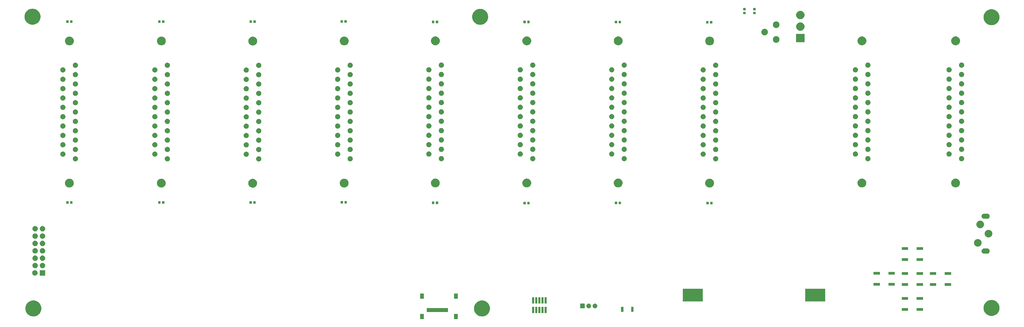
<source format=gbr>
G04 #@! TF.GenerationSoftware,KiCad,Pcbnew,5.1.6-c6e7f7d~87~ubuntu18.04.1*
G04 #@! TF.CreationDate,2020-10-17T10:37:57+01:00*
G04 #@! TF.ProjectId,ossw,6f737377-2e6b-4696-9361-645f70636258,1.1*
G04 #@! TF.SameCoordinates,Original*
G04 #@! TF.FileFunction,Soldermask,Top*
G04 #@! TF.FilePolarity,Negative*
%FSLAX46Y46*%
G04 Gerber Fmt 4.6, Leading zero omitted, Abs format (unit mm)*
G04 Created by KiCad (PCBNEW 5.1.6-c6e7f7d~87~ubuntu18.04.1) date 2020-10-17 10:37:57*
%MOMM*%
%LPD*%
G01*
G04 APERTURE LIST*
%ADD10C,0.100000*%
G04 APERTURE END LIST*
D10*
G36*
X277145000Y-257880200D02*
G01*
X275593000Y-257880200D01*
X275593000Y-255778200D01*
X277145000Y-255778200D01*
X277145000Y-257880200D01*
G37*
G36*
X263395000Y-257880200D02*
G01*
X261843000Y-257880200D01*
X261843000Y-255778200D01*
X263395000Y-255778200D01*
X263395000Y-257880200D01*
G37*
G36*
X105180639Y-250354267D02*
G01*
X105494682Y-250416734D01*
X106086326Y-250661801D01*
X106486473Y-250929171D01*
X106618791Y-251017583D01*
X107071617Y-251470409D01*
X107119767Y-251542471D01*
X107427399Y-252002874D01*
X107672466Y-252594518D01*
X107734410Y-252905932D01*
X107797400Y-253222603D01*
X107797400Y-253862997D01*
X107734933Y-254177039D01*
X107672466Y-254491082D01*
X107427399Y-255082726D01*
X107207390Y-255411992D01*
X107071617Y-255615191D01*
X106618791Y-256068017D01*
X106512877Y-256138786D01*
X106086326Y-256423799D01*
X105494682Y-256668866D01*
X105180639Y-256731333D01*
X104866597Y-256793800D01*
X104226203Y-256793800D01*
X103912161Y-256731333D01*
X103598118Y-256668866D01*
X103006474Y-256423799D01*
X102579923Y-256138786D01*
X102474009Y-256068017D01*
X102021183Y-255615191D01*
X101885410Y-255411992D01*
X101665401Y-255082726D01*
X101420334Y-254491082D01*
X101357867Y-254177039D01*
X101295400Y-253862997D01*
X101295400Y-253222603D01*
X101358390Y-252905932D01*
X101420334Y-252594518D01*
X101665401Y-252002874D01*
X101973033Y-251542471D01*
X102021183Y-251470409D01*
X102474009Y-251017583D01*
X102606327Y-250929171D01*
X103006474Y-250661801D01*
X103598118Y-250416734D01*
X103912161Y-250354267D01*
X104226203Y-250291800D01*
X104866597Y-250291800D01*
X105180639Y-250354267D01*
G37*
G36*
X287641839Y-250354267D02*
G01*
X287955882Y-250416734D01*
X288547526Y-250661801D01*
X288947673Y-250929171D01*
X289079991Y-251017583D01*
X289532817Y-251470409D01*
X289580967Y-251542471D01*
X289888599Y-252002874D01*
X290133666Y-252594518D01*
X290195610Y-252905932D01*
X290258600Y-253222603D01*
X290258600Y-253862997D01*
X290196133Y-254177039D01*
X290133666Y-254491082D01*
X289888599Y-255082726D01*
X289668590Y-255411992D01*
X289532817Y-255615191D01*
X289079991Y-256068017D01*
X288974077Y-256138786D01*
X288547526Y-256423799D01*
X287955882Y-256668866D01*
X287641839Y-256731333D01*
X287327797Y-256793800D01*
X286687403Y-256793800D01*
X286373361Y-256731333D01*
X286059318Y-256668866D01*
X285467674Y-256423799D01*
X285041123Y-256138786D01*
X284935209Y-256068017D01*
X284482383Y-255615191D01*
X284346610Y-255411992D01*
X284126601Y-255082726D01*
X283881534Y-254491082D01*
X283819067Y-254177039D01*
X283756600Y-253862997D01*
X283756600Y-253222603D01*
X283819590Y-252905932D01*
X283881534Y-252594518D01*
X284126601Y-252002874D01*
X284434233Y-251542471D01*
X284482383Y-251470409D01*
X284935209Y-251017583D01*
X285067527Y-250929171D01*
X285467674Y-250661801D01*
X286059318Y-250416734D01*
X286373361Y-250354267D01*
X286687403Y-250291800D01*
X287327797Y-250291800D01*
X287641839Y-250354267D01*
G37*
G36*
X494880439Y-250151067D02*
G01*
X495194482Y-250213534D01*
X495786126Y-250458601D01*
X496186273Y-250725971D01*
X496318591Y-250814383D01*
X496771417Y-251267209D01*
X496786588Y-251289914D01*
X497127199Y-251799674D01*
X497372266Y-252391318D01*
X497434733Y-252705361D01*
X497497200Y-253019403D01*
X497497200Y-253659797D01*
X497456781Y-253862996D01*
X497372266Y-254287882D01*
X497127199Y-254879526D01*
X496916114Y-255195436D01*
X496798534Y-255371408D01*
X496771416Y-255411992D01*
X496318592Y-255864816D01*
X495786126Y-256220599D01*
X495194482Y-256465666D01*
X494880439Y-256528133D01*
X494566397Y-256590600D01*
X493926003Y-256590600D01*
X493611961Y-256528133D01*
X493297918Y-256465666D01*
X492706274Y-256220599D01*
X492173808Y-255864816D01*
X491720984Y-255411992D01*
X491693867Y-255371408D01*
X491576286Y-255195436D01*
X491365201Y-254879526D01*
X491120134Y-254287882D01*
X491035619Y-253862996D01*
X490995200Y-253659797D01*
X490995200Y-253019403D01*
X491057667Y-252705361D01*
X491120134Y-252391318D01*
X491365201Y-251799674D01*
X491705812Y-251289914D01*
X491720983Y-251267209D01*
X492173809Y-250814383D01*
X492306127Y-250725971D01*
X492706274Y-250458601D01*
X493297918Y-250213534D01*
X493611961Y-250151067D01*
X493926003Y-250088600D01*
X494566397Y-250088600D01*
X494880439Y-250151067D01*
G37*
G36*
X313310900Y-255410300D02*
G01*
X312468900Y-255410300D01*
X312468900Y-252908300D01*
X313310900Y-252908300D01*
X313310900Y-255410300D01*
G37*
G36*
X312040900Y-255410300D02*
G01*
X311198900Y-255410300D01*
X311198900Y-252908300D01*
X312040900Y-252908300D01*
X312040900Y-255410300D01*
G37*
G36*
X308230900Y-255410300D02*
G01*
X307388900Y-255410300D01*
X307388900Y-252908300D01*
X308230900Y-252908300D01*
X308230900Y-255410300D01*
G37*
G36*
X310770900Y-255410300D02*
G01*
X309928900Y-255410300D01*
X309928900Y-252908300D01*
X310770900Y-252908300D01*
X310770900Y-255410300D01*
G37*
G36*
X309500900Y-255410300D02*
G01*
X308658900Y-255410300D01*
X308658900Y-252908300D01*
X309500900Y-252908300D01*
X309500900Y-255410300D01*
G37*
G36*
X273145000Y-255030200D02*
G01*
X264543000Y-255030200D01*
X264543000Y-253428200D01*
X273145000Y-253428200D01*
X273145000Y-255030200D01*
G37*
G36*
X344551400Y-254949400D02*
G01*
X343549400Y-254949400D01*
X343549400Y-252847400D01*
X344551400Y-252847400D01*
X344551400Y-254949400D01*
G37*
G36*
X348651400Y-254949400D02*
G01*
X347649400Y-254949400D01*
X347649400Y-252847400D01*
X348651400Y-252847400D01*
X348651400Y-254949400D01*
G37*
G36*
X460300000Y-254525600D02*
G01*
X457748000Y-254525600D01*
X457748000Y-253423600D01*
X460300000Y-253423600D01*
X460300000Y-254525600D01*
G37*
G36*
X466350000Y-254525600D02*
G01*
X463798000Y-254525600D01*
X463798000Y-253423600D01*
X466350000Y-253423600D01*
X466350000Y-254525600D01*
G37*
G36*
X333233295Y-251612346D02*
G01*
X333406366Y-251684034D01*
X333483718Y-251735719D01*
X333562127Y-251788110D01*
X333694590Y-251920573D01*
X333732491Y-251977296D01*
X333798666Y-252076334D01*
X333870354Y-252249405D01*
X333906900Y-252433133D01*
X333906900Y-252620467D01*
X333870354Y-252804195D01*
X333798666Y-252977266D01*
X333798665Y-252977267D01*
X333694590Y-253133027D01*
X333562127Y-253265490D01*
X333514174Y-253297531D01*
X333406366Y-253369566D01*
X333233295Y-253441254D01*
X333049567Y-253477800D01*
X332862233Y-253477800D01*
X332678505Y-253441254D01*
X332505434Y-253369566D01*
X332397626Y-253297531D01*
X332349673Y-253265490D01*
X332217210Y-253133027D01*
X332113135Y-252977267D01*
X332113134Y-252977266D01*
X332041446Y-252804195D01*
X332004900Y-252620467D01*
X332004900Y-252433133D01*
X332041446Y-252249405D01*
X332113134Y-252076334D01*
X332179309Y-251977296D01*
X332217210Y-251920573D01*
X332349673Y-251788110D01*
X332428082Y-251735719D01*
X332505434Y-251684034D01*
X332678505Y-251612346D01*
X332862233Y-251575800D01*
X333049567Y-251575800D01*
X333233295Y-251612346D01*
G37*
G36*
X328686623Y-251579739D02*
G01*
X328719180Y-251589615D01*
X328749176Y-251605648D01*
X328775472Y-251627228D01*
X328797052Y-251653524D01*
X328813085Y-251683520D01*
X328822961Y-251716077D01*
X328826900Y-251756069D01*
X328826900Y-253297531D01*
X328822961Y-253337523D01*
X328813085Y-253370080D01*
X328797052Y-253400076D01*
X328775472Y-253426372D01*
X328749176Y-253447952D01*
X328719180Y-253463985D01*
X328686623Y-253473861D01*
X328646631Y-253477800D01*
X327105169Y-253477800D01*
X327065177Y-253473861D01*
X327032620Y-253463985D01*
X327002624Y-253447952D01*
X326976328Y-253426372D01*
X326954748Y-253400076D01*
X326938715Y-253370080D01*
X326928839Y-253337523D01*
X326924900Y-253297531D01*
X326924900Y-251756069D01*
X326928839Y-251716077D01*
X326938715Y-251683520D01*
X326954748Y-251653524D01*
X326976328Y-251627228D01*
X327002624Y-251605648D01*
X327032620Y-251589615D01*
X327065177Y-251579739D01*
X327105169Y-251575800D01*
X328646631Y-251575800D01*
X328686623Y-251579739D01*
G37*
G36*
X330693295Y-251612346D02*
G01*
X330866366Y-251684034D01*
X330943718Y-251735719D01*
X331022127Y-251788110D01*
X331154590Y-251920573D01*
X331192491Y-251977296D01*
X331258666Y-252076334D01*
X331330354Y-252249405D01*
X331366900Y-252433133D01*
X331366900Y-252620467D01*
X331330354Y-252804195D01*
X331258666Y-252977266D01*
X331258665Y-252977267D01*
X331154590Y-253133027D01*
X331022127Y-253265490D01*
X330974174Y-253297531D01*
X330866366Y-253369566D01*
X330693295Y-253441254D01*
X330509567Y-253477800D01*
X330322233Y-253477800D01*
X330138505Y-253441254D01*
X329965434Y-253369566D01*
X329857626Y-253297531D01*
X329809673Y-253265490D01*
X329677210Y-253133027D01*
X329573135Y-252977267D01*
X329573134Y-252977266D01*
X329501446Y-252804195D01*
X329464900Y-252620467D01*
X329464900Y-252433133D01*
X329501446Y-252249405D01*
X329573134Y-252076334D01*
X329639309Y-251977296D01*
X329677210Y-251920573D01*
X329809673Y-251788110D01*
X329888082Y-251735719D01*
X329965434Y-251684034D01*
X330138505Y-251612346D01*
X330322233Y-251575800D01*
X330509567Y-251575800D01*
X330693295Y-251612346D01*
G37*
G36*
X308230900Y-251510300D02*
G01*
X307388900Y-251510300D01*
X307388900Y-249008300D01*
X308230900Y-249008300D01*
X308230900Y-251510300D01*
G37*
G36*
X309500900Y-251510300D02*
G01*
X308658900Y-251510300D01*
X308658900Y-249008300D01*
X309500900Y-249008300D01*
X309500900Y-251510300D01*
G37*
G36*
X313310900Y-251510300D02*
G01*
X312468900Y-251510300D01*
X312468900Y-249008300D01*
X313310900Y-249008300D01*
X313310900Y-251510300D01*
G37*
G36*
X312040900Y-251510300D02*
G01*
X311198900Y-251510300D01*
X311198900Y-249008300D01*
X312040900Y-249008300D01*
X312040900Y-251510300D01*
G37*
G36*
X310770900Y-251510300D02*
G01*
X309928900Y-251510300D01*
X309928900Y-249008300D01*
X310770900Y-249008300D01*
X310770900Y-251510300D01*
G37*
G36*
X376796000Y-250658200D02*
G01*
X368694000Y-250658200D01*
X368694000Y-245556200D01*
X376796000Y-245556200D01*
X376796000Y-250658200D01*
G37*
G36*
X426580000Y-250658200D02*
G01*
X418478000Y-250658200D01*
X418478000Y-245556200D01*
X426580000Y-245556200D01*
X426580000Y-250658200D01*
G37*
G36*
X466350000Y-250025600D02*
G01*
X463798000Y-250025600D01*
X463798000Y-248923600D01*
X466350000Y-248923600D01*
X466350000Y-250025600D01*
G37*
G36*
X460300000Y-250025600D02*
G01*
X457748000Y-250025600D01*
X457748000Y-248923600D01*
X460300000Y-248923600D01*
X460300000Y-250025600D01*
G37*
G36*
X277145000Y-249580200D02*
G01*
X275593000Y-249580200D01*
X275593000Y-247478200D01*
X277145000Y-247478200D01*
X277145000Y-249580200D01*
G37*
G36*
X263395000Y-249580200D02*
G01*
X261843000Y-249580200D01*
X261843000Y-247478200D01*
X263395000Y-247478200D01*
X263395000Y-249580200D01*
G37*
G36*
X466350000Y-244365600D02*
G01*
X463798000Y-244365600D01*
X463798000Y-243263600D01*
X466350000Y-243263600D01*
X466350000Y-244365600D01*
G37*
G36*
X460300000Y-244365600D02*
G01*
X457748000Y-244365600D01*
X457748000Y-243263600D01*
X460300000Y-243263600D01*
X460300000Y-244365600D01*
G37*
G36*
X477780000Y-244365600D02*
G01*
X475228000Y-244365600D01*
X475228000Y-243263600D01*
X477780000Y-243263600D01*
X477780000Y-244365600D01*
G37*
G36*
X471730000Y-244365600D02*
G01*
X469178000Y-244365600D01*
X469178000Y-243263600D01*
X471730000Y-243263600D01*
X471730000Y-244365600D01*
G37*
G36*
X448824000Y-244293600D02*
G01*
X446272000Y-244293600D01*
X446272000Y-243191600D01*
X448824000Y-243191600D01*
X448824000Y-244293600D01*
G37*
G36*
X454874000Y-244293600D02*
G01*
X452322000Y-244293600D01*
X452322000Y-243191600D01*
X454874000Y-243191600D01*
X454874000Y-244293600D01*
G37*
G36*
X109268800Y-237966467D02*
G01*
X109288938Y-237972576D01*
X109307491Y-237982493D01*
X109323758Y-237995842D01*
X109337107Y-238012109D01*
X109347024Y-238030662D01*
X109353133Y-238050800D01*
X109355800Y-238077880D01*
X109355800Y-240051720D01*
X109353133Y-240078800D01*
X109347024Y-240098938D01*
X109337107Y-240117491D01*
X109323758Y-240133758D01*
X109307491Y-240147107D01*
X109288938Y-240157024D01*
X109268800Y-240163133D01*
X109241720Y-240165800D01*
X107267880Y-240165800D01*
X107240800Y-240163133D01*
X107220662Y-240157024D01*
X107202109Y-240147107D01*
X107185842Y-240133758D01*
X107172493Y-240117491D01*
X107162576Y-240098938D01*
X107156467Y-240078800D01*
X107153800Y-240051720D01*
X107153800Y-238077880D01*
X107156467Y-238050800D01*
X107162576Y-238030662D01*
X107172493Y-238012109D01*
X107185842Y-237995842D01*
X107202109Y-237982493D01*
X107220662Y-237972576D01*
X107240800Y-237966467D01*
X107267880Y-237963800D01*
X109241720Y-237963800D01*
X109268800Y-237966467D01*
G37*
G36*
X105307359Y-237972576D02*
G01*
X105475950Y-238006111D01*
X105535221Y-238030662D01*
X105676320Y-238089107D01*
X105856644Y-238209595D01*
X106010005Y-238362956D01*
X106130493Y-238543280D01*
X106213489Y-238743651D01*
X106255800Y-238956360D01*
X106255800Y-239173240D01*
X106213489Y-239385949D01*
X106130493Y-239586320D01*
X106010005Y-239766644D01*
X105856644Y-239920005D01*
X105676320Y-240040493D01*
X105649215Y-240051720D01*
X105475950Y-240123489D01*
X105440477Y-240130545D01*
X105263240Y-240165800D01*
X105046360Y-240165800D01*
X104869123Y-240130545D01*
X104833650Y-240123489D01*
X104660385Y-240051720D01*
X104633280Y-240040493D01*
X104452956Y-239920005D01*
X104299595Y-239766644D01*
X104179107Y-239586320D01*
X104096111Y-239385949D01*
X104053800Y-239173240D01*
X104053800Y-238956360D01*
X104096111Y-238743651D01*
X104179107Y-238543280D01*
X104299595Y-238362956D01*
X104452956Y-238209595D01*
X104633280Y-238089107D01*
X104774379Y-238030662D01*
X104833650Y-238006111D01*
X105002241Y-237972576D01*
X105046360Y-237963800D01*
X105263240Y-237963800D01*
X105307359Y-237972576D01*
G37*
G36*
X466350000Y-239865600D02*
G01*
X463798000Y-239865600D01*
X463798000Y-238763600D01*
X466350000Y-238763600D01*
X466350000Y-239865600D01*
G37*
G36*
X460300000Y-239865600D02*
G01*
X457748000Y-239865600D01*
X457748000Y-238763600D01*
X460300000Y-238763600D01*
X460300000Y-239865600D01*
G37*
G36*
X471730000Y-239865600D02*
G01*
X469178000Y-239865600D01*
X469178000Y-238763600D01*
X471730000Y-238763600D01*
X471730000Y-239865600D01*
G37*
G36*
X477780000Y-239865600D02*
G01*
X475228000Y-239865600D01*
X475228000Y-238763600D01*
X477780000Y-238763600D01*
X477780000Y-239865600D01*
G37*
G36*
X448824000Y-239793600D02*
G01*
X446272000Y-239793600D01*
X446272000Y-238691600D01*
X448824000Y-238691600D01*
X448824000Y-239793600D01*
G37*
G36*
X454874000Y-239793600D02*
G01*
X452322000Y-239793600D01*
X452322000Y-238691600D01*
X454874000Y-238691600D01*
X454874000Y-239793600D01*
G37*
G36*
X105469594Y-234984955D02*
G01*
X105575950Y-235006111D01*
X105676134Y-235047609D01*
X105776320Y-235089107D01*
X105956644Y-235209595D01*
X106110005Y-235362956D01*
X106230493Y-235543280D01*
X106313489Y-235743651D01*
X106355800Y-235956360D01*
X106355800Y-236173240D01*
X106313489Y-236385949D01*
X106230493Y-236586320D01*
X106110005Y-236766644D01*
X105956644Y-236920005D01*
X105776320Y-237040493D01*
X105575950Y-237123489D01*
X105469594Y-237144645D01*
X105363240Y-237165800D01*
X105146360Y-237165800D01*
X105040006Y-237144645D01*
X104933650Y-237123489D01*
X104733280Y-237040493D01*
X104552956Y-236920005D01*
X104399595Y-236766644D01*
X104279107Y-236586320D01*
X104196111Y-236385949D01*
X104153800Y-236173240D01*
X104153800Y-235956360D01*
X104196111Y-235743651D01*
X104279107Y-235543280D01*
X104399595Y-235362956D01*
X104552956Y-235209595D01*
X104733280Y-235089107D01*
X104833466Y-235047609D01*
X104933650Y-235006111D01*
X105040006Y-234984955D01*
X105146360Y-234963800D01*
X105363240Y-234963800D01*
X105469594Y-234984955D01*
G37*
G36*
X108469594Y-234984955D02*
G01*
X108575950Y-235006111D01*
X108676134Y-235047609D01*
X108776320Y-235089107D01*
X108956644Y-235209595D01*
X109110005Y-235362956D01*
X109230493Y-235543280D01*
X109313489Y-235743651D01*
X109355800Y-235956360D01*
X109355800Y-236173240D01*
X109313489Y-236385949D01*
X109230493Y-236586320D01*
X109110005Y-236766644D01*
X108956644Y-236920005D01*
X108776320Y-237040493D01*
X108575950Y-237123489D01*
X108469594Y-237144645D01*
X108363240Y-237165800D01*
X108146360Y-237165800D01*
X108040006Y-237144645D01*
X107933650Y-237123489D01*
X107733280Y-237040493D01*
X107552956Y-236920005D01*
X107399595Y-236766644D01*
X107279107Y-236586320D01*
X107196111Y-236385949D01*
X107153800Y-236173240D01*
X107153800Y-235956360D01*
X107196111Y-235743651D01*
X107279107Y-235543280D01*
X107399595Y-235362956D01*
X107552956Y-235209595D01*
X107733280Y-235089107D01*
X107833466Y-235047609D01*
X107933650Y-235006111D01*
X108040006Y-234984955D01*
X108146360Y-234963800D01*
X108363240Y-234963800D01*
X108469594Y-234984955D01*
G37*
G36*
X466350000Y-234205600D02*
G01*
X463798000Y-234205600D01*
X463798000Y-233103600D01*
X466350000Y-233103600D01*
X466350000Y-234205600D01*
G37*
G36*
X460300000Y-234205600D02*
G01*
X457748000Y-234205600D01*
X457748000Y-233103600D01*
X460300000Y-233103600D01*
X460300000Y-234205600D01*
G37*
G36*
X108469594Y-231984955D02*
G01*
X108575950Y-232006111D01*
X108776320Y-232089107D01*
X108956644Y-232209595D01*
X109110005Y-232362956D01*
X109230493Y-232543280D01*
X109313489Y-232743651D01*
X109355800Y-232956360D01*
X109355800Y-233173240D01*
X109313489Y-233385949D01*
X109230493Y-233586320D01*
X109110005Y-233766644D01*
X108956644Y-233920005D01*
X108776320Y-234040493D01*
X108676134Y-234081991D01*
X108575950Y-234123489D01*
X108469595Y-234144644D01*
X108363240Y-234165800D01*
X108146360Y-234165800D01*
X108040005Y-234144644D01*
X107933650Y-234123489D01*
X107833466Y-234081991D01*
X107733280Y-234040493D01*
X107552956Y-233920005D01*
X107399595Y-233766644D01*
X107279107Y-233586320D01*
X107196111Y-233385949D01*
X107153800Y-233173240D01*
X107153800Y-232956360D01*
X107196111Y-232743651D01*
X107279107Y-232543280D01*
X107399595Y-232362956D01*
X107552956Y-232209595D01*
X107733280Y-232089107D01*
X107933650Y-232006111D01*
X108040006Y-231984955D01*
X108146360Y-231963800D01*
X108363240Y-231963800D01*
X108469594Y-231984955D01*
G37*
G36*
X105469594Y-231984955D02*
G01*
X105575950Y-232006111D01*
X105776320Y-232089107D01*
X105956644Y-232209595D01*
X106110005Y-232362956D01*
X106230493Y-232543280D01*
X106313489Y-232743651D01*
X106355800Y-232956360D01*
X106355800Y-233173240D01*
X106313489Y-233385949D01*
X106230493Y-233586320D01*
X106110005Y-233766644D01*
X105956644Y-233920005D01*
X105776320Y-234040493D01*
X105676134Y-234081991D01*
X105575950Y-234123489D01*
X105469595Y-234144644D01*
X105363240Y-234165800D01*
X105146360Y-234165800D01*
X105040005Y-234144644D01*
X104933650Y-234123489D01*
X104833466Y-234081991D01*
X104733280Y-234040493D01*
X104552956Y-233920005D01*
X104399595Y-233766644D01*
X104279107Y-233586320D01*
X104196111Y-233385949D01*
X104153800Y-233173240D01*
X104153800Y-232956360D01*
X104196111Y-232743651D01*
X104279107Y-232543280D01*
X104399595Y-232362956D01*
X104552956Y-232209595D01*
X104733280Y-232089107D01*
X104933650Y-232006111D01*
X105040006Y-231984955D01*
X105146360Y-231963800D01*
X105363240Y-231963800D01*
X105469594Y-231984955D01*
G37*
G36*
X492548297Y-229126069D02*
G01*
X492651232Y-229136207D01*
X492849346Y-229196305D01*
X492849349Y-229196306D01*
X492874216Y-229209598D01*
X493031929Y-229293897D01*
X493191965Y-229425235D01*
X493323303Y-229585271D01*
X493369139Y-229671025D01*
X493420894Y-229767851D01*
X493420895Y-229767854D01*
X493480993Y-229965968D01*
X493501285Y-230172000D01*
X493480993Y-230378032D01*
X493420895Y-230576146D01*
X493420894Y-230576149D01*
X493415457Y-230586320D01*
X493323303Y-230758729D01*
X493191965Y-230918765D01*
X493031929Y-231050103D01*
X492946175Y-231095939D01*
X492849349Y-231147694D01*
X492849346Y-231147695D01*
X492651232Y-231207793D01*
X492548297Y-231217931D01*
X492496831Y-231223000D01*
X491193569Y-231223000D01*
X491142103Y-231217931D01*
X491039168Y-231207793D01*
X490841054Y-231147695D01*
X490841051Y-231147694D01*
X490744225Y-231095939D01*
X490658471Y-231050103D01*
X490498435Y-230918765D01*
X490367097Y-230758729D01*
X490274943Y-230586320D01*
X490269506Y-230576149D01*
X490269505Y-230576146D01*
X490209407Y-230378032D01*
X490189115Y-230172000D01*
X490209407Y-229965968D01*
X490269505Y-229767854D01*
X490269506Y-229767851D01*
X490321261Y-229671025D01*
X490367097Y-229585271D01*
X490498435Y-229425235D01*
X490658471Y-229293897D01*
X490816184Y-229209598D01*
X490841051Y-229196306D01*
X490841054Y-229196305D01*
X491039168Y-229136207D01*
X491142103Y-229126069D01*
X491193569Y-229121000D01*
X492496831Y-229121000D01*
X492548297Y-229126069D01*
G37*
G36*
X108469595Y-228984956D02*
G01*
X108575950Y-229006111D01*
X108676134Y-229047609D01*
X108776320Y-229089107D01*
X108956644Y-229209595D01*
X109110005Y-229362956D01*
X109230493Y-229543280D01*
X109313489Y-229743651D01*
X109355800Y-229956360D01*
X109355800Y-230173240D01*
X109313489Y-230385949D01*
X109230493Y-230586320D01*
X109110005Y-230766644D01*
X108956644Y-230920005D01*
X108776320Y-231040493D01*
X108753119Y-231050103D01*
X108575950Y-231123489D01*
X108469594Y-231144645D01*
X108363240Y-231165800D01*
X108146360Y-231165800D01*
X108040006Y-231144645D01*
X107933650Y-231123489D01*
X107756481Y-231050103D01*
X107733280Y-231040493D01*
X107552956Y-230920005D01*
X107399595Y-230766644D01*
X107279107Y-230586320D01*
X107196111Y-230385949D01*
X107153800Y-230173240D01*
X107153800Y-229956360D01*
X107196111Y-229743651D01*
X107279107Y-229543280D01*
X107399595Y-229362956D01*
X107552956Y-229209595D01*
X107733280Y-229089107D01*
X107833466Y-229047609D01*
X107933650Y-229006111D01*
X108040005Y-228984956D01*
X108146360Y-228963800D01*
X108363240Y-228963800D01*
X108469595Y-228984956D01*
G37*
G36*
X105469595Y-228984956D02*
G01*
X105575950Y-229006111D01*
X105676134Y-229047609D01*
X105776320Y-229089107D01*
X105956644Y-229209595D01*
X106110005Y-229362956D01*
X106230493Y-229543280D01*
X106313489Y-229743651D01*
X106355800Y-229956360D01*
X106355800Y-230173240D01*
X106313489Y-230385949D01*
X106230493Y-230586320D01*
X106110005Y-230766644D01*
X105956644Y-230920005D01*
X105776320Y-231040493D01*
X105753119Y-231050103D01*
X105575950Y-231123489D01*
X105469594Y-231144645D01*
X105363240Y-231165800D01*
X105146360Y-231165800D01*
X105040006Y-231144645D01*
X104933650Y-231123489D01*
X104756481Y-231050103D01*
X104733280Y-231040493D01*
X104552956Y-230920005D01*
X104399595Y-230766644D01*
X104279107Y-230586320D01*
X104196111Y-230385949D01*
X104153800Y-230173240D01*
X104153800Y-229956360D01*
X104196111Y-229743651D01*
X104279107Y-229543280D01*
X104399595Y-229362956D01*
X104552956Y-229209595D01*
X104733280Y-229089107D01*
X104833466Y-229047609D01*
X104933650Y-229006111D01*
X105040005Y-228984956D01*
X105146360Y-228963800D01*
X105363240Y-228963800D01*
X105469595Y-228984956D01*
G37*
G36*
X466350000Y-229705600D02*
G01*
X463798000Y-229705600D01*
X463798000Y-228603600D01*
X466350000Y-228603600D01*
X466350000Y-229705600D01*
G37*
G36*
X460300000Y-229705600D02*
G01*
X457748000Y-229705600D01*
X457748000Y-228603600D01*
X460300000Y-228603600D01*
X460300000Y-229705600D01*
G37*
G36*
X488947785Y-225300802D02*
G01*
X489097610Y-225330604D01*
X489379874Y-225447521D01*
X489633905Y-225617259D01*
X489849941Y-225833295D01*
X490019679Y-226087326D01*
X490136596Y-226369590D01*
X490196200Y-226669240D01*
X490196200Y-226974760D01*
X490136596Y-227274410D01*
X490019679Y-227556674D01*
X489849941Y-227810705D01*
X489633905Y-228026741D01*
X489379874Y-228196479D01*
X489097610Y-228313396D01*
X488947785Y-228343198D01*
X488797961Y-228373000D01*
X488492439Y-228373000D01*
X488342615Y-228343198D01*
X488192790Y-228313396D01*
X487910526Y-228196479D01*
X487656495Y-228026741D01*
X487440459Y-227810705D01*
X487270721Y-227556674D01*
X487153804Y-227274410D01*
X487094200Y-226974760D01*
X487094200Y-226669240D01*
X487153804Y-226369590D01*
X487270721Y-226087326D01*
X487440459Y-225833295D01*
X487656495Y-225617259D01*
X487910526Y-225447521D01*
X488192790Y-225330604D01*
X488342615Y-225300802D01*
X488492439Y-225271000D01*
X488797961Y-225271000D01*
X488947785Y-225300802D01*
G37*
G36*
X105469594Y-225984955D02*
G01*
X105575950Y-226006111D01*
X105776320Y-226089107D01*
X105956644Y-226209595D01*
X106110005Y-226362956D01*
X106230493Y-226543280D01*
X106313489Y-226743651D01*
X106355800Y-226956360D01*
X106355800Y-227173240D01*
X106313489Y-227385949D01*
X106230493Y-227586320D01*
X106110005Y-227766644D01*
X105956644Y-227920005D01*
X105776320Y-228040493D01*
X105676134Y-228081991D01*
X105575950Y-228123489D01*
X105469595Y-228144644D01*
X105363240Y-228165800D01*
X105146360Y-228165800D01*
X105040005Y-228144644D01*
X104933650Y-228123489D01*
X104833466Y-228081991D01*
X104733280Y-228040493D01*
X104552956Y-227920005D01*
X104399595Y-227766644D01*
X104279107Y-227586320D01*
X104196111Y-227385949D01*
X104153800Y-227173240D01*
X104153800Y-226956360D01*
X104196111Y-226743651D01*
X104279107Y-226543280D01*
X104399595Y-226362956D01*
X104552956Y-226209595D01*
X104733280Y-226089107D01*
X104933650Y-226006111D01*
X105040006Y-225984955D01*
X105146360Y-225963800D01*
X105363240Y-225963800D01*
X105469594Y-225984955D01*
G37*
G36*
X108469594Y-225984955D02*
G01*
X108575950Y-226006111D01*
X108776320Y-226089107D01*
X108956644Y-226209595D01*
X109110005Y-226362956D01*
X109230493Y-226543280D01*
X109313489Y-226743651D01*
X109355800Y-226956360D01*
X109355800Y-227173240D01*
X109313489Y-227385949D01*
X109230493Y-227586320D01*
X109110005Y-227766644D01*
X108956644Y-227920005D01*
X108776320Y-228040493D01*
X108676134Y-228081991D01*
X108575950Y-228123489D01*
X108469595Y-228144644D01*
X108363240Y-228165800D01*
X108146360Y-228165800D01*
X108040005Y-228144644D01*
X107933650Y-228123489D01*
X107833466Y-228081991D01*
X107733280Y-228040493D01*
X107552956Y-227920005D01*
X107399595Y-227766644D01*
X107279107Y-227586320D01*
X107196111Y-227385949D01*
X107153800Y-227173240D01*
X107153800Y-226956360D01*
X107196111Y-226743651D01*
X107279107Y-226543280D01*
X107399595Y-226362956D01*
X107552956Y-226209595D01*
X107733280Y-226089107D01*
X107933650Y-226006111D01*
X108040006Y-225984955D01*
X108146360Y-225963800D01*
X108363240Y-225963800D01*
X108469594Y-225984955D01*
G37*
G36*
X105469595Y-222984956D02*
G01*
X105575950Y-223006111D01*
X105676134Y-223047609D01*
X105776320Y-223089107D01*
X105956644Y-223209595D01*
X106110005Y-223362956D01*
X106230493Y-223543280D01*
X106313489Y-223743651D01*
X106355800Y-223956360D01*
X106355800Y-224173240D01*
X106313489Y-224385949D01*
X106230493Y-224586320D01*
X106110005Y-224766644D01*
X105956644Y-224920005D01*
X105776320Y-225040493D01*
X105575950Y-225123489D01*
X105469595Y-225144644D01*
X105363240Y-225165800D01*
X105146360Y-225165800D01*
X105040005Y-225144644D01*
X104933650Y-225123489D01*
X104733280Y-225040493D01*
X104552956Y-224920005D01*
X104399595Y-224766644D01*
X104279107Y-224586320D01*
X104196111Y-224385949D01*
X104153800Y-224173240D01*
X104153800Y-223956360D01*
X104196111Y-223743651D01*
X104279107Y-223543280D01*
X104399595Y-223362956D01*
X104552956Y-223209595D01*
X104733280Y-223089107D01*
X104833466Y-223047609D01*
X104933650Y-223006111D01*
X105040005Y-222984956D01*
X105146360Y-222963800D01*
X105363240Y-222963800D01*
X105469595Y-222984956D01*
G37*
G36*
X108469595Y-222984956D02*
G01*
X108575950Y-223006111D01*
X108676134Y-223047609D01*
X108776320Y-223089107D01*
X108956644Y-223209595D01*
X109110005Y-223362956D01*
X109230493Y-223543280D01*
X109313489Y-223743651D01*
X109355800Y-223956360D01*
X109355800Y-224173240D01*
X109313489Y-224385949D01*
X109230493Y-224586320D01*
X109110005Y-224766644D01*
X108956644Y-224920005D01*
X108776320Y-225040493D01*
X108575950Y-225123489D01*
X108469595Y-225144644D01*
X108363240Y-225165800D01*
X108146360Y-225165800D01*
X108040005Y-225144644D01*
X107933650Y-225123489D01*
X107733280Y-225040493D01*
X107552956Y-224920005D01*
X107399595Y-224766644D01*
X107279107Y-224586320D01*
X107196111Y-224385949D01*
X107153800Y-224173240D01*
X107153800Y-223956360D01*
X107196111Y-223743651D01*
X107279107Y-223543280D01*
X107399595Y-223362956D01*
X107552956Y-223209595D01*
X107733280Y-223089107D01*
X107833466Y-223047609D01*
X107933650Y-223006111D01*
X108040005Y-222984956D01*
X108146360Y-222963800D01*
X108363240Y-222963800D01*
X108469595Y-222984956D01*
G37*
G36*
X493297785Y-221550802D02*
G01*
X493447610Y-221580604D01*
X493729874Y-221697521D01*
X493983905Y-221867259D01*
X494199941Y-222083295D01*
X494369679Y-222337326D01*
X494486596Y-222619590D01*
X494546200Y-222919240D01*
X494546200Y-223224760D01*
X494486596Y-223524410D01*
X494369679Y-223806674D01*
X494199941Y-224060705D01*
X493983905Y-224276741D01*
X493729874Y-224446479D01*
X493447610Y-224563396D01*
X493332368Y-224586319D01*
X493147961Y-224623000D01*
X492842439Y-224623000D01*
X492658032Y-224586319D01*
X492542790Y-224563396D01*
X492260526Y-224446479D01*
X492006495Y-224276741D01*
X491790459Y-224060705D01*
X491620721Y-223806674D01*
X491503804Y-223524410D01*
X491444200Y-223224760D01*
X491444200Y-222919240D01*
X491503804Y-222619590D01*
X491620721Y-222337326D01*
X491790459Y-222083295D01*
X492006495Y-221867259D01*
X492260526Y-221697521D01*
X492542790Y-221580604D01*
X492692615Y-221550802D01*
X492842439Y-221521000D01*
X493147961Y-221521000D01*
X493297785Y-221550802D01*
G37*
G36*
X105469595Y-219984956D02*
G01*
X105575950Y-220006111D01*
X105776320Y-220089107D01*
X105956644Y-220209595D01*
X106110005Y-220362956D01*
X106230493Y-220543280D01*
X106313489Y-220743651D01*
X106355800Y-220956360D01*
X106355800Y-221173240D01*
X106313489Y-221385949D01*
X106230493Y-221586320D01*
X106110005Y-221766644D01*
X105956644Y-221920005D01*
X105776320Y-222040493D01*
X105575950Y-222123489D01*
X105469595Y-222144644D01*
X105363240Y-222165800D01*
X105146360Y-222165800D01*
X105040005Y-222144644D01*
X104933650Y-222123489D01*
X104833466Y-222081991D01*
X104733280Y-222040493D01*
X104552956Y-221920005D01*
X104399595Y-221766644D01*
X104279107Y-221586320D01*
X104196111Y-221385949D01*
X104153800Y-221173240D01*
X104153800Y-220956360D01*
X104196111Y-220743651D01*
X104279107Y-220543280D01*
X104399595Y-220362956D01*
X104552956Y-220209595D01*
X104733280Y-220089107D01*
X104933650Y-220006111D01*
X105040005Y-219984956D01*
X105146360Y-219963800D01*
X105363240Y-219963800D01*
X105469595Y-219984956D01*
G37*
G36*
X108469595Y-219984956D02*
G01*
X108575950Y-220006111D01*
X108776320Y-220089107D01*
X108956644Y-220209595D01*
X109110005Y-220362956D01*
X109230493Y-220543280D01*
X109313489Y-220743651D01*
X109355800Y-220956360D01*
X109355800Y-221173240D01*
X109313489Y-221385949D01*
X109230493Y-221586320D01*
X109110005Y-221766644D01*
X108956644Y-221920005D01*
X108776320Y-222040493D01*
X108575950Y-222123489D01*
X108469595Y-222144644D01*
X108363240Y-222165800D01*
X108146360Y-222165800D01*
X108040005Y-222144644D01*
X107933650Y-222123489D01*
X107833466Y-222081991D01*
X107733280Y-222040493D01*
X107552956Y-221920005D01*
X107399595Y-221766644D01*
X107279107Y-221586320D01*
X107196111Y-221385949D01*
X107153800Y-221173240D01*
X107153800Y-220956360D01*
X107196111Y-220743651D01*
X107279107Y-220543280D01*
X107399595Y-220362956D01*
X107552956Y-220209595D01*
X107733280Y-220089107D01*
X107933650Y-220006111D01*
X108040005Y-219984956D01*
X108146360Y-219963800D01*
X108363240Y-219963800D01*
X108469595Y-219984956D01*
G37*
G36*
X489947785Y-217800802D02*
G01*
X490097610Y-217830604D01*
X490379874Y-217947521D01*
X490633905Y-218117259D01*
X490849941Y-218333295D01*
X491019679Y-218587326D01*
X491136596Y-218869590D01*
X491196200Y-219169240D01*
X491196200Y-219474760D01*
X491136596Y-219774410D01*
X491019679Y-220056674D01*
X490849941Y-220310705D01*
X490633905Y-220526741D01*
X490379874Y-220696479D01*
X490097610Y-220813396D01*
X489947785Y-220843198D01*
X489797961Y-220873000D01*
X489492439Y-220873000D01*
X489342615Y-220843198D01*
X489192790Y-220813396D01*
X488910526Y-220696479D01*
X488656495Y-220526741D01*
X488440459Y-220310705D01*
X488270721Y-220056674D01*
X488153804Y-219774410D01*
X488094200Y-219474760D01*
X488094200Y-219169240D01*
X488153804Y-218869590D01*
X488270721Y-218587326D01*
X488440459Y-218333295D01*
X488656495Y-218117259D01*
X488910526Y-217947521D01*
X489192790Y-217830604D01*
X489342615Y-217800802D01*
X489492439Y-217771000D01*
X489797961Y-217771000D01*
X489947785Y-217800802D01*
G37*
G36*
X492548297Y-214926069D02*
G01*
X492651232Y-214936207D01*
X492849346Y-214996305D01*
X492849349Y-214996306D01*
X492946175Y-215048061D01*
X493031929Y-215093897D01*
X493191965Y-215225235D01*
X493323303Y-215385271D01*
X493369139Y-215471025D01*
X493420894Y-215567851D01*
X493420895Y-215567854D01*
X493480993Y-215765968D01*
X493501285Y-215972000D01*
X493480993Y-216178032D01*
X493420895Y-216376146D01*
X493420894Y-216376149D01*
X493369139Y-216472975D01*
X493323303Y-216558729D01*
X493191965Y-216718765D01*
X493031929Y-216850103D01*
X492946175Y-216895939D01*
X492849349Y-216947694D01*
X492849346Y-216947695D01*
X492651232Y-217007793D01*
X492548297Y-217017931D01*
X492496831Y-217023000D01*
X491193569Y-217023000D01*
X491142103Y-217017931D01*
X491039168Y-217007793D01*
X490841054Y-216947695D01*
X490841051Y-216947694D01*
X490744225Y-216895939D01*
X490658471Y-216850103D01*
X490498435Y-216718765D01*
X490367097Y-216558729D01*
X490321261Y-216472975D01*
X490269506Y-216376149D01*
X490269505Y-216376146D01*
X490209407Y-216178032D01*
X490189115Y-215972000D01*
X490209407Y-215765968D01*
X490269505Y-215567854D01*
X490269506Y-215567851D01*
X490321261Y-215471025D01*
X490367097Y-215385271D01*
X490498435Y-215225235D01*
X490658471Y-215093897D01*
X490744225Y-215048061D01*
X490841051Y-214996306D01*
X490841054Y-214996305D01*
X491039168Y-214936207D01*
X491142103Y-214926069D01*
X491193569Y-214921000D01*
X492496831Y-214921000D01*
X492548297Y-214926069D01*
G37*
G36*
X304684891Y-210094885D02*
G01*
X304718869Y-210105193D01*
X304750190Y-210121934D01*
X304777639Y-210144461D01*
X304800166Y-210171910D01*
X304816907Y-210203231D01*
X304827215Y-210237209D01*
X304831300Y-210278690D01*
X304831300Y-210954910D01*
X304827215Y-210996391D01*
X304816907Y-211030369D01*
X304800166Y-211061690D01*
X304777639Y-211089139D01*
X304750190Y-211111666D01*
X304718869Y-211128407D01*
X304684891Y-211138715D01*
X304643410Y-211142800D01*
X304042190Y-211142800D01*
X304000709Y-211138715D01*
X303966731Y-211128407D01*
X303935410Y-211111666D01*
X303907961Y-211089139D01*
X303885434Y-211061690D01*
X303868693Y-211030369D01*
X303858385Y-210996391D01*
X303854300Y-210954910D01*
X303854300Y-210278690D01*
X303858385Y-210237209D01*
X303868693Y-210203231D01*
X303885434Y-210171910D01*
X303907961Y-210144461D01*
X303935410Y-210121934D01*
X303966731Y-210105193D01*
X304000709Y-210094885D01*
X304042190Y-210090800D01*
X304643410Y-210090800D01*
X304684891Y-210094885D01*
G37*
G36*
X306259891Y-210094885D02*
G01*
X306293869Y-210105193D01*
X306325190Y-210121934D01*
X306352639Y-210144461D01*
X306375166Y-210171910D01*
X306391907Y-210203231D01*
X306402215Y-210237209D01*
X306406300Y-210278690D01*
X306406300Y-210954910D01*
X306402215Y-210996391D01*
X306391907Y-211030369D01*
X306375166Y-211061690D01*
X306352639Y-211089139D01*
X306325190Y-211111666D01*
X306293869Y-211128407D01*
X306259891Y-211138715D01*
X306218410Y-211142800D01*
X305617190Y-211142800D01*
X305575709Y-211138715D01*
X305541731Y-211128407D01*
X305510410Y-211111666D01*
X305482961Y-211089139D01*
X305460434Y-211061690D01*
X305443693Y-211030369D01*
X305433385Y-210996391D01*
X305429300Y-210954910D01*
X305429300Y-210278690D01*
X305433385Y-210237209D01*
X305443693Y-210203231D01*
X305460434Y-210171910D01*
X305482961Y-210144461D01*
X305510410Y-210121934D01*
X305541731Y-210105193D01*
X305575709Y-210094885D01*
X305617190Y-210090800D01*
X306218410Y-210090800D01*
X306259891Y-210094885D01*
G37*
G36*
X380656391Y-210094885D02*
G01*
X380690369Y-210105193D01*
X380721690Y-210121934D01*
X380749139Y-210144461D01*
X380771666Y-210171910D01*
X380788407Y-210203231D01*
X380798715Y-210237209D01*
X380802800Y-210278690D01*
X380802800Y-210954910D01*
X380798715Y-210996391D01*
X380788407Y-211030369D01*
X380771666Y-211061690D01*
X380749139Y-211089139D01*
X380721690Y-211111666D01*
X380690369Y-211128407D01*
X380656391Y-211138715D01*
X380614910Y-211142800D01*
X380013690Y-211142800D01*
X379972209Y-211138715D01*
X379938231Y-211128407D01*
X379906910Y-211111666D01*
X379879461Y-211089139D01*
X379856934Y-211061690D01*
X379840193Y-211030369D01*
X379829885Y-210996391D01*
X379825800Y-210954910D01*
X379825800Y-210278690D01*
X379829885Y-210237209D01*
X379840193Y-210203231D01*
X379856934Y-210171910D01*
X379879461Y-210144461D01*
X379906910Y-210121934D01*
X379938231Y-210105193D01*
X379972209Y-210094885D01*
X380013690Y-210090800D01*
X380614910Y-210090800D01*
X380656391Y-210094885D01*
G37*
G36*
X379081391Y-210094885D02*
G01*
X379115369Y-210105193D01*
X379146690Y-210121934D01*
X379174139Y-210144461D01*
X379196666Y-210171910D01*
X379213407Y-210203231D01*
X379223715Y-210237209D01*
X379227800Y-210278690D01*
X379227800Y-210954910D01*
X379223715Y-210996391D01*
X379213407Y-211030369D01*
X379196666Y-211061690D01*
X379174139Y-211089139D01*
X379146690Y-211111666D01*
X379115369Y-211128407D01*
X379081391Y-211138715D01*
X379039910Y-211142800D01*
X378438690Y-211142800D01*
X378397209Y-211138715D01*
X378363231Y-211128407D01*
X378331910Y-211111666D01*
X378304461Y-211089139D01*
X378281934Y-211061690D01*
X378265193Y-211030369D01*
X378254885Y-210996391D01*
X378250800Y-210954910D01*
X378250800Y-210278690D01*
X378254885Y-210237209D01*
X378265193Y-210203231D01*
X378281934Y-210171910D01*
X378304461Y-210144461D01*
X378331910Y-210121934D01*
X378363231Y-210105193D01*
X378397209Y-210094885D01*
X378438690Y-210090800D01*
X379039910Y-210090800D01*
X379081391Y-210094885D01*
G37*
G36*
X341844991Y-210044085D02*
G01*
X341878969Y-210054393D01*
X341910290Y-210071134D01*
X341937739Y-210093661D01*
X341960266Y-210121110D01*
X341977007Y-210152431D01*
X341987315Y-210186409D01*
X341991400Y-210227890D01*
X341991400Y-210904110D01*
X341987315Y-210945591D01*
X341977007Y-210979569D01*
X341960266Y-211010890D01*
X341937739Y-211038339D01*
X341910290Y-211060866D01*
X341878969Y-211077607D01*
X341844991Y-211087915D01*
X341803510Y-211092000D01*
X341202290Y-211092000D01*
X341160809Y-211087915D01*
X341126831Y-211077607D01*
X341095510Y-211060866D01*
X341068061Y-211038339D01*
X341045534Y-211010890D01*
X341028793Y-210979569D01*
X341018485Y-210945591D01*
X341014400Y-210904110D01*
X341014400Y-210227890D01*
X341018485Y-210186409D01*
X341028793Y-210152431D01*
X341045534Y-210121110D01*
X341068061Y-210093661D01*
X341095510Y-210071134D01*
X341126831Y-210054393D01*
X341160809Y-210044085D01*
X341202290Y-210040000D01*
X341803510Y-210040000D01*
X341844991Y-210044085D01*
G37*
G36*
X343419991Y-210044085D02*
G01*
X343453969Y-210054393D01*
X343485290Y-210071134D01*
X343512739Y-210093661D01*
X343535266Y-210121110D01*
X343552007Y-210152431D01*
X343562315Y-210186409D01*
X343566400Y-210227890D01*
X343566400Y-210904110D01*
X343562315Y-210945591D01*
X343552007Y-210979569D01*
X343535266Y-211010890D01*
X343512739Y-211038339D01*
X343485290Y-211060866D01*
X343453969Y-211077607D01*
X343419991Y-211087915D01*
X343378510Y-211092000D01*
X342777290Y-211092000D01*
X342735809Y-211087915D01*
X342701831Y-211077607D01*
X342670510Y-211060866D01*
X342643061Y-211038339D01*
X342620534Y-211010890D01*
X342603793Y-210979569D01*
X342593485Y-210945591D01*
X342589400Y-210904110D01*
X342589400Y-210227890D01*
X342593485Y-210186409D01*
X342603793Y-210152431D01*
X342620534Y-210121110D01*
X342643061Y-210093661D01*
X342670510Y-210071134D01*
X342701831Y-210054393D01*
X342735809Y-210044085D01*
X342777290Y-210040000D01*
X343378510Y-210040000D01*
X343419991Y-210044085D01*
G37*
G36*
X269048791Y-209993285D02*
G01*
X269082769Y-210003593D01*
X269114090Y-210020334D01*
X269141539Y-210042861D01*
X269164066Y-210070310D01*
X269180807Y-210101631D01*
X269191115Y-210135609D01*
X269195200Y-210177090D01*
X269195200Y-210853310D01*
X269191115Y-210894791D01*
X269180807Y-210928769D01*
X269164066Y-210960090D01*
X269141539Y-210987539D01*
X269114090Y-211010066D01*
X269082769Y-211026807D01*
X269048791Y-211037115D01*
X269007310Y-211041200D01*
X268406090Y-211041200D01*
X268364609Y-211037115D01*
X268330631Y-211026807D01*
X268299310Y-211010066D01*
X268271861Y-210987539D01*
X268249334Y-210960090D01*
X268232593Y-210928769D01*
X268222285Y-210894791D01*
X268218200Y-210853310D01*
X268218200Y-210177090D01*
X268222285Y-210135609D01*
X268232593Y-210101631D01*
X268249334Y-210070310D01*
X268271861Y-210042861D01*
X268299310Y-210020334D01*
X268330631Y-210003593D01*
X268364609Y-209993285D01*
X268406090Y-209989200D01*
X269007310Y-209989200D01*
X269048791Y-209993285D01*
G37*
G36*
X267473791Y-209993285D02*
G01*
X267507769Y-210003593D01*
X267539090Y-210020334D01*
X267566539Y-210042861D01*
X267589066Y-210070310D01*
X267605807Y-210101631D01*
X267616115Y-210135609D01*
X267620200Y-210177090D01*
X267620200Y-210853310D01*
X267616115Y-210894791D01*
X267605807Y-210928769D01*
X267589066Y-210960090D01*
X267566539Y-210987539D01*
X267539090Y-211010066D01*
X267507769Y-211026807D01*
X267473791Y-211037115D01*
X267432310Y-211041200D01*
X266831090Y-211041200D01*
X266789609Y-211037115D01*
X266755631Y-211026807D01*
X266724310Y-211010066D01*
X266696861Y-210987539D01*
X266674334Y-210960090D01*
X266657593Y-210928769D01*
X266647285Y-210894791D01*
X266643200Y-210853310D01*
X266643200Y-210177090D01*
X266647285Y-210135609D01*
X266657593Y-210101631D01*
X266674334Y-210070310D01*
X266696861Y-210042861D01*
X266724310Y-210020334D01*
X266755631Y-210003593D01*
X266789609Y-209993285D01*
X266831090Y-209989200D01*
X267432310Y-209989200D01*
X267473791Y-209993285D01*
G37*
G36*
X193254991Y-209840885D02*
G01*
X193288969Y-209851193D01*
X193320290Y-209867934D01*
X193347739Y-209890461D01*
X193370266Y-209917910D01*
X193387007Y-209949231D01*
X193397315Y-209983209D01*
X193401400Y-210024690D01*
X193401400Y-210700910D01*
X193397315Y-210742391D01*
X193387007Y-210776369D01*
X193370266Y-210807690D01*
X193347739Y-210835139D01*
X193320290Y-210857666D01*
X193288969Y-210874407D01*
X193254991Y-210884715D01*
X193213510Y-210888800D01*
X192612290Y-210888800D01*
X192570809Y-210884715D01*
X192536831Y-210874407D01*
X192505510Y-210857666D01*
X192478061Y-210835139D01*
X192455534Y-210807690D01*
X192438793Y-210776369D01*
X192428485Y-210742391D01*
X192424400Y-210700910D01*
X192424400Y-210024690D01*
X192428485Y-209983209D01*
X192438793Y-209949231D01*
X192455534Y-209917910D01*
X192478061Y-209890461D01*
X192505510Y-209867934D01*
X192536831Y-209851193D01*
X192570809Y-209840885D01*
X192612290Y-209836800D01*
X193213510Y-209836800D01*
X193254991Y-209840885D01*
G37*
G36*
X118731391Y-209840885D02*
G01*
X118765369Y-209851193D01*
X118796690Y-209867934D01*
X118824139Y-209890461D01*
X118846666Y-209917910D01*
X118863407Y-209949231D01*
X118873715Y-209983209D01*
X118877800Y-210024690D01*
X118877800Y-210700910D01*
X118873715Y-210742391D01*
X118863407Y-210776369D01*
X118846666Y-210807690D01*
X118824139Y-210835139D01*
X118796690Y-210857666D01*
X118765369Y-210874407D01*
X118731391Y-210884715D01*
X118689910Y-210888800D01*
X118088690Y-210888800D01*
X118047209Y-210884715D01*
X118013231Y-210874407D01*
X117981910Y-210857666D01*
X117954461Y-210835139D01*
X117931934Y-210807690D01*
X117915193Y-210776369D01*
X117904885Y-210742391D01*
X117900800Y-210700910D01*
X117900800Y-210024690D01*
X117904885Y-209983209D01*
X117915193Y-209949231D01*
X117931934Y-209917910D01*
X117954461Y-209890461D01*
X117981910Y-209867934D01*
X118013231Y-209851193D01*
X118047209Y-209840885D01*
X118088690Y-209836800D01*
X118689910Y-209836800D01*
X118731391Y-209840885D01*
G37*
G36*
X156132891Y-209840885D02*
G01*
X156166869Y-209851193D01*
X156198190Y-209867934D01*
X156225639Y-209890461D01*
X156248166Y-209917910D01*
X156264907Y-209949231D01*
X156275215Y-209983209D01*
X156279300Y-210024690D01*
X156279300Y-210700910D01*
X156275215Y-210742391D01*
X156264907Y-210776369D01*
X156248166Y-210807690D01*
X156225639Y-210835139D01*
X156198190Y-210857666D01*
X156166869Y-210874407D01*
X156132891Y-210884715D01*
X156091410Y-210888800D01*
X155490190Y-210888800D01*
X155448709Y-210884715D01*
X155414731Y-210874407D01*
X155383410Y-210857666D01*
X155355961Y-210835139D01*
X155333434Y-210807690D01*
X155316693Y-210776369D01*
X155306385Y-210742391D01*
X155302300Y-210700910D01*
X155302300Y-210024690D01*
X155306385Y-209983209D01*
X155316693Y-209949231D01*
X155333434Y-209917910D01*
X155355961Y-209890461D01*
X155383410Y-209867934D01*
X155414731Y-209851193D01*
X155448709Y-209840885D01*
X155490190Y-209836800D01*
X156091410Y-209836800D01*
X156132891Y-209840885D01*
G37*
G36*
X157707891Y-209840885D02*
G01*
X157741869Y-209851193D01*
X157773190Y-209867934D01*
X157800639Y-209890461D01*
X157823166Y-209917910D01*
X157839907Y-209949231D01*
X157850215Y-209983209D01*
X157854300Y-210024690D01*
X157854300Y-210700910D01*
X157850215Y-210742391D01*
X157839907Y-210776369D01*
X157823166Y-210807690D01*
X157800639Y-210835139D01*
X157773190Y-210857666D01*
X157741869Y-210874407D01*
X157707891Y-210884715D01*
X157666410Y-210888800D01*
X157065190Y-210888800D01*
X157023709Y-210884715D01*
X156989731Y-210874407D01*
X156958410Y-210857666D01*
X156930961Y-210835139D01*
X156908434Y-210807690D01*
X156891693Y-210776369D01*
X156881385Y-210742391D01*
X156877300Y-210700910D01*
X156877300Y-210024690D01*
X156881385Y-209983209D01*
X156891693Y-209949231D01*
X156908434Y-209917910D01*
X156930961Y-209890461D01*
X156958410Y-209867934D01*
X156989731Y-209851193D01*
X157023709Y-209840885D01*
X157065190Y-209836800D01*
X157666410Y-209836800D01*
X157707891Y-209840885D01*
G37*
G36*
X120306391Y-209840885D02*
G01*
X120340369Y-209851193D01*
X120371690Y-209867934D01*
X120399139Y-209890461D01*
X120421666Y-209917910D01*
X120438407Y-209949231D01*
X120448715Y-209983209D01*
X120452800Y-210024690D01*
X120452800Y-210700910D01*
X120448715Y-210742391D01*
X120438407Y-210776369D01*
X120421666Y-210807690D01*
X120399139Y-210835139D01*
X120371690Y-210857666D01*
X120340369Y-210874407D01*
X120306391Y-210884715D01*
X120264910Y-210888800D01*
X119663690Y-210888800D01*
X119622209Y-210884715D01*
X119588231Y-210874407D01*
X119556910Y-210857666D01*
X119529461Y-210835139D01*
X119506934Y-210807690D01*
X119490193Y-210776369D01*
X119479885Y-210742391D01*
X119475800Y-210700910D01*
X119475800Y-210024690D01*
X119479885Y-209983209D01*
X119490193Y-209949231D01*
X119506934Y-209917910D01*
X119529461Y-209890461D01*
X119556910Y-209867934D01*
X119588231Y-209851193D01*
X119622209Y-209840885D01*
X119663690Y-209836800D01*
X120264910Y-209836800D01*
X120306391Y-209840885D01*
G37*
G36*
X194829991Y-209840885D02*
G01*
X194863969Y-209851193D01*
X194895290Y-209867934D01*
X194922739Y-209890461D01*
X194945266Y-209917910D01*
X194962007Y-209949231D01*
X194972315Y-209983209D01*
X194976400Y-210024690D01*
X194976400Y-210700910D01*
X194972315Y-210742391D01*
X194962007Y-210776369D01*
X194945266Y-210807690D01*
X194922739Y-210835139D01*
X194895290Y-210857666D01*
X194863969Y-210874407D01*
X194829991Y-210884715D01*
X194788510Y-210888800D01*
X194187290Y-210888800D01*
X194145809Y-210884715D01*
X194111831Y-210874407D01*
X194080510Y-210857666D01*
X194053061Y-210835139D01*
X194030534Y-210807690D01*
X194013793Y-210776369D01*
X194003485Y-210742391D01*
X193999400Y-210700910D01*
X193999400Y-210024690D01*
X194003485Y-209983209D01*
X194013793Y-209949231D01*
X194030534Y-209917910D01*
X194053061Y-209890461D01*
X194080510Y-209867934D01*
X194111831Y-209851193D01*
X194145809Y-209840885D01*
X194187290Y-209836800D01*
X194788510Y-209836800D01*
X194829991Y-209840885D01*
G37*
G36*
X231913991Y-209790085D02*
G01*
X231947969Y-209800393D01*
X231979290Y-209817134D01*
X232006739Y-209839661D01*
X232029266Y-209867110D01*
X232046007Y-209898431D01*
X232056315Y-209932409D01*
X232060400Y-209973890D01*
X232060400Y-210650110D01*
X232056315Y-210691591D01*
X232046007Y-210725569D01*
X232029266Y-210756890D01*
X232006739Y-210784339D01*
X231979290Y-210806866D01*
X231947969Y-210823607D01*
X231913991Y-210833915D01*
X231872510Y-210838000D01*
X231271290Y-210838000D01*
X231229809Y-210833915D01*
X231195831Y-210823607D01*
X231164510Y-210806866D01*
X231137061Y-210784339D01*
X231114534Y-210756890D01*
X231097793Y-210725569D01*
X231087485Y-210691591D01*
X231083400Y-210650110D01*
X231083400Y-209973890D01*
X231087485Y-209932409D01*
X231097793Y-209898431D01*
X231114534Y-209867110D01*
X231137061Y-209839661D01*
X231164510Y-209817134D01*
X231195831Y-209800393D01*
X231229809Y-209790085D01*
X231271290Y-209786000D01*
X231872510Y-209786000D01*
X231913991Y-209790085D01*
G37*
G36*
X230338991Y-209790085D02*
G01*
X230372969Y-209800393D01*
X230404290Y-209817134D01*
X230431739Y-209839661D01*
X230454266Y-209867110D01*
X230471007Y-209898431D01*
X230481315Y-209932409D01*
X230485400Y-209973890D01*
X230485400Y-210650110D01*
X230481315Y-210691591D01*
X230471007Y-210725569D01*
X230454266Y-210756890D01*
X230431739Y-210784339D01*
X230404290Y-210806866D01*
X230372969Y-210823607D01*
X230338991Y-210833915D01*
X230297510Y-210838000D01*
X229696290Y-210838000D01*
X229654809Y-210833915D01*
X229620831Y-210823607D01*
X229589510Y-210806866D01*
X229562061Y-210784339D01*
X229539534Y-210756890D01*
X229522793Y-210725569D01*
X229512485Y-210691591D01*
X229508400Y-210650110D01*
X229508400Y-209973890D01*
X229512485Y-209932409D01*
X229522793Y-209898431D01*
X229539534Y-209867110D01*
X229562061Y-209839661D01*
X229589510Y-209817134D01*
X229620831Y-209800393D01*
X229654809Y-209790085D01*
X229696290Y-209786000D01*
X230297510Y-209786000D01*
X230338991Y-209790085D01*
G37*
G36*
X194276531Y-200811811D02*
G01*
X194604292Y-200947574D01*
X194899270Y-201144672D01*
X195150128Y-201395530D01*
X195347226Y-201690508D01*
X195482989Y-202018269D01*
X195552200Y-202366216D01*
X195552200Y-202720984D01*
X195482989Y-203068931D01*
X195347226Y-203396692D01*
X195150128Y-203691670D01*
X194899270Y-203942528D01*
X194604292Y-204139626D01*
X194276531Y-204275389D01*
X193928584Y-204344600D01*
X193573816Y-204344600D01*
X193225869Y-204275389D01*
X192898108Y-204139626D01*
X192603130Y-203942528D01*
X192352272Y-203691670D01*
X192155174Y-203396692D01*
X192019411Y-203068931D01*
X191950200Y-202720984D01*
X191950200Y-202366216D01*
X192019411Y-202018269D01*
X192155174Y-201690508D01*
X192352272Y-201395530D01*
X192603130Y-201144672D01*
X192898108Y-200947574D01*
X193225869Y-200811811D01*
X193573816Y-200742600D01*
X193928584Y-200742600D01*
X194276531Y-200811811D01*
G37*
G36*
X231462131Y-200761011D02*
G01*
X231789892Y-200896774D01*
X232084870Y-201093872D01*
X232335728Y-201344730D01*
X232532826Y-201639708D01*
X232668589Y-201967469D01*
X232737800Y-202315416D01*
X232737800Y-202670184D01*
X232668589Y-203018131D01*
X232532826Y-203345892D01*
X232335728Y-203640870D01*
X232084870Y-203891728D01*
X231789892Y-204088826D01*
X231462131Y-204224589D01*
X231114184Y-204293800D01*
X230759416Y-204293800D01*
X230411469Y-204224589D01*
X230083708Y-204088826D01*
X229788730Y-203891728D01*
X229537872Y-203640870D01*
X229340774Y-203345892D01*
X229205011Y-203018131D01*
X229135800Y-202670184D01*
X229135800Y-202315416D01*
X229205011Y-201967469D01*
X229340774Y-201639708D01*
X229537872Y-201344730D01*
X229788730Y-201093872D01*
X230083708Y-200896774D01*
X230411469Y-200761011D01*
X230759416Y-200691800D01*
X231114184Y-200691800D01*
X231462131Y-200761011D01*
G37*
G36*
X380102931Y-200761011D02*
G01*
X380430692Y-200896774D01*
X380725670Y-201093872D01*
X380976528Y-201344730D01*
X381173626Y-201639708D01*
X381309389Y-201967469D01*
X381378600Y-202315416D01*
X381378600Y-202670184D01*
X381309389Y-203018131D01*
X381173626Y-203345892D01*
X380976528Y-203640870D01*
X380725670Y-203891728D01*
X380430692Y-204088826D01*
X380102931Y-204224589D01*
X379754984Y-204293800D01*
X379400216Y-204293800D01*
X379052269Y-204224589D01*
X378724508Y-204088826D01*
X378429530Y-203891728D01*
X378178672Y-203640870D01*
X377981574Y-203345892D01*
X377845811Y-203018131D01*
X377776600Y-202670184D01*
X377776600Y-202315416D01*
X377845811Y-201967469D01*
X377981574Y-201639708D01*
X378178672Y-201344730D01*
X378429530Y-201093872D01*
X378724508Y-200896774D01*
X379052269Y-200761011D01*
X379400216Y-200691800D01*
X379754984Y-200691800D01*
X380102931Y-200761011D01*
G37*
G36*
X157103631Y-200761011D02*
G01*
X157431392Y-200896774D01*
X157726370Y-201093872D01*
X157977228Y-201344730D01*
X158174326Y-201639708D01*
X158310089Y-201967469D01*
X158379300Y-202315416D01*
X158379300Y-202670184D01*
X158310089Y-203018131D01*
X158174326Y-203345892D01*
X157977228Y-203640870D01*
X157726370Y-203891728D01*
X157431392Y-204088826D01*
X157103631Y-204224589D01*
X156755684Y-204293800D01*
X156400916Y-204293800D01*
X156052969Y-204224589D01*
X155725208Y-204088826D01*
X155430230Y-203891728D01*
X155179372Y-203640870D01*
X154982274Y-203345892D01*
X154846511Y-203018131D01*
X154777300Y-202670184D01*
X154777300Y-202315416D01*
X154846511Y-201967469D01*
X154982274Y-201639708D01*
X155179372Y-201344730D01*
X155430230Y-201093872D01*
X155725208Y-200896774D01*
X156052969Y-200761011D01*
X156400916Y-200691800D01*
X156755684Y-200691800D01*
X157103631Y-200761011D01*
G37*
G36*
X119702131Y-200761011D02*
G01*
X120029892Y-200896774D01*
X120324870Y-201093872D01*
X120575728Y-201344730D01*
X120772826Y-201639708D01*
X120908589Y-201967469D01*
X120977800Y-202315416D01*
X120977800Y-202670184D01*
X120908589Y-203018131D01*
X120772826Y-203345892D01*
X120575728Y-203640870D01*
X120324870Y-203891728D01*
X120029892Y-204088826D01*
X119702131Y-204224589D01*
X119354184Y-204293800D01*
X118999416Y-204293800D01*
X118651469Y-204224589D01*
X118323708Y-204088826D01*
X118028730Y-203891728D01*
X117777872Y-203640870D01*
X117580774Y-203345892D01*
X117445011Y-203018131D01*
X117375800Y-202670184D01*
X117375800Y-202315416D01*
X117445011Y-201967469D01*
X117580774Y-201639708D01*
X117777872Y-201344730D01*
X118028730Y-201093872D01*
X118323708Y-200896774D01*
X118651469Y-200761011D01*
X118999416Y-200691800D01*
X119354184Y-200691800D01*
X119702131Y-200761011D01*
G37*
G36*
X305731731Y-200710211D02*
G01*
X306059492Y-200845974D01*
X306354470Y-201043072D01*
X306605328Y-201293930D01*
X306802426Y-201588908D01*
X306938189Y-201916669D01*
X307007400Y-202264616D01*
X307007400Y-202619384D01*
X306938189Y-202967331D01*
X306802426Y-203295092D01*
X306605328Y-203590070D01*
X306354470Y-203840928D01*
X306059492Y-204038026D01*
X305731731Y-204173789D01*
X305383784Y-204243000D01*
X305029016Y-204243000D01*
X304681069Y-204173789D01*
X304353308Y-204038026D01*
X304058330Y-203840928D01*
X303807472Y-203590070D01*
X303610374Y-203295092D01*
X303474611Y-202967331D01*
X303405400Y-202619384D01*
X303405400Y-202264616D01*
X303474611Y-201916669D01*
X303610374Y-201588908D01*
X303807472Y-201293930D01*
X304058330Y-201043072D01*
X304353308Y-200845974D01*
X304681069Y-200710211D01*
X305029016Y-200641000D01*
X305383784Y-200641000D01*
X305731731Y-200710211D01*
G37*
G36*
X480128131Y-200710211D02*
G01*
X480455892Y-200845974D01*
X480750870Y-201043072D01*
X481001728Y-201293930D01*
X481198826Y-201588908D01*
X481334589Y-201916669D01*
X481403800Y-202264616D01*
X481403800Y-202619384D01*
X481334589Y-202967331D01*
X481198826Y-203295092D01*
X481001728Y-203590070D01*
X480750870Y-203840928D01*
X480455892Y-204038026D01*
X480128131Y-204173789D01*
X479780184Y-204243000D01*
X479425416Y-204243000D01*
X479077469Y-204173789D01*
X478749708Y-204038026D01*
X478454730Y-203840928D01*
X478203872Y-203590070D01*
X478006774Y-203295092D01*
X477871011Y-202967331D01*
X477801800Y-202619384D01*
X477801800Y-202264616D01*
X477871011Y-201916669D01*
X478006774Y-201588908D01*
X478203872Y-201293930D01*
X478454730Y-201043072D01*
X478749708Y-200845974D01*
X479077469Y-200710211D01*
X479425416Y-200641000D01*
X479780184Y-200641000D01*
X480128131Y-200710211D01*
G37*
G36*
X268546131Y-200710211D02*
G01*
X268873892Y-200845974D01*
X269168870Y-201043072D01*
X269419728Y-201293930D01*
X269616826Y-201588908D01*
X269752589Y-201916669D01*
X269821800Y-202264616D01*
X269821800Y-202619384D01*
X269752589Y-202967331D01*
X269616826Y-203295092D01*
X269419728Y-203590070D01*
X269168870Y-203840928D01*
X268873892Y-204038026D01*
X268546131Y-204173789D01*
X268198184Y-204243000D01*
X267843416Y-204243000D01*
X267495469Y-204173789D01*
X267167708Y-204038026D01*
X266872730Y-203840928D01*
X266621872Y-203590070D01*
X266424774Y-203295092D01*
X266289011Y-202967331D01*
X266219800Y-202619384D01*
X266219800Y-202264616D01*
X266289011Y-201916669D01*
X266424774Y-201588908D01*
X266621872Y-201293930D01*
X266872730Y-201043072D01*
X267167708Y-200845974D01*
X267495469Y-200710211D01*
X267843416Y-200641000D01*
X268198184Y-200641000D01*
X268546131Y-200710211D01*
G37*
G36*
X342917331Y-200710211D02*
G01*
X343245092Y-200845974D01*
X343540070Y-201043072D01*
X343790928Y-201293930D01*
X343988026Y-201588908D01*
X344123789Y-201916669D01*
X344193000Y-202264616D01*
X344193000Y-202619384D01*
X344123789Y-202967331D01*
X343988026Y-203295092D01*
X343790928Y-203590070D01*
X343540070Y-203840928D01*
X343245092Y-204038026D01*
X342917331Y-204173789D01*
X342569384Y-204243000D01*
X342214616Y-204243000D01*
X341866669Y-204173789D01*
X341538908Y-204038026D01*
X341243930Y-203840928D01*
X340993072Y-203590070D01*
X340795974Y-203295092D01*
X340660211Y-202967331D01*
X340591000Y-202619384D01*
X340591000Y-202264616D01*
X340660211Y-201916669D01*
X340795974Y-201588908D01*
X340993072Y-201293930D01*
X341243930Y-201043072D01*
X341538908Y-200845974D01*
X341866669Y-200710211D01*
X342214616Y-200641000D01*
X342569384Y-200641000D01*
X342917331Y-200710211D01*
G37*
G36*
X442028131Y-200710211D02*
G01*
X442355892Y-200845974D01*
X442650870Y-201043072D01*
X442901728Y-201293930D01*
X443098826Y-201588908D01*
X443234589Y-201916669D01*
X443303800Y-202264616D01*
X443303800Y-202619384D01*
X443234589Y-202967331D01*
X443098826Y-203295092D01*
X442901728Y-203590070D01*
X442650870Y-203840928D01*
X442355892Y-204038026D01*
X442028131Y-204173789D01*
X441680184Y-204243000D01*
X441325416Y-204243000D01*
X440977469Y-204173789D01*
X440649708Y-204038026D01*
X440354730Y-203840928D01*
X440103872Y-203590070D01*
X439906774Y-203295092D01*
X439771011Y-202967331D01*
X439701800Y-202619384D01*
X439701800Y-202264616D01*
X439771011Y-201916669D01*
X439906774Y-201588908D01*
X440103872Y-201293930D01*
X440354730Y-201043072D01*
X440649708Y-200845974D01*
X440977469Y-200710211D01*
X441325416Y-200641000D01*
X441680184Y-200641000D01*
X442028131Y-200710211D01*
G37*
G36*
X196511256Y-191623479D02*
G01*
X196666832Y-191687921D01*
X196702434Y-191702668D01*
X196816807Y-191779090D01*
X196874488Y-191817631D01*
X197020809Y-191963952D01*
X197135773Y-192136008D01*
X197214961Y-192327184D01*
X197255330Y-192530134D01*
X197255330Y-192737066D01*
X197214961Y-192940016D01*
X197177857Y-193029592D01*
X197135772Y-193131194D01*
X197020809Y-193303248D01*
X196874488Y-193449569D01*
X196702434Y-193564532D01*
X196702433Y-193564533D01*
X196702432Y-193564533D01*
X196511256Y-193643721D01*
X196308306Y-193684090D01*
X196101374Y-193684090D01*
X195898424Y-193643721D01*
X195707248Y-193564533D01*
X195707247Y-193564533D01*
X195707246Y-193564532D01*
X195535192Y-193449569D01*
X195388871Y-193303248D01*
X195273908Y-193131194D01*
X195231823Y-193029592D01*
X195194719Y-192940016D01*
X195154350Y-192737066D01*
X195154350Y-192530134D01*
X195194719Y-192327184D01*
X195273907Y-192136008D01*
X195388871Y-191963952D01*
X195535192Y-191817631D01*
X195592873Y-191779090D01*
X195707246Y-191702668D01*
X195742848Y-191687921D01*
X195898424Y-191623479D01*
X196101374Y-191583110D01*
X196308306Y-191583110D01*
X196511256Y-191623479D01*
G37*
G36*
X159338356Y-191572679D02*
G01*
X159493932Y-191637121D01*
X159529534Y-191651868D01*
X159701588Y-191766831D01*
X159847909Y-191913152D01*
X159881853Y-191963952D01*
X159962873Y-192085208D01*
X160042061Y-192276384D01*
X160082430Y-192479334D01*
X160082430Y-192686266D01*
X160042061Y-192889216D01*
X160021018Y-192940017D01*
X159962872Y-193080394D01*
X159847909Y-193252448D01*
X159701588Y-193398769D01*
X159529534Y-193513732D01*
X159529533Y-193513733D01*
X159529532Y-193513733D01*
X159338356Y-193592921D01*
X159135406Y-193633290D01*
X158928474Y-193633290D01*
X158725524Y-193592921D01*
X158534348Y-193513733D01*
X158534347Y-193513733D01*
X158534346Y-193513732D01*
X158362292Y-193398769D01*
X158215971Y-193252448D01*
X158101008Y-193080394D01*
X158042862Y-192940017D01*
X158021819Y-192889216D01*
X157981450Y-192686266D01*
X157981450Y-192479334D01*
X158021819Y-192276384D01*
X158101007Y-192085208D01*
X158182028Y-191963952D01*
X158215971Y-191913152D01*
X158362292Y-191766831D01*
X158534346Y-191651868D01*
X158569948Y-191637121D01*
X158725524Y-191572679D01*
X158928474Y-191532310D01*
X159135406Y-191532310D01*
X159338356Y-191572679D01*
G37*
G36*
X233696856Y-191572679D02*
G01*
X233852432Y-191637121D01*
X233888034Y-191651868D01*
X234060088Y-191766831D01*
X234206409Y-191913152D01*
X234240353Y-191963952D01*
X234321373Y-192085208D01*
X234400561Y-192276384D01*
X234440930Y-192479334D01*
X234440930Y-192686266D01*
X234400561Y-192889216D01*
X234379518Y-192940017D01*
X234321372Y-193080394D01*
X234206409Y-193252448D01*
X234060088Y-193398769D01*
X233888034Y-193513732D01*
X233888033Y-193513733D01*
X233888032Y-193513733D01*
X233696856Y-193592921D01*
X233493906Y-193633290D01*
X233286974Y-193633290D01*
X233084024Y-193592921D01*
X232892848Y-193513733D01*
X232892847Y-193513733D01*
X232892846Y-193513732D01*
X232720792Y-193398769D01*
X232574471Y-193252448D01*
X232459508Y-193080394D01*
X232401362Y-192940017D01*
X232380319Y-192889216D01*
X232339950Y-192686266D01*
X232339950Y-192479334D01*
X232380319Y-192276384D01*
X232459507Y-192085208D01*
X232540528Y-191963952D01*
X232574471Y-191913152D01*
X232720792Y-191766831D01*
X232892846Y-191651868D01*
X232928448Y-191637121D01*
X233084024Y-191572679D01*
X233286974Y-191532310D01*
X233493906Y-191532310D01*
X233696856Y-191572679D01*
G37*
G36*
X121936856Y-191572679D02*
G01*
X122092432Y-191637121D01*
X122128034Y-191651868D01*
X122300088Y-191766831D01*
X122446409Y-191913152D01*
X122480353Y-191963952D01*
X122561373Y-192085208D01*
X122640561Y-192276384D01*
X122680930Y-192479334D01*
X122680930Y-192686266D01*
X122640561Y-192889216D01*
X122619518Y-192940017D01*
X122561372Y-193080394D01*
X122446409Y-193252448D01*
X122300088Y-193398769D01*
X122128034Y-193513732D01*
X122128033Y-193513733D01*
X122128032Y-193513733D01*
X121936856Y-193592921D01*
X121733906Y-193633290D01*
X121526974Y-193633290D01*
X121324024Y-193592921D01*
X121132848Y-193513733D01*
X121132847Y-193513733D01*
X121132846Y-193513732D01*
X120960792Y-193398769D01*
X120814471Y-193252448D01*
X120699508Y-193080394D01*
X120641362Y-192940017D01*
X120620319Y-192889216D01*
X120579950Y-192686266D01*
X120579950Y-192479334D01*
X120620319Y-192276384D01*
X120699507Y-192085208D01*
X120780528Y-191963952D01*
X120814471Y-191913152D01*
X120960792Y-191766831D01*
X121132846Y-191651868D01*
X121168448Y-191637121D01*
X121324024Y-191572679D01*
X121526974Y-191532310D01*
X121733906Y-191532310D01*
X121936856Y-191572679D01*
G37*
G36*
X382337656Y-191572679D02*
G01*
X382493232Y-191637121D01*
X382528834Y-191651868D01*
X382700888Y-191766831D01*
X382847209Y-191913152D01*
X382881153Y-191963952D01*
X382962173Y-192085208D01*
X383041361Y-192276384D01*
X383081730Y-192479334D01*
X383081730Y-192686266D01*
X383041361Y-192889216D01*
X383020318Y-192940017D01*
X382962172Y-193080394D01*
X382847209Y-193252448D01*
X382700888Y-193398769D01*
X382528834Y-193513732D01*
X382528833Y-193513733D01*
X382528832Y-193513733D01*
X382337656Y-193592921D01*
X382134706Y-193633290D01*
X381927774Y-193633290D01*
X381724824Y-193592921D01*
X381533648Y-193513733D01*
X381533647Y-193513733D01*
X381533646Y-193513732D01*
X381361592Y-193398769D01*
X381215271Y-193252448D01*
X381100308Y-193080394D01*
X381042162Y-192940017D01*
X381021119Y-192889216D01*
X380980750Y-192686266D01*
X380980750Y-192479334D01*
X381021119Y-192276384D01*
X381100307Y-192085208D01*
X381181328Y-191963952D01*
X381215271Y-191913152D01*
X381361592Y-191766831D01*
X381533646Y-191651868D01*
X381569248Y-191637121D01*
X381724824Y-191572679D01*
X381927774Y-191532310D01*
X382134706Y-191532310D01*
X382337656Y-191572679D01*
G37*
G36*
X482362856Y-191521879D02*
G01*
X482554032Y-191601067D01*
X482554034Y-191601068D01*
X482726088Y-191716031D01*
X482872409Y-191862352D01*
X482906353Y-191913152D01*
X482987373Y-192034408D01*
X483066561Y-192225584D01*
X483106930Y-192428534D01*
X483106930Y-192635466D01*
X483066561Y-192838416D01*
X483024476Y-192940017D01*
X482987372Y-193029594D01*
X482872409Y-193201648D01*
X482726088Y-193347969D01*
X482554034Y-193462932D01*
X482554033Y-193462933D01*
X482554032Y-193462933D01*
X482362856Y-193542121D01*
X482159906Y-193582490D01*
X481952974Y-193582490D01*
X481750024Y-193542121D01*
X481558848Y-193462933D01*
X481558847Y-193462933D01*
X481558846Y-193462932D01*
X481386792Y-193347969D01*
X481240471Y-193201648D01*
X481125508Y-193029594D01*
X481088404Y-192940017D01*
X481046319Y-192838416D01*
X481005950Y-192635466D01*
X481005950Y-192428534D01*
X481046319Y-192225584D01*
X481125507Y-192034408D01*
X481206528Y-191913152D01*
X481240471Y-191862352D01*
X481386792Y-191716031D01*
X481558846Y-191601068D01*
X481558848Y-191601067D01*
X481750024Y-191521879D01*
X481952974Y-191481510D01*
X482159906Y-191481510D01*
X482362856Y-191521879D01*
G37*
G36*
X270780856Y-191521879D02*
G01*
X270972032Y-191601067D01*
X270972034Y-191601068D01*
X271144088Y-191716031D01*
X271290409Y-191862352D01*
X271324353Y-191913152D01*
X271405373Y-192034408D01*
X271484561Y-192225584D01*
X271524930Y-192428534D01*
X271524930Y-192635466D01*
X271484561Y-192838416D01*
X271442476Y-192940017D01*
X271405372Y-193029594D01*
X271290409Y-193201648D01*
X271144088Y-193347969D01*
X270972034Y-193462932D01*
X270972033Y-193462933D01*
X270972032Y-193462933D01*
X270780856Y-193542121D01*
X270577906Y-193582490D01*
X270370974Y-193582490D01*
X270168024Y-193542121D01*
X269976848Y-193462933D01*
X269976847Y-193462933D01*
X269976846Y-193462932D01*
X269804792Y-193347969D01*
X269658471Y-193201648D01*
X269543508Y-193029594D01*
X269506404Y-192940017D01*
X269464319Y-192838416D01*
X269423950Y-192635466D01*
X269423950Y-192428534D01*
X269464319Y-192225584D01*
X269543507Y-192034408D01*
X269624528Y-191913152D01*
X269658471Y-191862352D01*
X269804792Y-191716031D01*
X269976846Y-191601068D01*
X269976848Y-191601067D01*
X270168024Y-191521879D01*
X270370974Y-191481510D01*
X270577906Y-191481510D01*
X270780856Y-191521879D01*
G37*
G36*
X307966456Y-191521879D02*
G01*
X308157632Y-191601067D01*
X308157634Y-191601068D01*
X308329688Y-191716031D01*
X308476009Y-191862352D01*
X308509953Y-191913152D01*
X308590973Y-192034408D01*
X308670161Y-192225584D01*
X308710530Y-192428534D01*
X308710530Y-192635466D01*
X308670161Y-192838416D01*
X308628076Y-192940017D01*
X308590972Y-193029594D01*
X308476009Y-193201648D01*
X308329688Y-193347969D01*
X308157634Y-193462932D01*
X308157633Y-193462933D01*
X308157632Y-193462933D01*
X307966456Y-193542121D01*
X307763506Y-193582490D01*
X307556574Y-193582490D01*
X307353624Y-193542121D01*
X307162448Y-193462933D01*
X307162447Y-193462933D01*
X307162446Y-193462932D01*
X306990392Y-193347969D01*
X306844071Y-193201648D01*
X306729108Y-193029594D01*
X306692004Y-192940017D01*
X306649919Y-192838416D01*
X306609550Y-192635466D01*
X306609550Y-192428534D01*
X306649919Y-192225584D01*
X306729107Y-192034408D01*
X306810128Y-191913152D01*
X306844071Y-191862352D01*
X306990392Y-191716031D01*
X307162446Y-191601068D01*
X307162448Y-191601067D01*
X307353624Y-191521879D01*
X307556574Y-191481510D01*
X307763506Y-191481510D01*
X307966456Y-191521879D01*
G37*
G36*
X345152056Y-191521879D02*
G01*
X345343232Y-191601067D01*
X345343234Y-191601068D01*
X345515288Y-191716031D01*
X345661609Y-191862352D01*
X345695553Y-191913152D01*
X345776573Y-192034408D01*
X345855761Y-192225584D01*
X345896130Y-192428534D01*
X345896130Y-192635466D01*
X345855761Y-192838416D01*
X345813676Y-192940017D01*
X345776572Y-193029594D01*
X345661609Y-193201648D01*
X345515288Y-193347969D01*
X345343234Y-193462932D01*
X345343233Y-193462933D01*
X345343232Y-193462933D01*
X345152056Y-193542121D01*
X344949106Y-193582490D01*
X344742174Y-193582490D01*
X344539224Y-193542121D01*
X344348048Y-193462933D01*
X344348047Y-193462933D01*
X344348046Y-193462932D01*
X344175992Y-193347969D01*
X344029671Y-193201648D01*
X343914708Y-193029594D01*
X343877604Y-192940017D01*
X343835519Y-192838416D01*
X343795150Y-192635466D01*
X343795150Y-192428534D01*
X343835519Y-192225584D01*
X343914707Y-192034408D01*
X343995728Y-191913152D01*
X344029671Y-191862352D01*
X344175992Y-191716031D01*
X344348046Y-191601068D01*
X344348048Y-191601067D01*
X344539224Y-191521879D01*
X344742174Y-191481510D01*
X344949106Y-191481510D01*
X345152056Y-191521879D01*
G37*
G36*
X444262856Y-191521879D02*
G01*
X444454032Y-191601067D01*
X444454034Y-191601068D01*
X444626088Y-191716031D01*
X444772409Y-191862352D01*
X444806353Y-191913152D01*
X444887373Y-192034408D01*
X444966561Y-192225584D01*
X445006930Y-192428534D01*
X445006930Y-192635466D01*
X444966561Y-192838416D01*
X444924476Y-192940017D01*
X444887372Y-193029594D01*
X444772409Y-193201648D01*
X444626088Y-193347969D01*
X444454034Y-193462932D01*
X444454033Y-193462933D01*
X444454032Y-193462933D01*
X444262856Y-193542121D01*
X444059906Y-193582490D01*
X443852974Y-193582490D01*
X443650024Y-193542121D01*
X443458848Y-193462933D01*
X443458847Y-193462933D01*
X443458846Y-193462932D01*
X443286792Y-193347969D01*
X443140471Y-193201648D01*
X443025508Y-193029594D01*
X442988404Y-192940017D01*
X442946319Y-192838416D01*
X442905950Y-192635466D01*
X442905950Y-192428534D01*
X442946319Y-192225584D01*
X443025507Y-192034408D01*
X443106528Y-191913152D01*
X443140471Y-191862352D01*
X443286792Y-191716031D01*
X443458846Y-191601068D01*
X443458848Y-191601067D01*
X443650024Y-191521879D01*
X443852974Y-191481510D01*
X444059906Y-191481510D01*
X444262856Y-191521879D01*
G37*
G36*
X191431256Y-189718479D02*
G01*
X191586832Y-189782921D01*
X191622434Y-189797668D01*
X191736807Y-189874090D01*
X191794488Y-189912631D01*
X191940809Y-190058952D01*
X192055773Y-190231008D01*
X192134961Y-190422184D01*
X192175330Y-190625134D01*
X192175330Y-190832066D01*
X192134961Y-191035016D01*
X192097857Y-191124592D01*
X192055772Y-191226194D01*
X191940809Y-191398248D01*
X191794488Y-191544569D01*
X191622434Y-191659532D01*
X191622433Y-191659533D01*
X191622432Y-191659533D01*
X191431256Y-191738721D01*
X191228306Y-191779090D01*
X191021374Y-191779090D01*
X190818424Y-191738721D01*
X190627248Y-191659533D01*
X190627247Y-191659533D01*
X190627246Y-191659532D01*
X190455192Y-191544569D01*
X190308871Y-191398248D01*
X190193908Y-191226194D01*
X190151823Y-191124592D01*
X190114719Y-191035016D01*
X190074350Y-190832066D01*
X190074350Y-190625134D01*
X190114719Y-190422184D01*
X190193907Y-190231008D01*
X190308871Y-190058952D01*
X190455192Y-189912631D01*
X190512873Y-189874090D01*
X190627246Y-189797668D01*
X190662848Y-189782921D01*
X190818424Y-189718479D01*
X191021374Y-189678110D01*
X191228306Y-189678110D01*
X191431256Y-189718479D01*
G37*
G36*
X228616856Y-189667679D02*
G01*
X228772432Y-189732121D01*
X228808034Y-189746868D01*
X228980088Y-189861831D01*
X229126409Y-190008152D01*
X229160353Y-190058952D01*
X229241373Y-190180208D01*
X229320561Y-190371384D01*
X229360930Y-190574334D01*
X229360930Y-190781266D01*
X229320561Y-190984216D01*
X229299518Y-191035017D01*
X229241372Y-191175394D01*
X229126409Y-191347448D01*
X228980088Y-191493769D01*
X228808034Y-191608732D01*
X228808033Y-191608733D01*
X228808032Y-191608733D01*
X228616856Y-191687921D01*
X228413906Y-191728290D01*
X228206974Y-191728290D01*
X228004024Y-191687921D01*
X227812848Y-191608733D01*
X227812847Y-191608733D01*
X227812846Y-191608732D01*
X227640792Y-191493769D01*
X227494471Y-191347448D01*
X227379508Y-191175394D01*
X227321362Y-191035017D01*
X227300319Y-190984216D01*
X227259950Y-190781266D01*
X227259950Y-190574334D01*
X227300319Y-190371384D01*
X227379507Y-190180208D01*
X227460528Y-190058952D01*
X227494471Y-190008152D01*
X227640792Y-189861831D01*
X227812846Y-189746868D01*
X227848448Y-189732121D01*
X228004024Y-189667679D01*
X228206974Y-189627310D01*
X228413906Y-189627310D01*
X228616856Y-189667679D01*
G37*
G36*
X377257656Y-189667679D02*
G01*
X377413232Y-189732121D01*
X377448834Y-189746868D01*
X377620888Y-189861831D01*
X377767209Y-190008152D01*
X377801153Y-190058952D01*
X377882173Y-190180208D01*
X377961361Y-190371384D01*
X378001730Y-190574334D01*
X378001730Y-190781266D01*
X377961361Y-190984216D01*
X377940318Y-191035017D01*
X377882172Y-191175394D01*
X377767209Y-191347448D01*
X377620888Y-191493769D01*
X377448834Y-191608732D01*
X377448833Y-191608733D01*
X377448832Y-191608733D01*
X377257656Y-191687921D01*
X377054706Y-191728290D01*
X376847774Y-191728290D01*
X376644824Y-191687921D01*
X376453648Y-191608733D01*
X376453647Y-191608733D01*
X376453646Y-191608732D01*
X376281592Y-191493769D01*
X376135271Y-191347448D01*
X376020308Y-191175394D01*
X375962162Y-191035017D01*
X375941119Y-190984216D01*
X375900750Y-190781266D01*
X375900750Y-190574334D01*
X375941119Y-190371384D01*
X376020307Y-190180208D01*
X376101328Y-190058952D01*
X376135271Y-190008152D01*
X376281592Y-189861831D01*
X376453646Y-189746868D01*
X376489248Y-189732121D01*
X376644824Y-189667679D01*
X376847774Y-189627310D01*
X377054706Y-189627310D01*
X377257656Y-189667679D01*
G37*
G36*
X154258356Y-189667679D02*
G01*
X154413932Y-189732121D01*
X154449534Y-189746868D01*
X154621588Y-189861831D01*
X154767909Y-190008152D01*
X154801853Y-190058952D01*
X154882873Y-190180208D01*
X154962061Y-190371384D01*
X155002430Y-190574334D01*
X155002430Y-190781266D01*
X154962061Y-190984216D01*
X154941018Y-191035017D01*
X154882872Y-191175394D01*
X154767909Y-191347448D01*
X154621588Y-191493769D01*
X154449534Y-191608732D01*
X154449533Y-191608733D01*
X154449532Y-191608733D01*
X154258356Y-191687921D01*
X154055406Y-191728290D01*
X153848474Y-191728290D01*
X153645524Y-191687921D01*
X153454348Y-191608733D01*
X153454347Y-191608733D01*
X153454346Y-191608732D01*
X153282292Y-191493769D01*
X153135971Y-191347448D01*
X153021008Y-191175394D01*
X152962862Y-191035017D01*
X152941819Y-190984216D01*
X152901450Y-190781266D01*
X152901450Y-190574334D01*
X152941819Y-190371384D01*
X153021007Y-190180208D01*
X153102028Y-190058952D01*
X153135971Y-190008152D01*
X153282292Y-189861831D01*
X153454346Y-189746868D01*
X153489948Y-189732121D01*
X153645524Y-189667679D01*
X153848474Y-189627310D01*
X154055406Y-189627310D01*
X154258356Y-189667679D01*
G37*
G36*
X116856856Y-189667679D02*
G01*
X117012432Y-189732121D01*
X117048034Y-189746868D01*
X117220088Y-189861831D01*
X117366409Y-190008152D01*
X117400353Y-190058952D01*
X117481373Y-190180208D01*
X117560561Y-190371384D01*
X117600930Y-190574334D01*
X117600930Y-190781266D01*
X117560561Y-190984216D01*
X117539518Y-191035017D01*
X117481372Y-191175394D01*
X117366409Y-191347448D01*
X117220088Y-191493769D01*
X117048034Y-191608732D01*
X117048033Y-191608733D01*
X117048032Y-191608733D01*
X116856856Y-191687921D01*
X116653906Y-191728290D01*
X116446974Y-191728290D01*
X116244024Y-191687921D01*
X116052848Y-191608733D01*
X116052847Y-191608733D01*
X116052846Y-191608732D01*
X115880792Y-191493769D01*
X115734471Y-191347448D01*
X115619508Y-191175394D01*
X115561362Y-191035017D01*
X115540319Y-190984216D01*
X115499950Y-190781266D01*
X115499950Y-190574334D01*
X115540319Y-190371384D01*
X115619507Y-190180208D01*
X115700528Y-190058952D01*
X115734471Y-190008152D01*
X115880792Y-189861831D01*
X116052846Y-189746868D01*
X116088448Y-189732121D01*
X116244024Y-189667679D01*
X116446974Y-189627310D01*
X116653906Y-189627310D01*
X116856856Y-189667679D01*
G37*
G36*
X340072056Y-189616879D02*
G01*
X340263232Y-189696067D01*
X340263234Y-189696068D01*
X340435288Y-189811031D01*
X340581609Y-189957352D01*
X340615553Y-190008152D01*
X340696573Y-190129408D01*
X340775761Y-190320584D01*
X340816130Y-190523534D01*
X340816130Y-190730466D01*
X340775761Y-190933416D01*
X340733676Y-191035017D01*
X340696572Y-191124594D01*
X340581609Y-191296648D01*
X340435288Y-191442969D01*
X340263234Y-191557932D01*
X340263233Y-191557933D01*
X340263232Y-191557933D01*
X340072056Y-191637121D01*
X339869106Y-191677490D01*
X339662174Y-191677490D01*
X339459224Y-191637121D01*
X339268048Y-191557933D01*
X339268047Y-191557933D01*
X339268046Y-191557932D01*
X339095992Y-191442969D01*
X338949671Y-191296648D01*
X338834708Y-191124594D01*
X338797604Y-191035017D01*
X338755519Y-190933416D01*
X338715150Y-190730466D01*
X338715150Y-190523534D01*
X338755519Y-190320584D01*
X338834707Y-190129408D01*
X338915728Y-190008152D01*
X338949671Y-189957352D01*
X339095992Y-189811031D01*
X339268046Y-189696068D01*
X339268048Y-189696067D01*
X339459224Y-189616879D01*
X339662174Y-189576510D01*
X339869106Y-189576510D01*
X340072056Y-189616879D01*
G37*
G36*
X265700856Y-189616879D02*
G01*
X265892032Y-189696067D01*
X265892034Y-189696068D01*
X266064088Y-189811031D01*
X266210409Y-189957352D01*
X266244353Y-190008152D01*
X266325373Y-190129408D01*
X266404561Y-190320584D01*
X266444930Y-190523534D01*
X266444930Y-190730466D01*
X266404561Y-190933416D01*
X266362476Y-191035017D01*
X266325372Y-191124594D01*
X266210409Y-191296648D01*
X266064088Y-191442969D01*
X265892034Y-191557932D01*
X265892033Y-191557933D01*
X265892032Y-191557933D01*
X265700856Y-191637121D01*
X265497906Y-191677490D01*
X265290974Y-191677490D01*
X265088024Y-191637121D01*
X264896848Y-191557933D01*
X264896847Y-191557933D01*
X264896846Y-191557932D01*
X264724792Y-191442969D01*
X264578471Y-191296648D01*
X264463508Y-191124594D01*
X264426404Y-191035017D01*
X264384319Y-190933416D01*
X264343950Y-190730466D01*
X264343950Y-190523534D01*
X264384319Y-190320584D01*
X264463507Y-190129408D01*
X264544528Y-190008152D01*
X264578471Y-189957352D01*
X264724792Y-189811031D01*
X264896846Y-189696068D01*
X264896848Y-189696067D01*
X265088024Y-189616879D01*
X265290974Y-189576510D01*
X265497906Y-189576510D01*
X265700856Y-189616879D01*
G37*
G36*
X477282856Y-189616879D02*
G01*
X477474032Y-189696067D01*
X477474034Y-189696068D01*
X477646088Y-189811031D01*
X477792409Y-189957352D01*
X477826353Y-190008152D01*
X477907373Y-190129408D01*
X477986561Y-190320584D01*
X478026930Y-190523534D01*
X478026930Y-190730466D01*
X477986561Y-190933416D01*
X477944476Y-191035017D01*
X477907372Y-191124594D01*
X477792409Y-191296648D01*
X477646088Y-191442969D01*
X477474034Y-191557932D01*
X477474033Y-191557933D01*
X477474032Y-191557933D01*
X477282856Y-191637121D01*
X477079906Y-191677490D01*
X476872974Y-191677490D01*
X476670024Y-191637121D01*
X476478848Y-191557933D01*
X476478847Y-191557933D01*
X476478846Y-191557932D01*
X476306792Y-191442969D01*
X476160471Y-191296648D01*
X476045508Y-191124594D01*
X476008404Y-191035017D01*
X475966319Y-190933416D01*
X475925950Y-190730466D01*
X475925950Y-190523534D01*
X475966319Y-190320584D01*
X476045507Y-190129408D01*
X476126528Y-190008152D01*
X476160471Y-189957352D01*
X476306792Y-189811031D01*
X476478846Y-189696068D01*
X476478848Y-189696067D01*
X476670024Y-189616879D01*
X476872974Y-189576510D01*
X477079906Y-189576510D01*
X477282856Y-189616879D01*
G37*
G36*
X439182856Y-189616879D02*
G01*
X439374032Y-189696067D01*
X439374034Y-189696068D01*
X439546088Y-189811031D01*
X439692409Y-189957352D01*
X439726353Y-190008152D01*
X439807373Y-190129408D01*
X439886561Y-190320584D01*
X439926930Y-190523534D01*
X439926930Y-190730466D01*
X439886561Y-190933416D01*
X439844476Y-191035017D01*
X439807372Y-191124594D01*
X439692409Y-191296648D01*
X439546088Y-191442969D01*
X439374034Y-191557932D01*
X439374033Y-191557933D01*
X439374032Y-191557933D01*
X439182856Y-191637121D01*
X438979906Y-191677490D01*
X438772974Y-191677490D01*
X438570024Y-191637121D01*
X438378848Y-191557933D01*
X438378847Y-191557933D01*
X438378846Y-191557932D01*
X438206792Y-191442969D01*
X438060471Y-191296648D01*
X437945508Y-191124594D01*
X437908404Y-191035017D01*
X437866319Y-190933416D01*
X437825950Y-190730466D01*
X437825950Y-190523534D01*
X437866319Y-190320584D01*
X437945507Y-190129408D01*
X438026528Y-190008152D01*
X438060471Y-189957352D01*
X438206792Y-189811031D01*
X438378846Y-189696068D01*
X438378848Y-189696067D01*
X438570024Y-189616879D01*
X438772974Y-189576510D01*
X438979906Y-189576510D01*
X439182856Y-189616879D01*
G37*
G36*
X302886456Y-189616879D02*
G01*
X303077632Y-189696067D01*
X303077634Y-189696068D01*
X303249688Y-189811031D01*
X303396009Y-189957352D01*
X303429953Y-190008152D01*
X303510973Y-190129408D01*
X303590161Y-190320584D01*
X303630530Y-190523534D01*
X303630530Y-190730466D01*
X303590161Y-190933416D01*
X303548076Y-191035017D01*
X303510972Y-191124594D01*
X303396009Y-191296648D01*
X303249688Y-191442969D01*
X303077634Y-191557932D01*
X303077633Y-191557933D01*
X303077632Y-191557933D01*
X302886456Y-191637121D01*
X302683506Y-191677490D01*
X302476574Y-191677490D01*
X302273624Y-191637121D01*
X302082448Y-191557933D01*
X302082447Y-191557933D01*
X302082446Y-191557932D01*
X301910392Y-191442969D01*
X301764071Y-191296648D01*
X301649108Y-191124594D01*
X301612004Y-191035017D01*
X301569919Y-190933416D01*
X301529550Y-190730466D01*
X301529550Y-190523534D01*
X301569919Y-190320584D01*
X301649107Y-190129408D01*
X301730128Y-190008152D01*
X301764071Y-189957352D01*
X301910392Y-189811031D01*
X302082446Y-189696068D01*
X302082448Y-189696067D01*
X302273624Y-189616879D01*
X302476574Y-189576510D01*
X302683506Y-189576510D01*
X302886456Y-189616879D01*
G37*
G36*
X196511256Y-187813479D02*
G01*
X196666832Y-187877921D01*
X196702434Y-187892668D01*
X196816807Y-187969090D01*
X196874488Y-188007631D01*
X197020809Y-188153952D01*
X197135773Y-188326008D01*
X197214961Y-188517184D01*
X197255330Y-188720134D01*
X197255330Y-188927066D01*
X197214961Y-189130016D01*
X197177857Y-189219592D01*
X197135772Y-189321194D01*
X197020809Y-189493248D01*
X196874488Y-189639569D01*
X196702434Y-189754532D01*
X196702433Y-189754533D01*
X196702432Y-189754533D01*
X196511256Y-189833721D01*
X196308306Y-189874090D01*
X196101374Y-189874090D01*
X195898424Y-189833721D01*
X195707248Y-189754533D01*
X195707247Y-189754533D01*
X195707246Y-189754532D01*
X195535192Y-189639569D01*
X195388871Y-189493248D01*
X195273908Y-189321194D01*
X195231823Y-189219592D01*
X195194719Y-189130016D01*
X195154350Y-188927066D01*
X195154350Y-188720134D01*
X195194719Y-188517184D01*
X195273907Y-188326008D01*
X195388871Y-188153952D01*
X195535192Y-188007631D01*
X195592873Y-187969090D01*
X195707246Y-187892668D01*
X195742848Y-187877921D01*
X195898424Y-187813479D01*
X196101374Y-187773110D01*
X196308306Y-187773110D01*
X196511256Y-187813479D01*
G37*
G36*
X382337656Y-187762679D02*
G01*
X382493232Y-187827121D01*
X382528834Y-187841868D01*
X382700888Y-187956831D01*
X382847209Y-188103152D01*
X382881153Y-188153952D01*
X382962173Y-188275208D01*
X383041361Y-188466384D01*
X383081730Y-188669334D01*
X383081730Y-188876266D01*
X383041361Y-189079216D01*
X383020318Y-189130017D01*
X382962172Y-189270394D01*
X382847209Y-189442448D01*
X382700888Y-189588769D01*
X382528834Y-189703732D01*
X382528833Y-189703733D01*
X382528832Y-189703733D01*
X382337656Y-189782921D01*
X382134706Y-189823290D01*
X381927774Y-189823290D01*
X381724824Y-189782921D01*
X381533648Y-189703733D01*
X381533647Y-189703733D01*
X381533646Y-189703732D01*
X381361592Y-189588769D01*
X381215271Y-189442448D01*
X381100308Y-189270394D01*
X381042162Y-189130017D01*
X381021119Y-189079216D01*
X380980750Y-188876266D01*
X380980750Y-188669334D01*
X381021119Y-188466384D01*
X381100307Y-188275208D01*
X381181328Y-188153952D01*
X381215271Y-188103152D01*
X381361592Y-187956831D01*
X381533646Y-187841868D01*
X381569248Y-187827121D01*
X381724824Y-187762679D01*
X381927774Y-187722310D01*
X382134706Y-187722310D01*
X382337656Y-187762679D01*
G37*
G36*
X159338356Y-187762679D02*
G01*
X159493932Y-187827121D01*
X159529534Y-187841868D01*
X159701588Y-187956831D01*
X159847909Y-188103152D01*
X159881853Y-188153952D01*
X159962873Y-188275208D01*
X160042061Y-188466384D01*
X160082430Y-188669334D01*
X160082430Y-188876266D01*
X160042061Y-189079216D01*
X160021018Y-189130017D01*
X159962872Y-189270394D01*
X159847909Y-189442448D01*
X159701588Y-189588769D01*
X159529534Y-189703732D01*
X159529533Y-189703733D01*
X159529532Y-189703733D01*
X159338356Y-189782921D01*
X159135406Y-189823290D01*
X158928474Y-189823290D01*
X158725524Y-189782921D01*
X158534348Y-189703733D01*
X158534347Y-189703733D01*
X158534346Y-189703732D01*
X158362292Y-189588769D01*
X158215971Y-189442448D01*
X158101008Y-189270394D01*
X158042862Y-189130017D01*
X158021819Y-189079216D01*
X157981450Y-188876266D01*
X157981450Y-188669334D01*
X158021819Y-188466384D01*
X158101007Y-188275208D01*
X158182028Y-188153952D01*
X158215971Y-188103152D01*
X158362292Y-187956831D01*
X158534346Y-187841868D01*
X158569948Y-187827121D01*
X158725524Y-187762679D01*
X158928474Y-187722310D01*
X159135406Y-187722310D01*
X159338356Y-187762679D01*
G37*
G36*
X121936856Y-187762679D02*
G01*
X122092432Y-187827121D01*
X122128034Y-187841868D01*
X122300088Y-187956831D01*
X122446409Y-188103152D01*
X122480353Y-188153952D01*
X122561373Y-188275208D01*
X122640561Y-188466384D01*
X122680930Y-188669334D01*
X122680930Y-188876266D01*
X122640561Y-189079216D01*
X122619518Y-189130017D01*
X122561372Y-189270394D01*
X122446409Y-189442448D01*
X122300088Y-189588769D01*
X122128034Y-189703732D01*
X122128033Y-189703733D01*
X122128032Y-189703733D01*
X121936856Y-189782921D01*
X121733906Y-189823290D01*
X121526974Y-189823290D01*
X121324024Y-189782921D01*
X121132848Y-189703733D01*
X121132847Y-189703733D01*
X121132846Y-189703732D01*
X120960792Y-189588769D01*
X120814471Y-189442448D01*
X120699508Y-189270394D01*
X120641362Y-189130017D01*
X120620319Y-189079216D01*
X120579950Y-188876266D01*
X120579950Y-188669334D01*
X120620319Y-188466384D01*
X120699507Y-188275208D01*
X120780528Y-188153952D01*
X120814471Y-188103152D01*
X120960792Y-187956831D01*
X121132846Y-187841868D01*
X121168448Y-187827121D01*
X121324024Y-187762679D01*
X121526974Y-187722310D01*
X121733906Y-187722310D01*
X121936856Y-187762679D01*
G37*
G36*
X233696856Y-187762679D02*
G01*
X233852432Y-187827121D01*
X233888034Y-187841868D01*
X234060088Y-187956831D01*
X234206409Y-188103152D01*
X234240353Y-188153952D01*
X234321373Y-188275208D01*
X234400561Y-188466384D01*
X234440930Y-188669334D01*
X234440930Y-188876266D01*
X234400561Y-189079216D01*
X234379518Y-189130017D01*
X234321372Y-189270394D01*
X234206409Y-189442448D01*
X234060088Y-189588769D01*
X233888034Y-189703732D01*
X233888033Y-189703733D01*
X233888032Y-189703733D01*
X233696856Y-189782921D01*
X233493906Y-189823290D01*
X233286974Y-189823290D01*
X233084024Y-189782921D01*
X232892848Y-189703733D01*
X232892847Y-189703733D01*
X232892846Y-189703732D01*
X232720792Y-189588769D01*
X232574471Y-189442448D01*
X232459508Y-189270394D01*
X232401362Y-189130017D01*
X232380319Y-189079216D01*
X232339950Y-188876266D01*
X232339950Y-188669334D01*
X232380319Y-188466384D01*
X232459507Y-188275208D01*
X232540528Y-188153952D01*
X232574471Y-188103152D01*
X232720792Y-187956831D01*
X232892846Y-187841868D01*
X232928448Y-187827121D01*
X233084024Y-187762679D01*
X233286974Y-187722310D01*
X233493906Y-187722310D01*
X233696856Y-187762679D01*
G37*
G36*
X444262856Y-187711879D02*
G01*
X444454032Y-187791067D01*
X444454034Y-187791068D01*
X444626088Y-187906031D01*
X444772409Y-188052352D01*
X444806353Y-188103152D01*
X444887373Y-188224408D01*
X444966561Y-188415584D01*
X445006930Y-188618534D01*
X445006930Y-188825466D01*
X444966561Y-189028416D01*
X444924476Y-189130017D01*
X444887372Y-189219594D01*
X444772409Y-189391648D01*
X444626088Y-189537969D01*
X444454034Y-189652932D01*
X444454033Y-189652933D01*
X444454032Y-189652933D01*
X444262856Y-189732121D01*
X444059906Y-189772490D01*
X443852974Y-189772490D01*
X443650024Y-189732121D01*
X443458848Y-189652933D01*
X443458847Y-189652933D01*
X443458846Y-189652932D01*
X443286792Y-189537969D01*
X443140471Y-189391648D01*
X443025508Y-189219594D01*
X442988404Y-189130017D01*
X442946319Y-189028416D01*
X442905950Y-188825466D01*
X442905950Y-188618534D01*
X442946319Y-188415584D01*
X443025507Y-188224408D01*
X443106528Y-188103152D01*
X443140471Y-188052352D01*
X443286792Y-187906031D01*
X443458846Y-187791068D01*
X443458848Y-187791067D01*
X443650024Y-187711879D01*
X443852974Y-187671510D01*
X444059906Y-187671510D01*
X444262856Y-187711879D01*
G37*
G36*
X307966456Y-187711879D02*
G01*
X308157632Y-187791067D01*
X308157634Y-187791068D01*
X308329688Y-187906031D01*
X308476009Y-188052352D01*
X308509953Y-188103152D01*
X308590973Y-188224408D01*
X308670161Y-188415584D01*
X308710530Y-188618534D01*
X308710530Y-188825466D01*
X308670161Y-189028416D01*
X308628076Y-189130017D01*
X308590972Y-189219594D01*
X308476009Y-189391648D01*
X308329688Y-189537969D01*
X308157634Y-189652932D01*
X308157633Y-189652933D01*
X308157632Y-189652933D01*
X307966456Y-189732121D01*
X307763506Y-189772490D01*
X307556574Y-189772490D01*
X307353624Y-189732121D01*
X307162448Y-189652933D01*
X307162447Y-189652933D01*
X307162446Y-189652932D01*
X306990392Y-189537969D01*
X306844071Y-189391648D01*
X306729108Y-189219594D01*
X306692004Y-189130017D01*
X306649919Y-189028416D01*
X306609550Y-188825466D01*
X306609550Y-188618534D01*
X306649919Y-188415584D01*
X306729107Y-188224408D01*
X306810128Y-188103152D01*
X306844071Y-188052352D01*
X306990392Y-187906031D01*
X307162446Y-187791068D01*
X307162448Y-187791067D01*
X307353624Y-187711879D01*
X307556574Y-187671510D01*
X307763506Y-187671510D01*
X307966456Y-187711879D01*
G37*
G36*
X345152056Y-187711879D02*
G01*
X345343232Y-187791067D01*
X345343234Y-187791068D01*
X345515288Y-187906031D01*
X345661609Y-188052352D01*
X345695553Y-188103152D01*
X345776573Y-188224408D01*
X345855761Y-188415584D01*
X345896130Y-188618534D01*
X345896130Y-188825466D01*
X345855761Y-189028416D01*
X345813676Y-189130017D01*
X345776572Y-189219594D01*
X345661609Y-189391648D01*
X345515288Y-189537969D01*
X345343234Y-189652932D01*
X345343233Y-189652933D01*
X345343232Y-189652933D01*
X345152056Y-189732121D01*
X344949106Y-189772490D01*
X344742174Y-189772490D01*
X344539224Y-189732121D01*
X344348048Y-189652933D01*
X344348047Y-189652933D01*
X344348046Y-189652932D01*
X344175992Y-189537969D01*
X344029671Y-189391648D01*
X343914708Y-189219594D01*
X343877604Y-189130017D01*
X343835519Y-189028416D01*
X343795150Y-188825466D01*
X343795150Y-188618534D01*
X343835519Y-188415584D01*
X343914707Y-188224408D01*
X343995728Y-188103152D01*
X344029671Y-188052352D01*
X344175992Y-187906031D01*
X344348046Y-187791068D01*
X344348048Y-187791067D01*
X344539224Y-187711879D01*
X344742174Y-187671510D01*
X344949106Y-187671510D01*
X345152056Y-187711879D01*
G37*
G36*
X482362856Y-187711879D02*
G01*
X482554032Y-187791067D01*
X482554034Y-187791068D01*
X482726088Y-187906031D01*
X482872409Y-188052352D01*
X482906353Y-188103152D01*
X482987373Y-188224408D01*
X483066561Y-188415584D01*
X483106930Y-188618534D01*
X483106930Y-188825466D01*
X483066561Y-189028416D01*
X483024476Y-189130017D01*
X482987372Y-189219594D01*
X482872409Y-189391648D01*
X482726088Y-189537969D01*
X482554034Y-189652932D01*
X482554033Y-189652933D01*
X482554032Y-189652933D01*
X482362856Y-189732121D01*
X482159906Y-189772490D01*
X481952974Y-189772490D01*
X481750024Y-189732121D01*
X481558848Y-189652933D01*
X481558847Y-189652933D01*
X481558846Y-189652932D01*
X481386792Y-189537969D01*
X481240471Y-189391648D01*
X481125508Y-189219594D01*
X481088404Y-189130017D01*
X481046319Y-189028416D01*
X481005950Y-188825466D01*
X481005950Y-188618534D01*
X481046319Y-188415584D01*
X481125507Y-188224408D01*
X481206528Y-188103152D01*
X481240471Y-188052352D01*
X481386792Y-187906031D01*
X481558846Y-187791068D01*
X481558848Y-187791067D01*
X481750024Y-187711879D01*
X481952974Y-187671510D01*
X482159906Y-187671510D01*
X482362856Y-187711879D01*
G37*
G36*
X270780856Y-187711879D02*
G01*
X270972032Y-187791067D01*
X270972034Y-187791068D01*
X271144088Y-187906031D01*
X271290409Y-188052352D01*
X271324353Y-188103152D01*
X271405373Y-188224408D01*
X271484561Y-188415584D01*
X271524930Y-188618534D01*
X271524930Y-188825466D01*
X271484561Y-189028416D01*
X271442476Y-189130017D01*
X271405372Y-189219594D01*
X271290409Y-189391648D01*
X271144088Y-189537969D01*
X270972034Y-189652932D01*
X270972033Y-189652933D01*
X270972032Y-189652933D01*
X270780856Y-189732121D01*
X270577906Y-189772490D01*
X270370974Y-189772490D01*
X270168024Y-189732121D01*
X269976848Y-189652933D01*
X269976847Y-189652933D01*
X269976846Y-189652932D01*
X269804792Y-189537969D01*
X269658471Y-189391648D01*
X269543508Y-189219594D01*
X269506404Y-189130017D01*
X269464319Y-189028416D01*
X269423950Y-188825466D01*
X269423950Y-188618534D01*
X269464319Y-188415584D01*
X269543507Y-188224408D01*
X269624528Y-188103152D01*
X269658471Y-188052352D01*
X269804792Y-187906031D01*
X269976846Y-187791068D01*
X269976848Y-187791067D01*
X270168024Y-187711879D01*
X270370974Y-187671510D01*
X270577906Y-187671510D01*
X270780856Y-187711879D01*
G37*
G36*
X191431256Y-185908479D02*
G01*
X191586832Y-185972921D01*
X191622434Y-185987668D01*
X191736807Y-186064090D01*
X191794488Y-186102631D01*
X191940809Y-186248952D01*
X192055773Y-186421008D01*
X192134961Y-186612184D01*
X192175330Y-186815134D01*
X192175330Y-187022066D01*
X192134961Y-187225016D01*
X192097857Y-187314592D01*
X192055772Y-187416194D01*
X191940809Y-187588248D01*
X191794488Y-187734569D01*
X191622434Y-187849532D01*
X191622433Y-187849533D01*
X191622432Y-187849533D01*
X191431256Y-187928721D01*
X191228306Y-187969090D01*
X191021374Y-187969090D01*
X190818424Y-187928721D01*
X190627248Y-187849533D01*
X190627247Y-187849533D01*
X190627246Y-187849532D01*
X190455192Y-187734569D01*
X190308871Y-187588248D01*
X190193908Y-187416194D01*
X190151823Y-187314592D01*
X190114719Y-187225016D01*
X190074350Y-187022066D01*
X190074350Y-186815134D01*
X190114719Y-186612184D01*
X190193907Y-186421008D01*
X190308871Y-186248952D01*
X190455192Y-186102631D01*
X190512873Y-186064090D01*
X190627246Y-185987668D01*
X190662848Y-185972921D01*
X190818424Y-185908479D01*
X191021374Y-185868110D01*
X191228306Y-185868110D01*
X191431256Y-185908479D01*
G37*
G36*
X116856856Y-185857679D02*
G01*
X117012432Y-185922121D01*
X117048034Y-185936868D01*
X117220088Y-186051831D01*
X117366409Y-186198152D01*
X117400353Y-186248952D01*
X117481373Y-186370208D01*
X117560561Y-186561384D01*
X117600930Y-186764334D01*
X117600930Y-186971266D01*
X117560561Y-187174216D01*
X117539518Y-187225017D01*
X117481372Y-187365394D01*
X117366409Y-187537448D01*
X117220088Y-187683769D01*
X117048034Y-187798732D01*
X117048033Y-187798733D01*
X117048032Y-187798733D01*
X116856856Y-187877921D01*
X116653906Y-187918290D01*
X116446974Y-187918290D01*
X116244024Y-187877921D01*
X116052848Y-187798733D01*
X116052847Y-187798733D01*
X116052846Y-187798732D01*
X115880792Y-187683769D01*
X115734471Y-187537448D01*
X115619508Y-187365394D01*
X115561362Y-187225017D01*
X115540319Y-187174216D01*
X115499950Y-186971266D01*
X115499950Y-186764334D01*
X115540319Y-186561384D01*
X115619507Y-186370208D01*
X115700528Y-186248952D01*
X115734471Y-186198152D01*
X115880792Y-186051831D01*
X116052846Y-185936868D01*
X116088448Y-185922121D01*
X116244024Y-185857679D01*
X116446974Y-185817310D01*
X116653906Y-185817310D01*
X116856856Y-185857679D01*
G37*
G36*
X154258356Y-185857679D02*
G01*
X154413932Y-185922121D01*
X154449534Y-185936868D01*
X154621588Y-186051831D01*
X154767909Y-186198152D01*
X154801853Y-186248952D01*
X154882873Y-186370208D01*
X154962061Y-186561384D01*
X155002430Y-186764334D01*
X155002430Y-186971266D01*
X154962061Y-187174216D01*
X154941018Y-187225017D01*
X154882872Y-187365394D01*
X154767909Y-187537448D01*
X154621588Y-187683769D01*
X154449534Y-187798732D01*
X154449533Y-187798733D01*
X154449532Y-187798733D01*
X154258356Y-187877921D01*
X154055406Y-187918290D01*
X153848474Y-187918290D01*
X153645524Y-187877921D01*
X153454348Y-187798733D01*
X153454347Y-187798733D01*
X153454346Y-187798732D01*
X153282292Y-187683769D01*
X153135971Y-187537448D01*
X153021008Y-187365394D01*
X152962862Y-187225017D01*
X152941819Y-187174216D01*
X152901450Y-186971266D01*
X152901450Y-186764334D01*
X152941819Y-186561384D01*
X153021007Y-186370208D01*
X153102028Y-186248952D01*
X153135971Y-186198152D01*
X153282292Y-186051831D01*
X153454346Y-185936868D01*
X153489948Y-185922121D01*
X153645524Y-185857679D01*
X153848474Y-185817310D01*
X154055406Y-185817310D01*
X154258356Y-185857679D01*
G37*
G36*
X377257656Y-185857679D02*
G01*
X377413232Y-185922121D01*
X377448834Y-185936868D01*
X377620888Y-186051831D01*
X377767209Y-186198152D01*
X377801153Y-186248952D01*
X377882173Y-186370208D01*
X377961361Y-186561384D01*
X378001730Y-186764334D01*
X378001730Y-186971266D01*
X377961361Y-187174216D01*
X377940318Y-187225017D01*
X377882172Y-187365394D01*
X377767209Y-187537448D01*
X377620888Y-187683769D01*
X377448834Y-187798732D01*
X377448833Y-187798733D01*
X377448832Y-187798733D01*
X377257656Y-187877921D01*
X377054706Y-187918290D01*
X376847774Y-187918290D01*
X376644824Y-187877921D01*
X376453648Y-187798733D01*
X376453647Y-187798733D01*
X376453646Y-187798732D01*
X376281592Y-187683769D01*
X376135271Y-187537448D01*
X376020308Y-187365394D01*
X375962162Y-187225017D01*
X375941119Y-187174216D01*
X375900750Y-186971266D01*
X375900750Y-186764334D01*
X375941119Y-186561384D01*
X376020307Y-186370208D01*
X376101328Y-186248952D01*
X376135271Y-186198152D01*
X376281592Y-186051831D01*
X376453646Y-185936868D01*
X376489248Y-185922121D01*
X376644824Y-185857679D01*
X376847774Y-185817310D01*
X377054706Y-185817310D01*
X377257656Y-185857679D01*
G37*
G36*
X228616856Y-185857679D02*
G01*
X228772432Y-185922121D01*
X228808034Y-185936868D01*
X228980088Y-186051831D01*
X229126409Y-186198152D01*
X229160353Y-186248952D01*
X229241373Y-186370208D01*
X229320561Y-186561384D01*
X229360930Y-186764334D01*
X229360930Y-186971266D01*
X229320561Y-187174216D01*
X229299518Y-187225017D01*
X229241372Y-187365394D01*
X229126409Y-187537448D01*
X228980088Y-187683769D01*
X228808034Y-187798732D01*
X228808033Y-187798733D01*
X228808032Y-187798733D01*
X228616856Y-187877921D01*
X228413906Y-187918290D01*
X228206974Y-187918290D01*
X228004024Y-187877921D01*
X227812848Y-187798733D01*
X227812847Y-187798733D01*
X227812846Y-187798732D01*
X227640792Y-187683769D01*
X227494471Y-187537448D01*
X227379508Y-187365394D01*
X227321362Y-187225017D01*
X227300319Y-187174216D01*
X227259950Y-186971266D01*
X227259950Y-186764334D01*
X227300319Y-186561384D01*
X227379507Y-186370208D01*
X227460528Y-186248952D01*
X227494471Y-186198152D01*
X227640792Y-186051831D01*
X227812846Y-185936868D01*
X227848448Y-185922121D01*
X228004024Y-185857679D01*
X228206974Y-185817310D01*
X228413906Y-185817310D01*
X228616856Y-185857679D01*
G37*
G36*
X439182856Y-185806879D02*
G01*
X439374032Y-185886067D01*
X439374034Y-185886068D01*
X439546088Y-186001031D01*
X439692409Y-186147352D01*
X439726353Y-186198152D01*
X439807373Y-186319408D01*
X439886561Y-186510584D01*
X439926930Y-186713534D01*
X439926930Y-186920466D01*
X439886561Y-187123416D01*
X439844476Y-187225017D01*
X439807372Y-187314594D01*
X439692409Y-187486648D01*
X439546088Y-187632969D01*
X439374034Y-187747932D01*
X439374033Y-187747933D01*
X439374032Y-187747933D01*
X439182856Y-187827121D01*
X438979906Y-187867490D01*
X438772974Y-187867490D01*
X438570024Y-187827121D01*
X438378848Y-187747933D01*
X438378847Y-187747933D01*
X438378846Y-187747932D01*
X438206792Y-187632969D01*
X438060471Y-187486648D01*
X437945508Y-187314594D01*
X437908404Y-187225017D01*
X437866319Y-187123416D01*
X437825950Y-186920466D01*
X437825950Y-186713534D01*
X437866319Y-186510584D01*
X437945507Y-186319408D01*
X438026528Y-186198152D01*
X438060471Y-186147352D01*
X438206792Y-186001031D01*
X438378846Y-185886068D01*
X438378848Y-185886067D01*
X438570024Y-185806879D01*
X438772974Y-185766510D01*
X438979906Y-185766510D01*
X439182856Y-185806879D01*
G37*
G36*
X340072056Y-185806879D02*
G01*
X340263232Y-185886067D01*
X340263234Y-185886068D01*
X340435288Y-186001031D01*
X340581609Y-186147352D01*
X340615553Y-186198152D01*
X340696573Y-186319408D01*
X340775761Y-186510584D01*
X340816130Y-186713534D01*
X340816130Y-186920466D01*
X340775761Y-187123416D01*
X340733676Y-187225017D01*
X340696572Y-187314594D01*
X340581609Y-187486648D01*
X340435288Y-187632969D01*
X340263234Y-187747932D01*
X340263233Y-187747933D01*
X340263232Y-187747933D01*
X340072056Y-187827121D01*
X339869106Y-187867490D01*
X339662174Y-187867490D01*
X339459224Y-187827121D01*
X339268048Y-187747933D01*
X339268047Y-187747933D01*
X339268046Y-187747932D01*
X339095992Y-187632969D01*
X338949671Y-187486648D01*
X338834708Y-187314594D01*
X338797604Y-187225017D01*
X338755519Y-187123416D01*
X338715150Y-186920466D01*
X338715150Y-186713534D01*
X338755519Y-186510584D01*
X338834707Y-186319408D01*
X338915728Y-186198152D01*
X338949671Y-186147352D01*
X339095992Y-186001031D01*
X339268046Y-185886068D01*
X339268048Y-185886067D01*
X339459224Y-185806879D01*
X339662174Y-185766510D01*
X339869106Y-185766510D01*
X340072056Y-185806879D01*
G37*
G36*
X302886456Y-185806879D02*
G01*
X303077632Y-185886067D01*
X303077634Y-185886068D01*
X303249688Y-186001031D01*
X303396009Y-186147352D01*
X303429953Y-186198152D01*
X303510973Y-186319408D01*
X303590161Y-186510584D01*
X303630530Y-186713534D01*
X303630530Y-186920466D01*
X303590161Y-187123416D01*
X303548076Y-187225017D01*
X303510972Y-187314594D01*
X303396009Y-187486648D01*
X303249688Y-187632969D01*
X303077634Y-187747932D01*
X303077633Y-187747933D01*
X303077632Y-187747933D01*
X302886456Y-187827121D01*
X302683506Y-187867490D01*
X302476574Y-187867490D01*
X302273624Y-187827121D01*
X302082448Y-187747933D01*
X302082447Y-187747933D01*
X302082446Y-187747932D01*
X301910392Y-187632969D01*
X301764071Y-187486648D01*
X301649108Y-187314594D01*
X301612004Y-187225017D01*
X301569919Y-187123416D01*
X301529550Y-186920466D01*
X301529550Y-186713534D01*
X301569919Y-186510584D01*
X301649107Y-186319408D01*
X301730128Y-186198152D01*
X301764071Y-186147352D01*
X301910392Y-186001031D01*
X302082446Y-185886068D01*
X302082448Y-185886067D01*
X302273624Y-185806879D01*
X302476574Y-185766510D01*
X302683506Y-185766510D01*
X302886456Y-185806879D01*
G37*
G36*
X477282856Y-185806879D02*
G01*
X477474032Y-185886067D01*
X477474034Y-185886068D01*
X477646088Y-186001031D01*
X477792409Y-186147352D01*
X477826353Y-186198152D01*
X477907373Y-186319408D01*
X477986561Y-186510584D01*
X478026930Y-186713534D01*
X478026930Y-186920466D01*
X477986561Y-187123416D01*
X477944476Y-187225017D01*
X477907372Y-187314594D01*
X477792409Y-187486648D01*
X477646088Y-187632969D01*
X477474034Y-187747932D01*
X477474033Y-187747933D01*
X477474032Y-187747933D01*
X477282856Y-187827121D01*
X477079906Y-187867490D01*
X476872974Y-187867490D01*
X476670024Y-187827121D01*
X476478848Y-187747933D01*
X476478847Y-187747933D01*
X476478846Y-187747932D01*
X476306792Y-187632969D01*
X476160471Y-187486648D01*
X476045508Y-187314594D01*
X476008404Y-187225017D01*
X475966319Y-187123416D01*
X475925950Y-186920466D01*
X475925950Y-186713534D01*
X475966319Y-186510584D01*
X476045507Y-186319408D01*
X476126528Y-186198152D01*
X476160471Y-186147352D01*
X476306792Y-186001031D01*
X476478846Y-185886068D01*
X476478848Y-185886067D01*
X476670024Y-185806879D01*
X476872974Y-185766510D01*
X477079906Y-185766510D01*
X477282856Y-185806879D01*
G37*
G36*
X265700856Y-185806879D02*
G01*
X265892032Y-185886067D01*
X265892034Y-185886068D01*
X266064088Y-186001031D01*
X266210409Y-186147352D01*
X266244353Y-186198152D01*
X266325373Y-186319408D01*
X266404561Y-186510584D01*
X266444930Y-186713534D01*
X266444930Y-186920466D01*
X266404561Y-187123416D01*
X266362476Y-187225017D01*
X266325372Y-187314594D01*
X266210409Y-187486648D01*
X266064088Y-187632969D01*
X265892034Y-187747932D01*
X265892033Y-187747933D01*
X265892032Y-187747933D01*
X265700856Y-187827121D01*
X265497906Y-187867490D01*
X265290974Y-187867490D01*
X265088024Y-187827121D01*
X264896848Y-187747933D01*
X264896847Y-187747933D01*
X264896846Y-187747932D01*
X264724792Y-187632969D01*
X264578471Y-187486648D01*
X264463508Y-187314594D01*
X264426404Y-187225017D01*
X264384319Y-187123416D01*
X264343950Y-186920466D01*
X264343950Y-186713534D01*
X264384319Y-186510584D01*
X264463507Y-186319408D01*
X264544528Y-186198152D01*
X264578471Y-186147352D01*
X264724792Y-186001031D01*
X264896846Y-185886068D01*
X264896848Y-185886067D01*
X265088024Y-185806879D01*
X265290974Y-185766510D01*
X265497906Y-185766510D01*
X265700856Y-185806879D01*
G37*
G36*
X196511256Y-184003479D02*
G01*
X196666832Y-184067921D01*
X196702434Y-184082668D01*
X196816807Y-184159090D01*
X196874488Y-184197631D01*
X197020809Y-184343952D01*
X197135773Y-184516008D01*
X197214961Y-184707184D01*
X197255330Y-184910134D01*
X197255330Y-185117066D01*
X197214961Y-185320016D01*
X197177857Y-185409592D01*
X197135772Y-185511194D01*
X197020809Y-185683248D01*
X196874488Y-185829569D01*
X196702434Y-185944532D01*
X196702433Y-185944533D01*
X196702432Y-185944533D01*
X196511256Y-186023721D01*
X196308306Y-186064090D01*
X196101374Y-186064090D01*
X195898424Y-186023721D01*
X195707248Y-185944533D01*
X195707247Y-185944533D01*
X195707246Y-185944532D01*
X195535192Y-185829569D01*
X195388871Y-185683248D01*
X195273908Y-185511194D01*
X195231823Y-185409592D01*
X195194719Y-185320016D01*
X195154350Y-185117066D01*
X195154350Y-184910134D01*
X195194719Y-184707184D01*
X195273907Y-184516008D01*
X195388871Y-184343952D01*
X195535192Y-184197631D01*
X195592873Y-184159090D01*
X195707246Y-184082668D01*
X195742848Y-184067921D01*
X195898424Y-184003479D01*
X196101374Y-183963110D01*
X196308306Y-183963110D01*
X196511256Y-184003479D01*
G37*
G36*
X159338356Y-183952679D02*
G01*
X159493932Y-184017121D01*
X159529534Y-184031868D01*
X159701588Y-184146831D01*
X159847909Y-184293152D01*
X159881853Y-184343952D01*
X159962873Y-184465208D01*
X160042061Y-184656384D01*
X160082430Y-184859334D01*
X160082430Y-185066266D01*
X160042061Y-185269216D01*
X160021018Y-185320017D01*
X159962872Y-185460394D01*
X159847909Y-185632448D01*
X159701588Y-185778769D01*
X159529534Y-185893732D01*
X159529533Y-185893733D01*
X159529532Y-185893733D01*
X159338356Y-185972921D01*
X159135406Y-186013290D01*
X158928474Y-186013290D01*
X158725524Y-185972921D01*
X158534348Y-185893733D01*
X158534347Y-185893733D01*
X158534346Y-185893732D01*
X158362292Y-185778769D01*
X158215971Y-185632448D01*
X158101008Y-185460394D01*
X158042862Y-185320017D01*
X158021819Y-185269216D01*
X157981450Y-185066266D01*
X157981450Y-184859334D01*
X158021819Y-184656384D01*
X158101007Y-184465208D01*
X158182028Y-184343952D01*
X158215971Y-184293152D01*
X158362292Y-184146831D01*
X158534346Y-184031868D01*
X158569948Y-184017121D01*
X158725524Y-183952679D01*
X158928474Y-183912310D01*
X159135406Y-183912310D01*
X159338356Y-183952679D01*
G37*
G36*
X121936856Y-183952679D02*
G01*
X122092432Y-184017121D01*
X122128034Y-184031868D01*
X122300088Y-184146831D01*
X122446409Y-184293152D01*
X122480353Y-184343952D01*
X122561373Y-184465208D01*
X122640561Y-184656384D01*
X122680930Y-184859334D01*
X122680930Y-185066266D01*
X122640561Y-185269216D01*
X122619518Y-185320017D01*
X122561372Y-185460394D01*
X122446409Y-185632448D01*
X122300088Y-185778769D01*
X122128034Y-185893732D01*
X122128033Y-185893733D01*
X122128032Y-185893733D01*
X121936856Y-185972921D01*
X121733906Y-186013290D01*
X121526974Y-186013290D01*
X121324024Y-185972921D01*
X121132848Y-185893733D01*
X121132847Y-185893733D01*
X121132846Y-185893732D01*
X120960792Y-185778769D01*
X120814471Y-185632448D01*
X120699508Y-185460394D01*
X120641362Y-185320017D01*
X120620319Y-185269216D01*
X120579950Y-185066266D01*
X120579950Y-184859334D01*
X120620319Y-184656384D01*
X120699507Y-184465208D01*
X120780528Y-184343952D01*
X120814471Y-184293152D01*
X120960792Y-184146831D01*
X121132846Y-184031868D01*
X121168448Y-184017121D01*
X121324024Y-183952679D01*
X121526974Y-183912310D01*
X121733906Y-183912310D01*
X121936856Y-183952679D01*
G37*
G36*
X233696856Y-183952679D02*
G01*
X233852432Y-184017121D01*
X233888034Y-184031868D01*
X234060088Y-184146831D01*
X234206409Y-184293152D01*
X234240353Y-184343952D01*
X234321373Y-184465208D01*
X234400561Y-184656384D01*
X234440930Y-184859334D01*
X234440930Y-185066266D01*
X234400561Y-185269216D01*
X234379518Y-185320017D01*
X234321372Y-185460394D01*
X234206409Y-185632448D01*
X234060088Y-185778769D01*
X233888034Y-185893732D01*
X233888033Y-185893733D01*
X233888032Y-185893733D01*
X233696856Y-185972921D01*
X233493906Y-186013290D01*
X233286974Y-186013290D01*
X233084024Y-185972921D01*
X232892848Y-185893733D01*
X232892847Y-185893733D01*
X232892846Y-185893732D01*
X232720792Y-185778769D01*
X232574471Y-185632448D01*
X232459508Y-185460394D01*
X232401362Y-185320017D01*
X232380319Y-185269216D01*
X232339950Y-185066266D01*
X232339950Y-184859334D01*
X232380319Y-184656384D01*
X232459507Y-184465208D01*
X232540528Y-184343952D01*
X232574471Y-184293152D01*
X232720792Y-184146831D01*
X232892846Y-184031868D01*
X232928448Y-184017121D01*
X233084024Y-183952679D01*
X233286974Y-183912310D01*
X233493906Y-183912310D01*
X233696856Y-183952679D01*
G37*
G36*
X382337656Y-183952679D02*
G01*
X382493232Y-184017121D01*
X382528834Y-184031868D01*
X382700888Y-184146831D01*
X382847209Y-184293152D01*
X382881153Y-184343952D01*
X382962173Y-184465208D01*
X383041361Y-184656384D01*
X383081730Y-184859334D01*
X383081730Y-185066266D01*
X383041361Y-185269216D01*
X383020318Y-185320017D01*
X382962172Y-185460394D01*
X382847209Y-185632448D01*
X382700888Y-185778769D01*
X382528834Y-185893732D01*
X382528833Y-185893733D01*
X382528832Y-185893733D01*
X382337656Y-185972921D01*
X382134706Y-186013290D01*
X381927774Y-186013290D01*
X381724824Y-185972921D01*
X381533648Y-185893733D01*
X381533647Y-185893733D01*
X381533646Y-185893732D01*
X381361592Y-185778769D01*
X381215271Y-185632448D01*
X381100308Y-185460394D01*
X381042162Y-185320017D01*
X381021119Y-185269216D01*
X380980750Y-185066266D01*
X380980750Y-184859334D01*
X381021119Y-184656384D01*
X381100307Y-184465208D01*
X381181328Y-184343952D01*
X381215271Y-184293152D01*
X381361592Y-184146831D01*
X381533646Y-184031868D01*
X381569248Y-184017121D01*
X381724824Y-183952679D01*
X381927774Y-183912310D01*
X382134706Y-183912310D01*
X382337656Y-183952679D01*
G37*
G36*
X482362856Y-183901879D02*
G01*
X482554032Y-183981067D01*
X482554034Y-183981068D01*
X482726088Y-184096031D01*
X482872409Y-184242352D01*
X482906353Y-184293152D01*
X482987373Y-184414408D01*
X483066561Y-184605584D01*
X483106930Y-184808534D01*
X483106930Y-185015466D01*
X483066561Y-185218416D01*
X483024476Y-185320017D01*
X482987372Y-185409594D01*
X482872409Y-185581648D01*
X482726088Y-185727969D01*
X482554034Y-185842932D01*
X482554033Y-185842933D01*
X482554032Y-185842933D01*
X482362856Y-185922121D01*
X482159906Y-185962490D01*
X481952974Y-185962490D01*
X481750024Y-185922121D01*
X481558848Y-185842933D01*
X481558847Y-185842933D01*
X481558846Y-185842932D01*
X481386792Y-185727969D01*
X481240471Y-185581648D01*
X481125508Y-185409594D01*
X481088404Y-185320017D01*
X481046319Y-185218416D01*
X481005950Y-185015466D01*
X481005950Y-184808534D01*
X481046319Y-184605584D01*
X481125507Y-184414408D01*
X481206528Y-184293152D01*
X481240471Y-184242352D01*
X481386792Y-184096031D01*
X481558846Y-183981068D01*
X481558848Y-183981067D01*
X481750024Y-183901879D01*
X481952974Y-183861510D01*
X482159906Y-183861510D01*
X482362856Y-183901879D01*
G37*
G36*
X444262856Y-183901879D02*
G01*
X444454032Y-183981067D01*
X444454034Y-183981068D01*
X444626088Y-184096031D01*
X444772409Y-184242352D01*
X444806353Y-184293152D01*
X444887373Y-184414408D01*
X444966561Y-184605584D01*
X445006930Y-184808534D01*
X445006930Y-185015466D01*
X444966561Y-185218416D01*
X444924476Y-185320017D01*
X444887372Y-185409594D01*
X444772409Y-185581648D01*
X444626088Y-185727969D01*
X444454034Y-185842932D01*
X444454033Y-185842933D01*
X444454032Y-185842933D01*
X444262856Y-185922121D01*
X444059906Y-185962490D01*
X443852974Y-185962490D01*
X443650024Y-185922121D01*
X443458848Y-185842933D01*
X443458847Y-185842933D01*
X443458846Y-185842932D01*
X443286792Y-185727969D01*
X443140471Y-185581648D01*
X443025508Y-185409594D01*
X442988404Y-185320017D01*
X442946319Y-185218416D01*
X442905950Y-185015466D01*
X442905950Y-184808534D01*
X442946319Y-184605584D01*
X443025507Y-184414408D01*
X443106528Y-184293152D01*
X443140471Y-184242352D01*
X443286792Y-184096031D01*
X443458846Y-183981068D01*
X443458848Y-183981067D01*
X443650024Y-183901879D01*
X443852974Y-183861510D01*
X444059906Y-183861510D01*
X444262856Y-183901879D01*
G37*
G36*
X345152056Y-183901879D02*
G01*
X345343232Y-183981067D01*
X345343234Y-183981068D01*
X345515288Y-184096031D01*
X345661609Y-184242352D01*
X345695553Y-184293152D01*
X345776573Y-184414408D01*
X345855761Y-184605584D01*
X345896130Y-184808534D01*
X345896130Y-185015466D01*
X345855761Y-185218416D01*
X345813676Y-185320017D01*
X345776572Y-185409594D01*
X345661609Y-185581648D01*
X345515288Y-185727969D01*
X345343234Y-185842932D01*
X345343233Y-185842933D01*
X345343232Y-185842933D01*
X345152056Y-185922121D01*
X344949106Y-185962490D01*
X344742174Y-185962490D01*
X344539224Y-185922121D01*
X344348048Y-185842933D01*
X344348047Y-185842933D01*
X344348046Y-185842932D01*
X344175992Y-185727969D01*
X344029671Y-185581648D01*
X343914708Y-185409594D01*
X343877604Y-185320017D01*
X343835519Y-185218416D01*
X343795150Y-185015466D01*
X343795150Y-184808534D01*
X343835519Y-184605584D01*
X343914707Y-184414408D01*
X343995728Y-184293152D01*
X344029671Y-184242352D01*
X344175992Y-184096031D01*
X344348046Y-183981068D01*
X344348048Y-183981067D01*
X344539224Y-183901879D01*
X344742174Y-183861510D01*
X344949106Y-183861510D01*
X345152056Y-183901879D01*
G37*
G36*
X307966456Y-183901879D02*
G01*
X308157632Y-183981067D01*
X308157634Y-183981068D01*
X308329688Y-184096031D01*
X308476009Y-184242352D01*
X308509953Y-184293152D01*
X308590973Y-184414408D01*
X308670161Y-184605584D01*
X308710530Y-184808534D01*
X308710530Y-185015466D01*
X308670161Y-185218416D01*
X308628076Y-185320017D01*
X308590972Y-185409594D01*
X308476009Y-185581648D01*
X308329688Y-185727969D01*
X308157634Y-185842932D01*
X308157633Y-185842933D01*
X308157632Y-185842933D01*
X307966456Y-185922121D01*
X307763506Y-185962490D01*
X307556574Y-185962490D01*
X307353624Y-185922121D01*
X307162448Y-185842933D01*
X307162447Y-185842933D01*
X307162446Y-185842932D01*
X306990392Y-185727969D01*
X306844071Y-185581648D01*
X306729108Y-185409594D01*
X306692004Y-185320017D01*
X306649919Y-185218416D01*
X306609550Y-185015466D01*
X306609550Y-184808534D01*
X306649919Y-184605584D01*
X306729107Y-184414408D01*
X306810128Y-184293152D01*
X306844071Y-184242352D01*
X306990392Y-184096031D01*
X307162446Y-183981068D01*
X307162448Y-183981067D01*
X307353624Y-183901879D01*
X307556574Y-183861510D01*
X307763506Y-183861510D01*
X307966456Y-183901879D01*
G37*
G36*
X270780856Y-183901879D02*
G01*
X270972032Y-183981067D01*
X270972034Y-183981068D01*
X271144088Y-184096031D01*
X271290409Y-184242352D01*
X271324353Y-184293152D01*
X271405373Y-184414408D01*
X271484561Y-184605584D01*
X271524930Y-184808534D01*
X271524930Y-185015466D01*
X271484561Y-185218416D01*
X271442476Y-185320017D01*
X271405372Y-185409594D01*
X271290409Y-185581648D01*
X271144088Y-185727969D01*
X270972034Y-185842932D01*
X270972033Y-185842933D01*
X270972032Y-185842933D01*
X270780856Y-185922121D01*
X270577906Y-185962490D01*
X270370974Y-185962490D01*
X270168024Y-185922121D01*
X269976848Y-185842933D01*
X269976847Y-185842933D01*
X269976846Y-185842932D01*
X269804792Y-185727969D01*
X269658471Y-185581648D01*
X269543508Y-185409594D01*
X269506404Y-185320017D01*
X269464319Y-185218416D01*
X269423950Y-185015466D01*
X269423950Y-184808534D01*
X269464319Y-184605584D01*
X269543507Y-184414408D01*
X269624528Y-184293152D01*
X269658471Y-184242352D01*
X269804792Y-184096031D01*
X269976846Y-183981068D01*
X269976848Y-183981067D01*
X270168024Y-183901879D01*
X270370974Y-183861510D01*
X270577906Y-183861510D01*
X270780856Y-183901879D01*
G37*
G36*
X191431256Y-182098479D02*
G01*
X191586832Y-182162921D01*
X191622434Y-182177668D01*
X191736807Y-182254090D01*
X191794488Y-182292631D01*
X191940809Y-182438952D01*
X192055773Y-182611008D01*
X192134961Y-182802184D01*
X192175330Y-183005134D01*
X192175330Y-183212066D01*
X192134961Y-183415016D01*
X192097857Y-183504592D01*
X192055772Y-183606194D01*
X191940809Y-183778248D01*
X191794488Y-183924569D01*
X191622434Y-184039532D01*
X191622433Y-184039533D01*
X191622432Y-184039533D01*
X191431256Y-184118721D01*
X191228306Y-184159090D01*
X191021374Y-184159090D01*
X190818424Y-184118721D01*
X190627248Y-184039533D01*
X190627247Y-184039533D01*
X190627246Y-184039532D01*
X190455192Y-183924569D01*
X190308871Y-183778248D01*
X190193908Y-183606194D01*
X190151823Y-183504592D01*
X190114719Y-183415016D01*
X190074350Y-183212066D01*
X190074350Y-183005134D01*
X190114719Y-182802184D01*
X190193907Y-182611008D01*
X190308871Y-182438952D01*
X190455192Y-182292631D01*
X190512873Y-182254090D01*
X190627246Y-182177668D01*
X190662848Y-182162921D01*
X190818424Y-182098479D01*
X191021374Y-182058110D01*
X191228306Y-182058110D01*
X191431256Y-182098479D01*
G37*
G36*
X377257656Y-182047679D02*
G01*
X377413232Y-182112121D01*
X377448834Y-182126868D01*
X377620888Y-182241831D01*
X377767209Y-182388152D01*
X377801153Y-182438952D01*
X377882173Y-182560208D01*
X377961361Y-182751384D01*
X378001730Y-182954334D01*
X378001730Y-183161266D01*
X377961361Y-183364216D01*
X377940318Y-183415017D01*
X377882172Y-183555394D01*
X377767209Y-183727448D01*
X377620888Y-183873769D01*
X377448834Y-183988732D01*
X377448833Y-183988733D01*
X377448832Y-183988733D01*
X377257656Y-184067921D01*
X377054706Y-184108290D01*
X376847774Y-184108290D01*
X376644824Y-184067921D01*
X376453648Y-183988733D01*
X376453647Y-183988733D01*
X376453646Y-183988732D01*
X376281592Y-183873769D01*
X376135271Y-183727448D01*
X376020308Y-183555394D01*
X375962162Y-183415017D01*
X375941119Y-183364216D01*
X375900750Y-183161266D01*
X375900750Y-182954334D01*
X375941119Y-182751384D01*
X376020307Y-182560208D01*
X376101328Y-182438952D01*
X376135271Y-182388152D01*
X376281592Y-182241831D01*
X376453646Y-182126868D01*
X376489248Y-182112121D01*
X376644824Y-182047679D01*
X376847774Y-182007310D01*
X377054706Y-182007310D01*
X377257656Y-182047679D01*
G37*
G36*
X228616856Y-182047679D02*
G01*
X228772432Y-182112121D01*
X228808034Y-182126868D01*
X228980088Y-182241831D01*
X229126409Y-182388152D01*
X229160353Y-182438952D01*
X229241373Y-182560208D01*
X229320561Y-182751384D01*
X229360930Y-182954334D01*
X229360930Y-183161266D01*
X229320561Y-183364216D01*
X229299518Y-183415017D01*
X229241372Y-183555394D01*
X229126409Y-183727448D01*
X228980088Y-183873769D01*
X228808034Y-183988732D01*
X228808033Y-183988733D01*
X228808032Y-183988733D01*
X228616856Y-184067921D01*
X228413906Y-184108290D01*
X228206974Y-184108290D01*
X228004024Y-184067921D01*
X227812848Y-183988733D01*
X227812847Y-183988733D01*
X227812846Y-183988732D01*
X227640792Y-183873769D01*
X227494471Y-183727448D01*
X227379508Y-183555394D01*
X227321362Y-183415017D01*
X227300319Y-183364216D01*
X227259950Y-183161266D01*
X227259950Y-182954334D01*
X227300319Y-182751384D01*
X227379507Y-182560208D01*
X227460528Y-182438952D01*
X227494471Y-182388152D01*
X227640792Y-182241831D01*
X227812846Y-182126868D01*
X227848448Y-182112121D01*
X228004024Y-182047679D01*
X228206974Y-182007310D01*
X228413906Y-182007310D01*
X228616856Y-182047679D01*
G37*
G36*
X154258356Y-182047679D02*
G01*
X154413932Y-182112121D01*
X154449534Y-182126868D01*
X154621588Y-182241831D01*
X154767909Y-182388152D01*
X154801853Y-182438952D01*
X154882873Y-182560208D01*
X154962061Y-182751384D01*
X155002430Y-182954334D01*
X155002430Y-183161266D01*
X154962061Y-183364216D01*
X154941018Y-183415017D01*
X154882872Y-183555394D01*
X154767909Y-183727448D01*
X154621588Y-183873769D01*
X154449534Y-183988732D01*
X154449533Y-183988733D01*
X154449532Y-183988733D01*
X154258356Y-184067921D01*
X154055406Y-184108290D01*
X153848474Y-184108290D01*
X153645524Y-184067921D01*
X153454348Y-183988733D01*
X153454347Y-183988733D01*
X153454346Y-183988732D01*
X153282292Y-183873769D01*
X153135971Y-183727448D01*
X153021008Y-183555394D01*
X152962862Y-183415017D01*
X152941819Y-183364216D01*
X152901450Y-183161266D01*
X152901450Y-182954334D01*
X152941819Y-182751384D01*
X153021007Y-182560208D01*
X153102028Y-182438952D01*
X153135971Y-182388152D01*
X153282292Y-182241831D01*
X153454346Y-182126868D01*
X153489948Y-182112121D01*
X153645524Y-182047679D01*
X153848474Y-182007310D01*
X154055406Y-182007310D01*
X154258356Y-182047679D01*
G37*
G36*
X116856856Y-182047679D02*
G01*
X117012432Y-182112121D01*
X117048034Y-182126868D01*
X117220088Y-182241831D01*
X117366409Y-182388152D01*
X117400353Y-182438952D01*
X117481373Y-182560208D01*
X117560561Y-182751384D01*
X117600930Y-182954334D01*
X117600930Y-183161266D01*
X117560561Y-183364216D01*
X117539518Y-183415017D01*
X117481372Y-183555394D01*
X117366409Y-183727448D01*
X117220088Y-183873769D01*
X117048034Y-183988732D01*
X117048033Y-183988733D01*
X117048032Y-183988733D01*
X116856856Y-184067921D01*
X116653906Y-184108290D01*
X116446974Y-184108290D01*
X116244024Y-184067921D01*
X116052848Y-183988733D01*
X116052847Y-183988733D01*
X116052846Y-183988732D01*
X115880792Y-183873769D01*
X115734471Y-183727448D01*
X115619508Y-183555394D01*
X115561362Y-183415017D01*
X115540319Y-183364216D01*
X115499950Y-183161266D01*
X115499950Y-182954334D01*
X115540319Y-182751384D01*
X115619507Y-182560208D01*
X115700528Y-182438952D01*
X115734471Y-182388152D01*
X115880792Y-182241831D01*
X116052846Y-182126868D01*
X116088448Y-182112121D01*
X116244024Y-182047679D01*
X116446974Y-182007310D01*
X116653906Y-182007310D01*
X116856856Y-182047679D01*
G37*
G36*
X477282856Y-181996879D02*
G01*
X477474032Y-182076067D01*
X477474034Y-182076068D01*
X477646088Y-182191031D01*
X477792409Y-182337352D01*
X477826353Y-182388152D01*
X477907373Y-182509408D01*
X477986561Y-182700584D01*
X478026930Y-182903534D01*
X478026930Y-183110466D01*
X477986561Y-183313416D01*
X477944476Y-183415017D01*
X477907372Y-183504594D01*
X477792409Y-183676648D01*
X477646088Y-183822969D01*
X477474034Y-183937932D01*
X477474033Y-183937933D01*
X477474032Y-183937933D01*
X477282856Y-184017121D01*
X477079906Y-184057490D01*
X476872974Y-184057490D01*
X476670024Y-184017121D01*
X476478848Y-183937933D01*
X476478847Y-183937933D01*
X476478846Y-183937932D01*
X476306792Y-183822969D01*
X476160471Y-183676648D01*
X476045508Y-183504594D01*
X476008404Y-183415017D01*
X475966319Y-183313416D01*
X475925950Y-183110466D01*
X475925950Y-182903534D01*
X475966319Y-182700584D01*
X476045507Y-182509408D01*
X476126528Y-182388152D01*
X476160471Y-182337352D01*
X476306792Y-182191031D01*
X476478846Y-182076068D01*
X476478848Y-182076067D01*
X476670024Y-181996879D01*
X476872974Y-181956510D01*
X477079906Y-181956510D01*
X477282856Y-181996879D01*
G37*
G36*
X439182856Y-181996879D02*
G01*
X439374032Y-182076067D01*
X439374034Y-182076068D01*
X439546088Y-182191031D01*
X439692409Y-182337352D01*
X439726353Y-182388152D01*
X439807373Y-182509408D01*
X439886561Y-182700584D01*
X439926930Y-182903534D01*
X439926930Y-183110466D01*
X439886561Y-183313416D01*
X439844476Y-183415017D01*
X439807372Y-183504594D01*
X439692409Y-183676648D01*
X439546088Y-183822969D01*
X439374034Y-183937932D01*
X439374033Y-183937933D01*
X439374032Y-183937933D01*
X439182856Y-184017121D01*
X438979906Y-184057490D01*
X438772974Y-184057490D01*
X438570024Y-184017121D01*
X438378848Y-183937933D01*
X438378847Y-183937933D01*
X438378846Y-183937932D01*
X438206792Y-183822969D01*
X438060471Y-183676648D01*
X437945508Y-183504594D01*
X437908404Y-183415017D01*
X437866319Y-183313416D01*
X437825950Y-183110466D01*
X437825950Y-182903534D01*
X437866319Y-182700584D01*
X437945507Y-182509408D01*
X438026528Y-182388152D01*
X438060471Y-182337352D01*
X438206792Y-182191031D01*
X438378846Y-182076068D01*
X438378848Y-182076067D01*
X438570024Y-181996879D01*
X438772974Y-181956510D01*
X438979906Y-181956510D01*
X439182856Y-181996879D01*
G37*
G36*
X340072056Y-181996879D02*
G01*
X340263232Y-182076067D01*
X340263234Y-182076068D01*
X340435288Y-182191031D01*
X340581609Y-182337352D01*
X340615553Y-182388152D01*
X340696573Y-182509408D01*
X340775761Y-182700584D01*
X340816130Y-182903534D01*
X340816130Y-183110466D01*
X340775761Y-183313416D01*
X340733676Y-183415017D01*
X340696572Y-183504594D01*
X340581609Y-183676648D01*
X340435288Y-183822969D01*
X340263234Y-183937932D01*
X340263233Y-183937933D01*
X340263232Y-183937933D01*
X340072056Y-184017121D01*
X339869106Y-184057490D01*
X339662174Y-184057490D01*
X339459224Y-184017121D01*
X339268048Y-183937933D01*
X339268047Y-183937933D01*
X339268046Y-183937932D01*
X339095992Y-183822969D01*
X338949671Y-183676648D01*
X338834708Y-183504594D01*
X338797604Y-183415017D01*
X338755519Y-183313416D01*
X338715150Y-183110466D01*
X338715150Y-182903534D01*
X338755519Y-182700584D01*
X338834707Y-182509408D01*
X338915728Y-182388152D01*
X338949671Y-182337352D01*
X339095992Y-182191031D01*
X339268046Y-182076068D01*
X339268048Y-182076067D01*
X339459224Y-181996879D01*
X339662174Y-181956510D01*
X339869106Y-181956510D01*
X340072056Y-181996879D01*
G37*
G36*
X265700856Y-181996879D02*
G01*
X265892032Y-182076067D01*
X265892034Y-182076068D01*
X266064088Y-182191031D01*
X266210409Y-182337352D01*
X266244353Y-182388152D01*
X266325373Y-182509408D01*
X266404561Y-182700584D01*
X266444930Y-182903534D01*
X266444930Y-183110466D01*
X266404561Y-183313416D01*
X266362476Y-183415017D01*
X266325372Y-183504594D01*
X266210409Y-183676648D01*
X266064088Y-183822969D01*
X265892034Y-183937932D01*
X265892033Y-183937933D01*
X265892032Y-183937933D01*
X265700856Y-184017121D01*
X265497906Y-184057490D01*
X265290974Y-184057490D01*
X265088024Y-184017121D01*
X264896848Y-183937933D01*
X264896847Y-183937933D01*
X264896846Y-183937932D01*
X264724792Y-183822969D01*
X264578471Y-183676648D01*
X264463508Y-183504594D01*
X264426404Y-183415017D01*
X264384319Y-183313416D01*
X264343950Y-183110466D01*
X264343950Y-182903534D01*
X264384319Y-182700584D01*
X264463507Y-182509408D01*
X264544528Y-182388152D01*
X264578471Y-182337352D01*
X264724792Y-182191031D01*
X264896846Y-182076068D01*
X264896848Y-182076067D01*
X265088024Y-181996879D01*
X265290974Y-181956510D01*
X265497906Y-181956510D01*
X265700856Y-181996879D01*
G37*
G36*
X302886456Y-181996879D02*
G01*
X303077632Y-182076067D01*
X303077634Y-182076068D01*
X303249688Y-182191031D01*
X303396009Y-182337352D01*
X303429953Y-182388152D01*
X303510973Y-182509408D01*
X303590161Y-182700584D01*
X303630530Y-182903534D01*
X303630530Y-183110466D01*
X303590161Y-183313416D01*
X303548076Y-183415017D01*
X303510972Y-183504594D01*
X303396009Y-183676648D01*
X303249688Y-183822969D01*
X303077634Y-183937932D01*
X303077633Y-183937933D01*
X303077632Y-183937933D01*
X302886456Y-184017121D01*
X302683506Y-184057490D01*
X302476574Y-184057490D01*
X302273624Y-184017121D01*
X302082448Y-183937933D01*
X302082447Y-183937933D01*
X302082446Y-183937932D01*
X301910392Y-183822969D01*
X301764071Y-183676648D01*
X301649108Y-183504594D01*
X301612004Y-183415017D01*
X301569919Y-183313416D01*
X301529550Y-183110466D01*
X301529550Y-182903534D01*
X301569919Y-182700584D01*
X301649107Y-182509408D01*
X301730128Y-182388152D01*
X301764071Y-182337352D01*
X301910392Y-182191031D01*
X302082446Y-182076068D01*
X302082448Y-182076067D01*
X302273624Y-181996879D01*
X302476574Y-181956510D01*
X302683506Y-181956510D01*
X302886456Y-181996879D01*
G37*
G36*
X196511256Y-180193479D02*
G01*
X196666832Y-180257921D01*
X196702434Y-180272668D01*
X196816807Y-180349090D01*
X196874488Y-180387631D01*
X197020809Y-180533952D01*
X197135773Y-180706008D01*
X197214961Y-180897184D01*
X197255330Y-181100134D01*
X197255330Y-181307066D01*
X197214961Y-181510016D01*
X197177857Y-181599592D01*
X197135772Y-181701194D01*
X197020809Y-181873248D01*
X196874488Y-182019569D01*
X196702434Y-182134532D01*
X196702433Y-182134533D01*
X196702432Y-182134533D01*
X196511256Y-182213721D01*
X196308306Y-182254090D01*
X196101374Y-182254090D01*
X195898424Y-182213721D01*
X195707248Y-182134533D01*
X195707247Y-182134533D01*
X195707246Y-182134532D01*
X195535192Y-182019569D01*
X195388871Y-181873248D01*
X195273908Y-181701194D01*
X195231823Y-181599592D01*
X195194719Y-181510016D01*
X195154350Y-181307066D01*
X195154350Y-181100134D01*
X195194719Y-180897184D01*
X195273907Y-180706008D01*
X195388871Y-180533952D01*
X195535192Y-180387631D01*
X195592873Y-180349090D01*
X195707246Y-180272668D01*
X195742848Y-180257921D01*
X195898424Y-180193479D01*
X196101374Y-180153110D01*
X196308306Y-180153110D01*
X196511256Y-180193479D01*
G37*
G36*
X382337656Y-180142679D02*
G01*
X382493232Y-180207121D01*
X382528834Y-180221868D01*
X382700888Y-180336831D01*
X382847209Y-180483152D01*
X382881153Y-180533952D01*
X382962173Y-180655208D01*
X383041361Y-180846384D01*
X383081730Y-181049334D01*
X383081730Y-181256266D01*
X383041361Y-181459216D01*
X383020318Y-181510017D01*
X382962172Y-181650394D01*
X382847209Y-181822448D01*
X382700888Y-181968769D01*
X382528834Y-182083732D01*
X382528833Y-182083733D01*
X382528832Y-182083733D01*
X382337656Y-182162921D01*
X382134706Y-182203290D01*
X381927774Y-182203290D01*
X381724824Y-182162921D01*
X381533648Y-182083733D01*
X381533647Y-182083733D01*
X381533646Y-182083732D01*
X381361592Y-181968769D01*
X381215271Y-181822448D01*
X381100308Y-181650394D01*
X381042162Y-181510017D01*
X381021119Y-181459216D01*
X380980750Y-181256266D01*
X380980750Y-181049334D01*
X381021119Y-180846384D01*
X381100307Y-180655208D01*
X381181328Y-180533952D01*
X381215271Y-180483152D01*
X381361592Y-180336831D01*
X381533646Y-180221868D01*
X381569248Y-180207121D01*
X381724824Y-180142679D01*
X381927774Y-180102310D01*
X382134706Y-180102310D01*
X382337656Y-180142679D01*
G37*
G36*
X121936856Y-180142679D02*
G01*
X122092432Y-180207121D01*
X122128034Y-180221868D01*
X122300088Y-180336831D01*
X122446409Y-180483152D01*
X122480353Y-180533952D01*
X122561373Y-180655208D01*
X122640561Y-180846384D01*
X122680930Y-181049334D01*
X122680930Y-181256266D01*
X122640561Y-181459216D01*
X122619518Y-181510017D01*
X122561372Y-181650394D01*
X122446409Y-181822448D01*
X122300088Y-181968769D01*
X122128034Y-182083732D01*
X122128033Y-182083733D01*
X122128032Y-182083733D01*
X121936856Y-182162921D01*
X121733906Y-182203290D01*
X121526974Y-182203290D01*
X121324024Y-182162921D01*
X121132848Y-182083733D01*
X121132847Y-182083733D01*
X121132846Y-182083732D01*
X120960792Y-181968769D01*
X120814471Y-181822448D01*
X120699508Y-181650394D01*
X120641362Y-181510017D01*
X120620319Y-181459216D01*
X120579950Y-181256266D01*
X120579950Y-181049334D01*
X120620319Y-180846384D01*
X120699507Y-180655208D01*
X120780528Y-180533952D01*
X120814471Y-180483152D01*
X120960792Y-180336831D01*
X121132846Y-180221868D01*
X121168448Y-180207121D01*
X121324024Y-180142679D01*
X121526974Y-180102310D01*
X121733906Y-180102310D01*
X121936856Y-180142679D01*
G37*
G36*
X233696856Y-180142679D02*
G01*
X233852432Y-180207121D01*
X233888034Y-180221868D01*
X234060088Y-180336831D01*
X234206409Y-180483152D01*
X234240353Y-180533952D01*
X234321373Y-180655208D01*
X234400561Y-180846384D01*
X234440930Y-181049334D01*
X234440930Y-181256266D01*
X234400561Y-181459216D01*
X234379518Y-181510017D01*
X234321372Y-181650394D01*
X234206409Y-181822448D01*
X234060088Y-181968769D01*
X233888034Y-182083732D01*
X233888033Y-182083733D01*
X233888032Y-182083733D01*
X233696856Y-182162921D01*
X233493906Y-182203290D01*
X233286974Y-182203290D01*
X233084024Y-182162921D01*
X232892848Y-182083733D01*
X232892847Y-182083733D01*
X232892846Y-182083732D01*
X232720792Y-181968769D01*
X232574471Y-181822448D01*
X232459508Y-181650394D01*
X232401362Y-181510017D01*
X232380319Y-181459216D01*
X232339950Y-181256266D01*
X232339950Y-181049334D01*
X232380319Y-180846384D01*
X232459507Y-180655208D01*
X232540528Y-180533952D01*
X232574471Y-180483152D01*
X232720792Y-180336831D01*
X232892846Y-180221868D01*
X232928448Y-180207121D01*
X233084024Y-180142679D01*
X233286974Y-180102310D01*
X233493906Y-180102310D01*
X233696856Y-180142679D01*
G37*
G36*
X159338356Y-180142679D02*
G01*
X159493932Y-180207121D01*
X159529534Y-180221868D01*
X159701588Y-180336831D01*
X159847909Y-180483152D01*
X159881853Y-180533952D01*
X159962873Y-180655208D01*
X160042061Y-180846384D01*
X160082430Y-181049334D01*
X160082430Y-181256266D01*
X160042061Y-181459216D01*
X160021018Y-181510017D01*
X159962872Y-181650394D01*
X159847909Y-181822448D01*
X159701588Y-181968769D01*
X159529534Y-182083732D01*
X159529533Y-182083733D01*
X159529532Y-182083733D01*
X159338356Y-182162921D01*
X159135406Y-182203290D01*
X158928474Y-182203290D01*
X158725524Y-182162921D01*
X158534348Y-182083733D01*
X158534347Y-182083733D01*
X158534346Y-182083732D01*
X158362292Y-181968769D01*
X158215971Y-181822448D01*
X158101008Y-181650394D01*
X158042862Y-181510017D01*
X158021819Y-181459216D01*
X157981450Y-181256266D01*
X157981450Y-181049334D01*
X158021819Y-180846384D01*
X158101007Y-180655208D01*
X158182028Y-180533952D01*
X158215971Y-180483152D01*
X158362292Y-180336831D01*
X158534346Y-180221868D01*
X158569948Y-180207121D01*
X158725524Y-180142679D01*
X158928474Y-180102310D01*
X159135406Y-180102310D01*
X159338356Y-180142679D01*
G37*
G36*
X307966456Y-180091879D02*
G01*
X308157632Y-180171067D01*
X308157634Y-180171068D01*
X308329688Y-180286031D01*
X308476009Y-180432352D01*
X308509953Y-180483152D01*
X308590973Y-180604408D01*
X308670161Y-180795584D01*
X308710530Y-180998534D01*
X308710530Y-181205466D01*
X308670161Y-181408416D01*
X308628076Y-181510017D01*
X308590972Y-181599594D01*
X308476009Y-181771648D01*
X308329688Y-181917969D01*
X308157634Y-182032932D01*
X308157633Y-182032933D01*
X308157632Y-182032933D01*
X307966456Y-182112121D01*
X307763506Y-182152490D01*
X307556574Y-182152490D01*
X307353624Y-182112121D01*
X307162448Y-182032933D01*
X307162447Y-182032933D01*
X307162446Y-182032932D01*
X306990392Y-181917969D01*
X306844071Y-181771648D01*
X306729108Y-181599594D01*
X306692004Y-181510017D01*
X306649919Y-181408416D01*
X306609550Y-181205466D01*
X306609550Y-180998534D01*
X306649919Y-180795584D01*
X306729107Y-180604408D01*
X306810128Y-180483152D01*
X306844071Y-180432352D01*
X306990392Y-180286031D01*
X307162446Y-180171068D01*
X307162448Y-180171067D01*
X307353624Y-180091879D01*
X307556574Y-180051510D01*
X307763506Y-180051510D01*
X307966456Y-180091879D01*
G37*
G36*
X270780856Y-180091879D02*
G01*
X270972032Y-180171067D01*
X270972034Y-180171068D01*
X271144088Y-180286031D01*
X271290409Y-180432352D01*
X271324353Y-180483152D01*
X271405373Y-180604408D01*
X271484561Y-180795584D01*
X271524930Y-180998534D01*
X271524930Y-181205466D01*
X271484561Y-181408416D01*
X271442476Y-181510017D01*
X271405372Y-181599594D01*
X271290409Y-181771648D01*
X271144088Y-181917969D01*
X270972034Y-182032932D01*
X270972033Y-182032933D01*
X270972032Y-182032933D01*
X270780856Y-182112121D01*
X270577906Y-182152490D01*
X270370974Y-182152490D01*
X270168024Y-182112121D01*
X269976848Y-182032933D01*
X269976847Y-182032933D01*
X269976846Y-182032932D01*
X269804792Y-181917969D01*
X269658471Y-181771648D01*
X269543508Y-181599594D01*
X269506404Y-181510017D01*
X269464319Y-181408416D01*
X269423950Y-181205466D01*
X269423950Y-180998534D01*
X269464319Y-180795584D01*
X269543507Y-180604408D01*
X269624528Y-180483152D01*
X269658471Y-180432352D01*
X269804792Y-180286031D01*
X269976846Y-180171068D01*
X269976848Y-180171067D01*
X270168024Y-180091879D01*
X270370974Y-180051510D01*
X270577906Y-180051510D01*
X270780856Y-180091879D01*
G37*
G36*
X345152056Y-180091879D02*
G01*
X345343232Y-180171067D01*
X345343234Y-180171068D01*
X345515288Y-180286031D01*
X345661609Y-180432352D01*
X345695553Y-180483152D01*
X345776573Y-180604408D01*
X345855761Y-180795584D01*
X345896130Y-180998534D01*
X345896130Y-181205466D01*
X345855761Y-181408416D01*
X345813676Y-181510017D01*
X345776572Y-181599594D01*
X345661609Y-181771648D01*
X345515288Y-181917969D01*
X345343234Y-182032932D01*
X345343233Y-182032933D01*
X345343232Y-182032933D01*
X345152056Y-182112121D01*
X344949106Y-182152490D01*
X344742174Y-182152490D01*
X344539224Y-182112121D01*
X344348048Y-182032933D01*
X344348047Y-182032933D01*
X344348046Y-182032932D01*
X344175992Y-181917969D01*
X344029671Y-181771648D01*
X343914708Y-181599594D01*
X343877604Y-181510017D01*
X343835519Y-181408416D01*
X343795150Y-181205466D01*
X343795150Y-180998534D01*
X343835519Y-180795584D01*
X343914707Y-180604408D01*
X343995728Y-180483152D01*
X344029671Y-180432352D01*
X344175992Y-180286031D01*
X344348046Y-180171068D01*
X344348048Y-180171067D01*
X344539224Y-180091879D01*
X344742174Y-180051510D01*
X344949106Y-180051510D01*
X345152056Y-180091879D01*
G37*
G36*
X444262856Y-180091879D02*
G01*
X444454032Y-180171067D01*
X444454034Y-180171068D01*
X444626088Y-180286031D01*
X444772409Y-180432352D01*
X444806353Y-180483152D01*
X444887373Y-180604408D01*
X444966561Y-180795584D01*
X445006930Y-180998534D01*
X445006930Y-181205466D01*
X444966561Y-181408416D01*
X444924476Y-181510017D01*
X444887372Y-181599594D01*
X444772409Y-181771648D01*
X444626088Y-181917969D01*
X444454034Y-182032932D01*
X444454033Y-182032933D01*
X444454032Y-182032933D01*
X444262856Y-182112121D01*
X444059906Y-182152490D01*
X443852974Y-182152490D01*
X443650024Y-182112121D01*
X443458848Y-182032933D01*
X443458847Y-182032933D01*
X443458846Y-182032932D01*
X443286792Y-181917969D01*
X443140471Y-181771648D01*
X443025508Y-181599594D01*
X442988404Y-181510017D01*
X442946319Y-181408416D01*
X442905950Y-181205466D01*
X442905950Y-180998534D01*
X442946319Y-180795584D01*
X443025507Y-180604408D01*
X443106528Y-180483152D01*
X443140471Y-180432352D01*
X443286792Y-180286031D01*
X443458846Y-180171068D01*
X443458848Y-180171067D01*
X443650024Y-180091879D01*
X443852974Y-180051510D01*
X444059906Y-180051510D01*
X444262856Y-180091879D01*
G37*
G36*
X482362856Y-180091879D02*
G01*
X482554032Y-180171067D01*
X482554034Y-180171068D01*
X482726088Y-180286031D01*
X482872409Y-180432352D01*
X482906353Y-180483152D01*
X482987373Y-180604408D01*
X483066561Y-180795584D01*
X483106930Y-180998534D01*
X483106930Y-181205466D01*
X483066561Y-181408416D01*
X483024476Y-181510017D01*
X482987372Y-181599594D01*
X482872409Y-181771648D01*
X482726088Y-181917969D01*
X482554034Y-182032932D01*
X482554033Y-182032933D01*
X482554032Y-182032933D01*
X482362856Y-182112121D01*
X482159906Y-182152490D01*
X481952974Y-182152490D01*
X481750024Y-182112121D01*
X481558848Y-182032933D01*
X481558847Y-182032933D01*
X481558846Y-182032932D01*
X481386792Y-181917969D01*
X481240471Y-181771648D01*
X481125508Y-181599594D01*
X481088404Y-181510017D01*
X481046319Y-181408416D01*
X481005950Y-181205466D01*
X481005950Y-180998534D01*
X481046319Y-180795584D01*
X481125507Y-180604408D01*
X481206528Y-180483152D01*
X481240471Y-180432352D01*
X481386792Y-180286031D01*
X481558846Y-180171068D01*
X481558848Y-180171067D01*
X481750024Y-180091879D01*
X481952974Y-180051510D01*
X482159906Y-180051510D01*
X482362856Y-180091879D01*
G37*
G36*
X191431256Y-178288479D02*
G01*
X191586832Y-178352921D01*
X191622434Y-178367668D01*
X191736807Y-178444090D01*
X191794488Y-178482631D01*
X191940809Y-178628952D01*
X192055773Y-178801008D01*
X192134961Y-178992184D01*
X192175330Y-179195134D01*
X192175330Y-179402066D01*
X192134961Y-179605016D01*
X192097857Y-179694592D01*
X192055772Y-179796194D01*
X191940809Y-179968248D01*
X191794488Y-180114569D01*
X191622434Y-180229532D01*
X191622433Y-180229533D01*
X191622432Y-180229533D01*
X191431256Y-180308721D01*
X191228306Y-180349090D01*
X191021374Y-180349090D01*
X190818424Y-180308721D01*
X190627248Y-180229533D01*
X190627247Y-180229533D01*
X190627246Y-180229532D01*
X190455192Y-180114569D01*
X190308871Y-179968248D01*
X190193908Y-179796194D01*
X190151823Y-179694592D01*
X190114719Y-179605016D01*
X190074350Y-179402066D01*
X190074350Y-179195134D01*
X190114719Y-178992184D01*
X190193907Y-178801008D01*
X190308871Y-178628952D01*
X190455192Y-178482631D01*
X190512873Y-178444090D01*
X190627246Y-178367668D01*
X190662848Y-178352921D01*
X190818424Y-178288479D01*
X191021374Y-178248110D01*
X191228306Y-178248110D01*
X191431256Y-178288479D01*
G37*
G36*
X377257656Y-178237679D02*
G01*
X377413232Y-178302121D01*
X377448834Y-178316868D01*
X377620888Y-178431831D01*
X377767209Y-178578152D01*
X377801153Y-178628952D01*
X377882173Y-178750208D01*
X377961361Y-178941384D01*
X378001730Y-179144334D01*
X378001730Y-179351266D01*
X377961361Y-179554216D01*
X377940318Y-179605017D01*
X377882172Y-179745394D01*
X377767209Y-179917448D01*
X377620888Y-180063769D01*
X377448834Y-180178732D01*
X377448833Y-180178733D01*
X377448832Y-180178733D01*
X377257656Y-180257921D01*
X377054706Y-180298290D01*
X376847774Y-180298290D01*
X376644824Y-180257921D01*
X376453648Y-180178733D01*
X376453647Y-180178733D01*
X376453646Y-180178732D01*
X376281592Y-180063769D01*
X376135271Y-179917448D01*
X376020308Y-179745394D01*
X375962162Y-179605017D01*
X375941119Y-179554216D01*
X375900750Y-179351266D01*
X375900750Y-179144334D01*
X375941119Y-178941384D01*
X376020307Y-178750208D01*
X376101328Y-178628952D01*
X376135271Y-178578152D01*
X376281592Y-178431831D01*
X376453646Y-178316868D01*
X376489248Y-178302121D01*
X376644824Y-178237679D01*
X376847774Y-178197310D01*
X377054706Y-178197310D01*
X377257656Y-178237679D01*
G37*
G36*
X116856856Y-178237679D02*
G01*
X117012432Y-178302121D01*
X117048034Y-178316868D01*
X117220088Y-178431831D01*
X117366409Y-178578152D01*
X117400353Y-178628952D01*
X117481373Y-178750208D01*
X117560561Y-178941384D01*
X117600930Y-179144334D01*
X117600930Y-179351266D01*
X117560561Y-179554216D01*
X117539518Y-179605017D01*
X117481372Y-179745394D01*
X117366409Y-179917448D01*
X117220088Y-180063769D01*
X117048034Y-180178732D01*
X117048033Y-180178733D01*
X117048032Y-180178733D01*
X116856856Y-180257921D01*
X116653906Y-180298290D01*
X116446974Y-180298290D01*
X116244024Y-180257921D01*
X116052848Y-180178733D01*
X116052847Y-180178733D01*
X116052846Y-180178732D01*
X115880792Y-180063769D01*
X115734471Y-179917448D01*
X115619508Y-179745394D01*
X115561362Y-179605017D01*
X115540319Y-179554216D01*
X115499950Y-179351266D01*
X115499950Y-179144334D01*
X115540319Y-178941384D01*
X115619507Y-178750208D01*
X115700528Y-178628952D01*
X115734471Y-178578152D01*
X115880792Y-178431831D01*
X116052846Y-178316868D01*
X116088448Y-178302121D01*
X116244024Y-178237679D01*
X116446974Y-178197310D01*
X116653906Y-178197310D01*
X116856856Y-178237679D01*
G37*
G36*
X154258356Y-178237679D02*
G01*
X154413932Y-178302121D01*
X154449534Y-178316868D01*
X154621588Y-178431831D01*
X154767909Y-178578152D01*
X154801853Y-178628952D01*
X154882873Y-178750208D01*
X154962061Y-178941384D01*
X155002430Y-179144334D01*
X155002430Y-179351266D01*
X154962061Y-179554216D01*
X154941018Y-179605017D01*
X154882872Y-179745394D01*
X154767909Y-179917448D01*
X154621588Y-180063769D01*
X154449534Y-180178732D01*
X154449533Y-180178733D01*
X154449532Y-180178733D01*
X154258356Y-180257921D01*
X154055406Y-180298290D01*
X153848474Y-180298290D01*
X153645524Y-180257921D01*
X153454348Y-180178733D01*
X153454347Y-180178733D01*
X153454346Y-180178732D01*
X153282292Y-180063769D01*
X153135971Y-179917448D01*
X153021008Y-179745394D01*
X152962862Y-179605017D01*
X152941819Y-179554216D01*
X152901450Y-179351266D01*
X152901450Y-179144334D01*
X152941819Y-178941384D01*
X153021007Y-178750208D01*
X153102028Y-178628952D01*
X153135971Y-178578152D01*
X153282292Y-178431831D01*
X153454346Y-178316868D01*
X153489948Y-178302121D01*
X153645524Y-178237679D01*
X153848474Y-178197310D01*
X154055406Y-178197310D01*
X154258356Y-178237679D01*
G37*
G36*
X228616856Y-178237679D02*
G01*
X228772432Y-178302121D01*
X228808034Y-178316868D01*
X228980088Y-178431831D01*
X229126409Y-178578152D01*
X229160353Y-178628952D01*
X229241373Y-178750208D01*
X229320561Y-178941384D01*
X229360930Y-179144334D01*
X229360930Y-179351266D01*
X229320561Y-179554216D01*
X229299518Y-179605017D01*
X229241372Y-179745394D01*
X229126409Y-179917448D01*
X228980088Y-180063769D01*
X228808034Y-180178732D01*
X228808033Y-180178733D01*
X228808032Y-180178733D01*
X228616856Y-180257921D01*
X228413906Y-180298290D01*
X228206974Y-180298290D01*
X228004024Y-180257921D01*
X227812848Y-180178733D01*
X227812847Y-180178733D01*
X227812846Y-180178732D01*
X227640792Y-180063769D01*
X227494471Y-179917448D01*
X227379508Y-179745394D01*
X227321362Y-179605017D01*
X227300319Y-179554216D01*
X227259950Y-179351266D01*
X227259950Y-179144334D01*
X227300319Y-178941384D01*
X227379507Y-178750208D01*
X227460528Y-178628952D01*
X227494471Y-178578152D01*
X227640792Y-178431831D01*
X227812846Y-178316868D01*
X227848448Y-178302121D01*
X228004024Y-178237679D01*
X228206974Y-178197310D01*
X228413906Y-178197310D01*
X228616856Y-178237679D01*
G37*
G36*
X439182856Y-178186879D02*
G01*
X439374032Y-178266067D01*
X439374034Y-178266068D01*
X439546088Y-178381031D01*
X439692409Y-178527352D01*
X439726353Y-178578152D01*
X439807373Y-178699408D01*
X439886561Y-178890584D01*
X439926930Y-179093534D01*
X439926930Y-179300466D01*
X439886561Y-179503416D01*
X439844476Y-179605017D01*
X439807372Y-179694594D01*
X439692409Y-179866648D01*
X439546088Y-180012969D01*
X439374034Y-180127932D01*
X439374033Y-180127933D01*
X439374032Y-180127933D01*
X439182856Y-180207121D01*
X438979906Y-180247490D01*
X438772974Y-180247490D01*
X438570024Y-180207121D01*
X438378848Y-180127933D01*
X438378847Y-180127933D01*
X438378846Y-180127932D01*
X438206792Y-180012969D01*
X438060471Y-179866648D01*
X437945508Y-179694594D01*
X437908404Y-179605017D01*
X437866319Y-179503416D01*
X437825950Y-179300466D01*
X437825950Y-179093534D01*
X437866319Y-178890584D01*
X437945507Y-178699408D01*
X438026528Y-178578152D01*
X438060471Y-178527352D01*
X438206792Y-178381031D01*
X438378846Y-178266068D01*
X438378848Y-178266067D01*
X438570024Y-178186879D01*
X438772974Y-178146510D01*
X438979906Y-178146510D01*
X439182856Y-178186879D01*
G37*
G36*
X302886456Y-178186879D02*
G01*
X303077632Y-178266067D01*
X303077634Y-178266068D01*
X303249688Y-178381031D01*
X303396009Y-178527352D01*
X303429953Y-178578152D01*
X303510973Y-178699408D01*
X303590161Y-178890584D01*
X303630530Y-179093534D01*
X303630530Y-179300466D01*
X303590161Y-179503416D01*
X303548076Y-179605017D01*
X303510972Y-179694594D01*
X303396009Y-179866648D01*
X303249688Y-180012969D01*
X303077634Y-180127932D01*
X303077633Y-180127933D01*
X303077632Y-180127933D01*
X302886456Y-180207121D01*
X302683506Y-180247490D01*
X302476574Y-180247490D01*
X302273624Y-180207121D01*
X302082448Y-180127933D01*
X302082447Y-180127933D01*
X302082446Y-180127932D01*
X301910392Y-180012969D01*
X301764071Y-179866648D01*
X301649108Y-179694594D01*
X301612004Y-179605017D01*
X301569919Y-179503416D01*
X301529550Y-179300466D01*
X301529550Y-179093534D01*
X301569919Y-178890584D01*
X301649107Y-178699408D01*
X301730128Y-178578152D01*
X301764071Y-178527352D01*
X301910392Y-178381031D01*
X302082446Y-178266068D01*
X302082448Y-178266067D01*
X302273624Y-178186879D01*
X302476574Y-178146510D01*
X302683506Y-178146510D01*
X302886456Y-178186879D01*
G37*
G36*
X477282856Y-178186879D02*
G01*
X477474032Y-178266067D01*
X477474034Y-178266068D01*
X477646088Y-178381031D01*
X477792409Y-178527352D01*
X477826353Y-178578152D01*
X477907373Y-178699408D01*
X477986561Y-178890584D01*
X478026930Y-179093534D01*
X478026930Y-179300466D01*
X477986561Y-179503416D01*
X477944476Y-179605017D01*
X477907372Y-179694594D01*
X477792409Y-179866648D01*
X477646088Y-180012969D01*
X477474034Y-180127932D01*
X477474033Y-180127933D01*
X477474032Y-180127933D01*
X477282856Y-180207121D01*
X477079906Y-180247490D01*
X476872974Y-180247490D01*
X476670024Y-180207121D01*
X476478848Y-180127933D01*
X476478847Y-180127933D01*
X476478846Y-180127932D01*
X476306792Y-180012969D01*
X476160471Y-179866648D01*
X476045508Y-179694594D01*
X476008404Y-179605017D01*
X475966319Y-179503416D01*
X475925950Y-179300466D01*
X475925950Y-179093534D01*
X475966319Y-178890584D01*
X476045507Y-178699408D01*
X476126528Y-178578152D01*
X476160471Y-178527352D01*
X476306792Y-178381031D01*
X476478846Y-178266068D01*
X476478848Y-178266067D01*
X476670024Y-178186879D01*
X476872974Y-178146510D01*
X477079906Y-178146510D01*
X477282856Y-178186879D01*
G37*
G36*
X265700856Y-178186879D02*
G01*
X265892032Y-178266067D01*
X265892034Y-178266068D01*
X266064088Y-178381031D01*
X266210409Y-178527352D01*
X266244353Y-178578152D01*
X266325373Y-178699408D01*
X266404561Y-178890584D01*
X266444930Y-179093534D01*
X266444930Y-179300466D01*
X266404561Y-179503416D01*
X266362476Y-179605017D01*
X266325372Y-179694594D01*
X266210409Y-179866648D01*
X266064088Y-180012969D01*
X265892034Y-180127932D01*
X265892033Y-180127933D01*
X265892032Y-180127933D01*
X265700856Y-180207121D01*
X265497906Y-180247490D01*
X265290974Y-180247490D01*
X265088024Y-180207121D01*
X264896848Y-180127933D01*
X264896847Y-180127933D01*
X264896846Y-180127932D01*
X264724792Y-180012969D01*
X264578471Y-179866648D01*
X264463508Y-179694594D01*
X264426404Y-179605017D01*
X264384319Y-179503416D01*
X264343950Y-179300466D01*
X264343950Y-179093534D01*
X264384319Y-178890584D01*
X264463507Y-178699408D01*
X264544528Y-178578152D01*
X264578471Y-178527352D01*
X264724792Y-178381031D01*
X264896846Y-178266068D01*
X264896848Y-178266067D01*
X265088024Y-178186879D01*
X265290974Y-178146510D01*
X265497906Y-178146510D01*
X265700856Y-178186879D01*
G37*
G36*
X340072056Y-178186879D02*
G01*
X340263232Y-178266067D01*
X340263234Y-178266068D01*
X340435288Y-178381031D01*
X340581609Y-178527352D01*
X340615553Y-178578152D01*
X340696573Y-178699408D01*
X340775761Y-178890584D01*
X340816130Y-179093534D01*
X340816130Y-179300466D01*
X340775761Y-179503416D01*
X340733676Y-179605017D01*
X340696572Y-179694594D01*
X340581609Y-179866648D01*
X340435288Y-180012969D01*
X340263234Y-180127932D01*
X340263233Y-180127933D01*
X340263232Y-180127933D01*
X340072056Y-180207121D01*
X339869106Y-180247490D01*
X339662174Y-180247490D01*
X339459224Y-180207121D01*
X339268048Y-180127933D01*
X339268047Y-180127933D01*
X339268046Y-180127932D01*
X339095992Y-180012969D01*
X338949671Y-179866648D01*
X338834708Y-179694594D01*
X338797604Y-179605017D01*
X338755519Y-179503416D01*
X338715150Y-179300466D01*
X338715150Y-179093534D01*
X338755519Y-178890584D01*
X338834707Y-178699408D01*
X338915728Y-178578152D01*
X338949671Y-178527352D01*
X339095992Y-178381031D01*
X339268046Y-178266068D01*
X339268048Y-178266067D01*
X339459224Y-178186879D01*
X339662174Y-178146510D01*
X339869106Y-178146510D01*
X340072056Y-178186879D01*
G37*
G36*
X196511256Y-176383479D02*
G01*
X196666832Y-176447921D01*
X196702434Y-176462668D01*
X196816807Y-176539090D01*
X196874488Y-176577631D01*
X197020809Y-176723952D01*
X197135773Y-176896008D01*
X197214961Y-177087184D01*
X197255330Y-177290134D01*
X197255330Y-177497066D01*
X197214961Y-177700016D01*
X197177857Y-177789592D01*
X197135772Y-177891194D01*
X197020809Y-178063248D01*
X196874488Y-178209569D01*
X196702434Y-178324532D01*
X196702433Y-178324533D01*
X196702432Y-178324533D01*
X196511256Y-178403721D01*
X196308306Y-178444090D01*
X196101374Y-178444090D01*
X195898424Y-178403721D01*
X195707248Y-178324533D01*
X195707247Y-178324533D01*
X195707246Y-178324532D01*
X195535192Y-178209569D01*
X195388871Y-178063248D01*
X195273908Y-177891194D01*
X195231823Y-177789592D01*
X195194719Y-177700016D01*
X195154350Y-177497066D01*
X195154350Y-177290134D01*
X195194719Y-177087184D01*
X195273907Y-176896008D01*
X195388871Y-176723952D01*
X195535192Y-176577631D01*
X195592873Y-176539090D01*
X195707246Y-176462668D01*
X195742848Y-176447921D01*
X195898424Y-176383479D01*
X196101374Y-176343110D01*
X196308306Y-176343110D01*
X196511256Y-176383479D01*
G37*
G36*
X382337656Y-176332679D02*
G01*
X382493232Y-176397121D01*
X382528834Y-176411868D01*
X382700888Y-176526831D01*
X382847209Y-176673152D01*
X382881153Y-176723952D01*
X382962173Y-176845208D01*
X383041361Y-177036384D01*
X383081730Y-177239334D01*
X383081730Y-177446266D01*
X383041361Y-177649216D01*
X383020318Y-177700017D01*
X382962172Y-177840394D01*
X382847209Y-178012448D01*
X382700888Y-178158769D01*
X382528834Y-178273732D01*
X382528833Y-178273733D01*
X382528832Y-178273733D01*
X382337656Y-178352921D01*
X382134706Y-178393290D01*
X381927774Y-178393290D01*
X381724824Y-178352921D01*
X381533648Y-178273733D01*
X381533647Y-178273733D01*
X381533646Y-178273732D01*
X381361592Y-178158769D01*
X381215271Y-178012448D01*
X381100308Y-177840394D01*
X381042162Y-177700017D01*
X381021119Y-177649216D01*
X380980750Y-177446266D01*
X380980750Y-177239334D01*
X381021119Y-177036384D01*
X381100307Y-176845208D01*
X381181328Y-176723952D01*
X381215271Y-176673152D01*
X381361592Y-176526831D01*
X381533646Y-176411868D01*
X381569248Y-176397121D01*
X381724824Y-176332679D01*
X381927774Y-176292310D01*
X382134706Y-176292310D01*
X382337656Y-176332679D01*
G37*
G36*
X121936856Y-176332679D02*
G01*
X122092432Y-176397121D01*
X122128034Y-176411868D01*
X122300088Y-176526831D01*
X122446409Y-176673152D01*
X122480353Y-176723952D01*
X122561373Y-176845208D01*
X122640561Y-177036384D01*
X122680930Y-177239334D01*
X122680930Y-177446266D01*
X122640561Y-177649216D01*
X122619518Y-177700017D01*
X122561372Y-177840394D01*
X122446409Y-178012448D01*
X122300088Y-178158769D01*
X122128034Y-178273732D01*
X122128033Y-178273733D01*
X122128032Y-178273733D01*
X121936856Y-178352921D01*
X121733906Y-178393290D01*
X121526974Y-178393290D01*
X121324024Y-178352921D01*
X121132848Y-178273733D01*
X121132847Y-178273733D01*
X121132846Y-178273732D01*
X120960792Y-178158769D01*
X120814471Y-178012448D01*
X120699508Y-177840394D01*
X120641362Y-177700017D01*
X120620319Y-177649216D01*
X120579950Y-177446266D01*
X120579950Y-177239334D01*
X120620319Y-177036384D01*
X120699507Y-176845208D01*
X120780528Y-176723952D01*
X120814471Y-176673152D01*
X120960792Y-176526831D01*
X121132846Y-176411868D01*
X121168448Y-176397121D01*
X121324024Y-176332679D01*
X121526974Y-176292310D01*
X121733906Y-176292310D01*
X121936856Y-176332679D01*
G37*
G36*
X159338356Y-176332679D02*
G01*
X159493932Y-176397121D01*
X159529534Y-176411868D01*
X159701588Y-176526831D01*
X159847909Y-176673152D01*
X159881853Y-176723952D01*
X159962873Y-176845208D01*
X160042061Y-177036384D01*
X160082430Y-177239334D01*
X160082430Y-177446266D01*
X160042061Y-177649216D01*
X160021018Y-177700017D01*
X159962872Y-177840394D01*
X159847909Y-178012448D01*
X159701588Y-178158769D01*
X159529534Y-178273732D01*
X159529533Y-178273733D01*
X159529532Y-178273733D01*
X159338356Y-178352921D01*
X159135406Y-178393290D01*
X158928474Y-178393290D01*
X158725524Y-178352921D01*
X158534348Y-178273733D01*
X158534347Y-178273733D01*
X158534346Y-178273732D01*
X158362292Y-178158769D01*
X158215971Y-178012448D01*
X158101008Y-177840394D01*
X158042862Y-177700017D01*
X158021819Y-177649216D01*
X157981450Y-177446266D01*
X157981450Y-177239334D01*
X158021819Y-177036384D01*
X158101007Y-176845208D01*
X158182028Y-176723952D01*
X158215971Y-176673152D01*
X158362292Y-176526831D01*
X158534346Y-176411868D01*
X158569948Y-176397121D01*
X158725524Y-176332679D01*
X158928474Y-176292310D01*
X159135406Y-176292310D01*
X159338356Y-176332679D01*
G37*
G36*
X233696856Y-176332679D02*
G01*
X233852432Y-176397121D01*
X233888034Y-176411868D01*
X234060088Y-176526831D01*
X234206409Y-176673152D01*
X234240353Y-176723952D01*
X234321373Y-176845208D01*
X234400561Y-177036384D01*
X234440930Y-177239334D01*
X234440930Y-177446266D01*
X234400561Y-177649216D01*
X234379518Y-177700017D01*
X234321372Y-177840394D01*
X234206409Y-178012448D01*
X234060088Y-178158769D01*
X233888034Y-178273732D01*
X233888033Y-178273733D01*
X233888032Y-178273733D01*
X233696856Y-178352921D01*
X233493906Y-178393290D01*
X233286974Y-178393290D01*
X233084024Y-178352921D01*
X232892848Y-178273733D01*
X232892847Y-178273733D01*
X232892846Y-178273732D01*
X232720792Y-178158769D01*
X232574471Y-178012448D01*
X232459508Y-177840394D01*
X232401362Y-177700017D01*
X232380319Y-177649216D01*
X232339950Y-177446266D01*
X232339950Y-177239334D01*
X232380319Y-177036384D01*
X232459507Y-176845208D01*
X232540528Y-176723952D01*
X232574471Y-176673152D01*
X232720792Y-176526831D01*
X232892846Y-176411868D01*
X232928448Y-176397121D01*
X233084024Y-176332679D01*
X233286974Y-176292310D01*
X233493906Y-176292310D01*
X233696856Y-176332679D01*
G37*
G36*
X482362856Y-176281879D02*
G01*
X482554032Y-176361067D01*
X482554034Y-176361068D01*
X482726088Y-176476031D01*
X482872409Y-176622352D01*
X482906353Y-176673152D01*
X482987373Y-176794408D01*
X483066561Y-176985584D01*
X483106930Y-177188534D01*
X483106930Y-177395466D01*
X483066561Y-177598416D01*
X483024476Y-177700017D01*
X482987372Y-177789594D01*
X482872409Y-177961648D01*
X482726088Y-178107969D01*
X482554034Y-178222932D01*
X482554033Y-178222933D01*
X482554032Y-178222933D01*
X482362856Y-178302121D01*
X482159906Y-178342490D01*
X481952974Y-178342490D01*
X481750024Y-178302121D01*
X481558848Y-178222933D01*
X481558847Y-178222933D01*
X481558846Y-178222932D01*
X481386792Y-178107969D01*
X481240471Y-177961648D01*
X481125508Y-177789594D01*
X481088404Y-177700017D01*
X481046319Y-177598416D01*
X481005950Y-177395466D01*
X481005950Y-177188534D01*
X481046319Y-176985584D01*
X481125507Y-176794408D01*
X481206528Y-176673152D01*
X481240471Y-176622352D01*
X481386792Y-176476031D01*
X481558846Y-176361068D01*
X481558848Y-176361067D01*
X481750024Y-176281879D01*
X481952974Y-176241510D01*
X482159906Y-176241510D01*
X482362856Y-176281879D01*
G37*
G36*
X444262856Y-176281879D02*
G01*
X444454032Y-176361067D01*
X444454034Y-176361068D01*
X444626088Y-176476031D01*
X444772409Y-176622352D01*
X444806353Y-176673152D01*
X444887373Y-176794408D01*
X444966561Y-176985584D01*
X445006930Y-177188534D01*
X445006930Y-177395466D01*
X444966561Y-177598416D01*
X444924476Y-177700017D01*
X444887372Y-177789594D01*
X444772409Y-177961648D01*
X444626088Y-178107969D01*
X444454034Y-178222932D01*
X444454033Y-178222933D01*
X444454032Y-178222933D01*
X444262856Y-178302121D01*
X444059906Y-178342490D01*
X443852974Y-178342490D01*
X443650024Y-178302121D01*
X443458848Y-178222933D01*
X443458847Y-178222933D01*
X443458846Y-178222932D01*
X443286792Y-178107969D01*
X443140471Y-177961648D01*
X443025508Y-177789594D01*
X442988404Y-177700017D01*
X442946319Y-177598416D01*
X442905950Y-177395466D01*
X442905950Y-177188534D01*
X442946319Y-176985584D01*
X443025507Y-176794408D01*
X443106528Y-176673152D01*
X443140471Y-176622352D01*
X443286792Y-176476031D01*
X443458846Y-176361068D01*
X443458848Y-176361067D01*
X443650024Y-176281879D01*
X443852974Y-176241510D01*
X444059906Y-176241510D01*
X444262856Y-176281879D01*
G37*
G36*
X270780856Y-176281879D02*
G01*
X270972032Y-176361067D01*
X270972034Y-176361068D01*
X271144088Y-176476031D01*
X271290409Y-176622352D01*
X271324353Y-176673152D01*
X271405373Y-176794408D01*
X271484561Y-176985584D01*
X271524930Y-177188534D01*
X271524930Y-177395466D01*
X271484561Y-177598416D01*
X271442476Y-177700017D01*
X271405372Y-177789594D01*
X271290409Y-177961648D01*
X271144088Y-178107969D01*
X270972034Y-178222932D01*
X270972033Y-178222933D01*
X270972032Y-178222933D01*
X270780856Y-178302121D01*
X270577906Y-178342490D01*
X270370974Y-178342490D01*
X270168024Y-178302121D01*
X269976848Y-178222933D01*
X269976847Y-178222933D01*
X269976846Y-178222932D01*
X269804792Y-178107969D01*
X269658471Y-177961648D01*
X269543508Y-177789594D01*
X269506404Y-177700017D01*
X269464319Y-177598416D01*
X269423950Y-177395466D01*
X269423950Y-177188534D01*
X269464319Y-176985584D01*
X269543507Y-176794408D01*
X269624528Y-176673152D01*
X269658471Y-176622352D01*
X269804792Y-176476031D01*
X269976846Y-176361068D01*
X269976848Y-176361067D01*
X270168024Y-176281879D01*
X270370974Y-176241510D01*
X270577906Y-176241510D01*
X270780856Y-176281879D01*
G37*
G36*
X345152056Y-176281879D02*
G01*
X345343232Y-176361067D01*
X345343234Y-176361068D01*
X345515288Y-176476031D01*
X345661609Y-176622352D01*
X345695553Y-176673152D01*
X345776573Y-176794408D01*
X345855761Y-176985584D01*
X345896130Y-177188534D01*
X345896130Y-177395466D01*
X345855761Y-177598416D01*
X345813676Y-177700017D01*
X345776572Y-177789594D01*
X345661609Y-177961648D01*
X345515288Y-178107969D01*
X345343234Y-178222932D01*
X345343233Y-178222933D01*
X345343232Y-178222933D01*
X345152056Y-178302121D01*
X344949106Y-178342490D01*
X344742174Y-178342490D01*
X344539224Y-178302121D01*
X344348048Y-178222933D01*
X344348047Y-178222933D01*
X344348046Y-178222932D01*
X344175992Y-178107969D01*
X344029671Y-177961648D01*
X343914708Y-177789594D01*
X343877604Y-177700017D01*
X343835519Y-177598416D01*
X343795150Y-177395466D01*
X343795150Y-177188534D01*
X343835519Y-176985584D01*
X343914707Y-176794408D01*
X343995728Y-176673152D01*
X344029671Y-176622352D01*
X344175992Y-176476031D01*
X344348046Y-176361068D01*
X344348048Y-176361067D01*
X344539224Y-176281879D01*
X344742174Y-176241510D01*
X344949106Y-176241510D01*
X345152056Y-176281879D01*
G37*
G36*
X307966456Y-176281879D02*
G01*
X308157632Y-176361067D01*
X308157634Y-176361068D01*
X308329688Y-176476031D01*
X308476009Y-176622352D01*
X308509953Y-176673152D01*
X308590973Y-176794408D01*
X308670161Y-176985584D01*
X308710530Y-177188534D01*
X308710530Y-177395466D01*
X308670161Y-177598416D01*
X308628076Y-177700017D01*
X308590972Y-177789594D01*
X308476009Y-177961648D01*
X308329688Y-178107969D01*
X308157634Y-178222932D01*
X308157633Y-178222933D01*
X308157632Y-178222933D01*
X307966456Y-178302121D01*
X307763506Y-178342490D01*
X307556574Y-178342490D01*
X307353624Y-178302121D01*
X307162448Y-178222933D01*
X307162447Y-178222933D01*
X307162446Y-178222932D01*
X306990392Y-178107969D01*
X306844071Y-177961648D01*
X306729108Y-177789594D01*
X306692004Y-177700017D01*
X306649919Y-177598416D01*
X306609550Y-177395466D01*
X306609550Y-177188534D01*
X306649919Y-176985584D01*
X306729107Y-176794408D01*
X306810128Y-176673152D01*
X306844071Y-176622352D01*
X306990392Y-176476031D01*
X307162446Y-176361068D01*
X307162448Y-176361067D01*
X307353624Y-176281879D01*
X307556574Y-176241510D01*
X307763506Y-176241510D01*
X307966456Y-176281879D01*
G37*
G36*
X191431256Y-174478479D02*
G01*
X191586832Y-174542921D01*
X191622434Y-174557668D01*
X191736807Y-174634090D01*
X191794488Y-174672631D01*
X191940809Y-174818952D01*
X192055773Y-174991008D01*
X192134961Y-175182184D01*
X192175330Y-175385134D01*
X192175330Y-175592066D01*
X192134961Y-175795016D01*
X192097857Y-175884592D01*
X192055772Y-175986194D01*
X191940809Y-176158248D01*
X191794488Y-176304569D01*
X191622434Y-176419532D01*
X191622433Y-176419533D01*
X191622432Y-176419533D01*
X191431256Y-176498721D01*
X191228306Y-176539090D01*
X191021374Y-176539090D01*
X190818424Y-176498721D01*
X190627248Y-176419533D01*
X190627247Y-176419533D01*
X190627246Y-176419532D01*
X190455192Y-176304569D01*
X190308871Y-176158248D01*
X190193908Y-175986194D01*
X190151823Y-175884592D01*
X190114719Y-175795016D01*
X190074350Y-175592066D01*
X190074350Y-175385134D01*
X190114719Y-175182184D01*
X190193907Y-174991008D01*
X190308871Y-174818952D01*
X190455192Y-174672631D01*
X190512873Y-174634090D01*
X190627246Y-174557668D01*
X190662848Y-174542921D01*
X190818424Y-174478479D01*
X191021374Y-174438110D01*
X191228306Y-174438110D01*
X191431256Y-174478479D01*
G37*
G36*
X377257656Y-174427679D02*
G01*
X377413232Y-174492121D01*
X377448834Y-174506868D01*
X377620888Y-174621831D01*
X377767209Y-174768152D01*
X377801153Y-174818952D01*
X377882173Y-174940208D01*
X377961361Y-175131384D01*
X378001730Y-175334334D01*
X378001730Y-175541266D01*
X377961361Y-175744216D01*
X377940318Y-175795017D01*
X377882172Y-175935394D01*
X377767209Y-176107448D01*
X377620888Y-176253769D01*
X377448834Y-176368732D01*
X377448833Y-176368733D01*
X377448832Y-176368733D01*
X377257656Y-176447921D01*
X377054706Y-176488290D01*
X376847774Y-176488290D01*
X376644824Y-176447921D01*
X376453648Y-176368733D01*
X376453647Y-176368733D01*
X376453646Y-176368732D01*
X376281592Y-176253769D01*
X376135271Y-176107448D01*
X376020308Y-175935394D01*
X375962162Y-175795017D01*
X375941119Y-175744216D01*
X375900750Y-175541266D01*
X375900750Y-175334334D01*
X375941119Y-175131384D01*
X376020307Y-174940208D01*
X376101328Y-174818952D01*
X376135271Y-174768152D01*
X376281592Y-174621831D01*
X376453646Y-174506868D01*
X376489248Y-174492121D01*
X376644824Y-174427679D01*
X376847774Y-174387310D01*
X377054706Y-174387310D01*
X377257656Y-174427679D01*
G37*
G36*
X116856856Y-174427679D02*
G01*
X117012432Y-174492121D01*
X117048034Y-174506868D01*
X117220088Y-174621831D01*
X117366409Y-174768152D01*
X117400353Y-174818952D01*
X117481373Y-174940208D01*
X117560561Y-175131384D01*
X117600930Y-175334334D01*
X117600930Y-175541266D01*
X117560561Y-175744216D01*
X117539518Y-175795017D01*
X117481372Y-175935394D01*
X117366409Y-176107448D01*
X117220088Y-176253769D01*
X117048034Y-176368732D01*
X117048033Y-176368733D01*
X117048032Y-176368733D01*
X116856856Y-176447921D01*
X116653906Y-176488290D01*
X116446974Y-176488290D01*
X116244024Y-176447921D01*
X116052848Y-176368733D01*
X116052847Y-176368733D01*
X116052846Y-176368732D01*
X115880792Y-176253769D01*
X115734471Y-176107448D01*
X115619508Y-175935394D01*
X115561362Y-175795017D01*
X115540319Y-175744216D01*
X115499950Y-175541266D01*
X115499950Y-175334334D01*
X115540319Y-175131384D01*
X115619507Y-174940208D01*
X115700528Y-174818952D01*
X115734471Y-174768152D01*
X115880792Y-174621831D01*
X116052846Y-174506868D01*
X116088448Y-174492121D01*
X116244024Y-174427679D01*
X116446974Y-174387310D01*
X116653906Y-174387310D01*
X116856856Y-174427679D01*
G37*
G36*
X154258356Y-174427679D02*
G01*
X154413932Y-174492121D01*
X154449534Y-174506868D01*
X154621588Y-174621831D01*
X154767909Y-174768152D01*
X154801853Y-174818952D01*
X154882873Y-174940208D01*
X154962061Y-175131384D01*
X155002430Y-175334334D01*
X155002430Y-175541266D01*
X154962061Y-175744216D01*
X154941018Y-175795017D01*
X154882872Y-175935394D01*
X154767909Y-176107448D01*
X154621588Y-176253769D01*
X154449534Y-176368732D01*
X154449533Y-176368733D01*
X154449532Y-176368733D01*
X154258356Y-176447921D01*
X154055406Y-176488290D01*
X153848474Y-176488290D01*
X153645524Y-176447921D01*
X153454348Y-176368733D01*
X153454347Y-176368733D01*
X153454346Y-176368732D01*
X153282292Y-176253769D01*
X153135971Y-176107448D01*
X153021008Y-175935394D01*
X152962862Y-175795017D01*
X152941819Y-175744216D01*
X152901450Y-175541266D01*
X152901450Y-175334334D01*
X152941819Y-175131384D01*
X153021007Y-174940208D01*
X153102028Y-174818952D01*
X153135971Y-174768152D01*
X153282292Y-174621831D01*
X153454346Y-174506868D01*
X153489948Y-174492121D01*
X153645524Y-174427679D01*
X153848474Y-174387310D01*
X154055406Y-174387310D01*
X154258356Y-174427679D01*
G37*
G36*
X228616856Y-174427679D02*
G01*
X228772432Y-174492121D01*
X228808034Y-174506868D01*
X228980088Y-174621831D01*
X229126409Y-174768152D01*
X229160353Y-174818952D01*
X229241373Y-174940208D01*
X229320561Y-175131384D01*
X229360930Y-175334334D01*
X229360930Y-175541266D01*
X229320561Y-175744216D01*
X229299518Y-175795017D01*
X229241372Y-175935394D01*
X229126409Y-176107448D01*
X228980088Y-176253769D01*
X228808034Y-176368732D01*
X228808033Y-176368733D01*
X228808032Y-176368733D01*
X228616856Y-176447921D01*
X228413906Y-176488290D01*
X228206974Y-176488290D01*
X228004024Y-176447921D01*
X227812848Y-176368733D01*
X227812847Y-176368733D01*
X227812846Y-176368732D01*
X227640792Y-176253769D01*
X227494471Y-176107448D01*
X227379508Y-175935394D01*
X227321362Y-175795017D01*
X227300319Y-175744216D01*
X227259950Y-175541266D01*
X227259950Y-175334334D01*
X227300319Y-175131384D01*
X227379507Y-174940208D01*
X227460528Y-174818952D01*
X227494471Y-174768152D01*
X227640792Y-174621831D01*
X227812846Y-174506868D01*
X227848448Y-174492121D01*
X228004024Y-174427679D01*
X228206974Y-174387310D01*
X228413906Y-174387310D01*
X228616856Y-174427679D01*
G37*
G36*
X302886456Y-174376879D02*
G01*
X303077632Y-174456067D01*
X303077634Y-174456068D01*
X303249688Y-174571031D01*
X303396009Y-174717352D01*
X303429953Y-174768152D01*
X303510973Y-174889408D01*
X303590161Y-175080584D01*
X303630530Y-175283534D01*
X303630530Y-175490466D01*
X303590161Y-175693416D01*
X303548076Y-175795017D01*
X303510972Y-175884594D01*
X303396009Y-176056648D01*
X303249688Y-176202969D01*
X303077634Y-176317932D01*
X303077633Y-176317933D01*
X303077632Y-176317933D01*
X302886456Y-176397121D01*
X302683506Y-176437490D01*
X302476574Y-176437490D01*
X302273624Y-176397121D01*
X302082448Y-176317933D01*
X302082447Y-176317933D01*
X302082446Y-176317932D01*
X301910392Y-176202969D01*
X301764071Y-176056648D01*
X301649108Y-175884594D01*
X301612004Y-175795017D01*
X301569919Y-175693416D01*
X301529550Y-175490466D01*
X301529550Y-175283534D01*
X301569919Y-175080584D01*
X301649107Y-174889408D01*
X301730128Y-174768152D01*
X301764071Y-174717352D01*
X301910392Y-174571031D01*
X302082446Y-174456068D01*
X302082448Y-174456067D01*
X302273624Y-174376879D01*
X302476574Y-174336510D01*
X302683506Y-174336510D01*
X302886456Y-174376879D01*
G37*
G36*
X439182856Y-174376879D02*
G01*
X439374032Y-174456067D01*
X439374034Y-174456068D01*
X439546088Y-174571031D01*
X439692409Y-174717352D01*
X439726353Y-174768152D01*
X439807373Y-174889408D01*
X439886561Y-175080584D01*
X439926930Y-175283534D01*
X439926930Y-175490466D01*
X439886561Y-175693416D01*
X439844476Y-175795017D01*
X439807372Y-175884594D01*
X439692409Y-176056648D01*
X439546088Y-176202969D01*
X439374034Y-176317932D01*
X439374033Y-176317933D01*
X439374032Y-176317933D01*
X439182856Y-176397121D01*
X438979906Y-176437490D01*
X438772974Y-176437490D01*
X438570024Y-176397121D01*
X438378848Y-176317933D01*
X438378847Y-176317933D01*
X438378846Y-176317932D01*
X438206792Y-176202969D01*
X438060471Y-176056648D01*
X437945508Y-175884594D01*
X437908404Y-175795017D01*
X437866319Y-175693416D01*
X437825950Y-175490466D01*
X437825950Y-175283534D01*
X437866319Y-175080584D01*
X437945507Y-174889408D01*
X438026528Y-174768152D01*
X438060471Y-174717352D01*
X438206792Y-174571031D01*
X438378846Y-174456068D01*
X438378848Y-174456067D01*
X438570024Y-174376879D01*
X438772974Y-174336510D01*
X438979906Y-174336510D01*
X439182856Y-174376879D01*
G37*
G36*
X477282856Y-174376879D02*
G01*
X477474032Y-174456067D01*
X477474034Y-174456068D01*
X477646088Y-174571031D01*
X477792409Y-174717352D01*
X477826353Y-174768152D01*
X477907373Y-174889408D01*
X477986561Y-175080584D01*
X478026930Y-175283534D01*
X478026930Y-175490466D01*
X477986561Y-175693416D01*
X477944476Y-175795017D01*
X477907372Y-175884594D01*
X477792409Y-176056648D01*
X477646088Y-176202969D01*
X477474034Y-176317932D01*
X477474033Y-176317933D01*
X477474032Y-176317933D01*
X477282856Y-176397121D01*
X477079906Y-176437490D01*
X476872974Y-176437490D01*
X476670024Y-176397121D01*
X476478848Y-176317933D01*
X476478847Y-176317933D01*
X476478846Y-176317932D01*
X476306792Y-176202969D01*
X476160471Y-176056648D01*
X476045508Y-175884594D01*
X476008404Y-175795017D01*
X475966319Y-175693416D01*
X475925950Y-175490466D01*
X475925950Y-175283534D01*
X475966319Y-175080584D01*
X476045507Y-174889408D01*
X476126528Y-174768152D01*
X476160471Y-174717352D01*
X476306792Y-174571031D01*
X476478846Y-174456068D01*
X476478848Y-174456067D01*
X476670024Y-174376879D01*
X476872974Y-174336510D01*
X477079906Y-174336510D01*
X477282856Y-174376879D01*
G37*
G36*
X265700856Y-174376879D02*
G01*
X265892032Y-174456067D01*
X265892034Y-174456068D01*
X266064088Y-174571031D01*
X266210409Y-174717352D01*
X266244353Y-174768152D01*
X266325373Y-174889408D01*
X266404561Y-175080584D01*
X266444930Y-175283534D01*
X266444930Y-175490466D01*
X266404561Y-175693416D01*
X266362476Y-175795017D01*
X266325372Y-175884594D01*
X266210409Y-176056648D01*
X266064088Y-176202969D01*
X265892034Y-176317932D01*
X265892033Y-176317933D01*
X265892032Y-176317933D01*
X265700856Y-176397121D01*
X265497906Y-176437490D01*
X265290974Y-176437490D01*
X265088024Y-176397121D01*
X264896848Y-176317933D01*
X264896847Y-176317933D01*
X264896846Y-176317932D01*
X264724792Y-176202969D01*
X264578471Y-176056648D01*
X264463508Y-175884594D01*
X264426404Y-175795017D01*
X264384319Y-175693416D01*
X264343950Y-175490466D01*
X264343950Y-175283534D01*
X264384319Y-175080584D01*
X264463507Y-174889408D01*
X264544528Y-174768152D01*
X264578471Y-174717352D01*
X264724792Y-174571031D01*
X264896846Y-174456068D01*
X264896848Y-174456067D01*
X265088024Y-174376879D01*
X265290974Y-174336510D01*
X265497906Y-174336510D01*
X265700856Y-174376879D01*
G37*
G36*
X340072056Y-174376879D02*
G01*
X340263232Y-174456067D01*
X340263234Y-174456068D01*
X340435288Y-174571031D01*
X340581609Y-174717352D01*
X340615553Y-174768152D01*
X340696573Y-174889408D01*
X340775761Y-175080584D01*
X340816130Y-175283534D01*
X340816130Y-175490466D01*
X340775761Y-175693416D01*
X340733676Y-175795017D01*
X340696572Y-175884594D01*
X340581609Y-176056648D01*
X340435288Y-176202969D01*
X340263234Y-176317932D01*
X340263233Y-176317933D01*
X340263232Y-176317933D01*
X340072056Y-176397121D01*
X339869106Y-176437490D01*
X339662174Y-176437490D01*
X339459224Y-176397121D01*
X339268048Y-176317933D01*
X339268047Y-176317933D01*
X339268046Y-176317932D01*
X339095992Y-176202969D01*
X338949671Y-176056648D01*
X338834708Y-175884594D01*
X338797604Y-175795017D01*
X338755519Y-175693416D01*
X338715150Y-175490466D01*
X338715150Y-175283534D01*
X338755519Y-175080584D01*
X338834707Y-174889408D01*
X338915728Y-174768152D01*
X338949671Y-174717352D01*
X339095992Y-174571031D01*
X339268046Y-174456068D01*
X339268048Y-174456067D01*
X339459224Y-174376879D01*
X339662174Y-174336510D01*
X339869106Y-174336510D01*
X340072056Y-174376879D01*
G37*
G36*
X196511256Y-172573479D02*
G01*
X196666832Y-172637921D01*
X196702434Y-172652668D01*
X196816807Y-172729090D01*
X196874488Y-172767631D01*
X197020809Y-172913952D01*
X197135773Y-173086008D01*
X197214961Y-173277184D01*
X197255330Y-173480134D01*
X197255330Y-173687066D01*
X197214961Y-173890016D01*
X197177857Y-173979592D01*
X197135772Y-174081194D01*
X197020809Y-174253248D01*
X196874488Y-174399569D01*
X196702434Y-174514532D01*
X196702433Y-174514533D01*
X196702432Y-174514533D01*
X196511256Y-174593721D01*
X196308306Y-174634090D01*
X196101374Y-174634090D01*
X195898424Y-174593721D01*
X195707248Y-174514533D01*
X195707247Y-174514533D01*
X195707246Y-174514532D01*
X195535192Y-174399569D01*
X195388871Y-174253248D01*
X195273908Y-174081194D01*
X195231823Y-173979592D01*
X195194719Y-173890016D01*
X195154350Y-173687066D01*
X195154350Y-173480134D01*
X195194719Y-173277184D01*
X195273907Y-173086008D01*
X195388871Y-172913952D01*
X195535192Y-172767631D01*
X195592873Y-172729090D01*
X195707246Y-172652668D01*
X195742848Y-172637921D01*
X195898424Y-172573479D01*
X196101374Y-172533110D01*
X196308306Y-172533110D01*
X196511256Y-172573479D01*
G37*
G36*
X121936856Y-172522679D02*
G01*
X122092432Y-172587121D01*
X122128034Y-172601868D01*
X122300088Y-172716831D01*
X122446409Y-172863152D01*
X122480353Y-172913952D01*
X122561373Y-173035208D01*
X122640561Y-173226384D01*
X122680930Y-173429334D01*
X122680930Y-173636266D01*
X122640561Y-173839216D01*
X122619518Y-173890017D01*
X122561372Y-174030394D01*
X122446409Y-174202448D01*
X122300088Y-174348769D01*
X122128034Y-174463732D01*
X122128033Y-174463733D01*
X122128032Y-174463733D01*
X121936856Y-174542921D01*
X121733906Y-174583290D01*
X121526974Y-174583290D01*
X121324024Y-174542921D01*
X121132848Y-174463733D01*
X121132847Y-174463733D01*
X121132846Y-174463732D01*
X120960792Y-174348769D01*
X120814471Y-174202448D01*
X120699508Y-174030394D01*
X120641362Y-173890017D01*
X120620319Y-173839216D01*
X120579950Y-173636266D01*
X120579950Y-173429334D01*
X120620319Y-173226384D01*
X120699507Y-173035208D01*
X120780528Y-172913952D01*
X120814471Y-172863152D01*
X120960792Y-172716831D01*
X121132846Y-172601868D01*
X121168448Y-172587121D01*
X121324024Y-172522679D01*
X121526974Y-172482310D01*
X121733906Y-172482310D01*
X121936856Y-172522679D01*
G37*
G36*
X382337656Y-172522679D02*
G01*
X382493232Y-172587121D01*
X382528834Y-172601868D01*
X382700888Y-172716831D01*
X382847209Y-172863152D01*
X382881153Y-172913952D01*
X382962173Y-173035208D01*
X383041361Y-173226384D01*
X383081730Y-173429334D01*
X383081730Y-173636266D01*
X383041361Y-173839216D01*
X383020318Y-173890017D01*
X382962172Y-174030394D01*
X382847209Y-174202448D01*
X382700888Y-174348769D01*
X382528834Y-174463732D01*
X382528833Y-174463733D01*
X382528832Y-174463733D01*
X382337656Y-174542921D01*
X382134706Y-174583290D01*
X381927774Y-174583290D01*
X381724824Y-174542921D01*
X381533648Y-174463733D01*
X381533647Y-174463733D01*
X381533646Y-174463732D01*
X381361592Y-174348769D01*
X381215271Y-174202448D01*
X381100308Y-174030394D01*
X381042162Y-173890017D01*
X381021119Y-173839216D01*
X380980750Y-173636266D01*
X380980750Y-173429334D01*
X381021119Y-173226384D01*
X381100307Y-173035208D01*
X381181328Y-172913952D01*
X381215271Y-172863152D01*
X381361592Y-172716831D01*
X381533646Y-172601868D01*
X381569248Y-172587121D01*
X381724824Y-172522679D01*
X381927774Y-172482310D01*
X382134706Y-172482310D01*
X382337656Y-172522679D01*
G37*
G36*
X159338356Y-172522679D02*
G01*
X159493932Y-172587121D01*
X159529534Y-172601868D01*
X159701588Y-172716831D01*
X159847909Y-172863152D01*
X159881853Y-172913952D01*
X159962873Y-173035208D01*
X160042061Y-173226384D01*
X160082430Y-173429334D01*
X160082430Y-173636266D01*
X160042061Y-173839216D01*
X160021018Y-173890017D01*
X159962872Y-174030394D01*
X159847909Y-174202448D01*
X159701588Y-174348769D01*
X159529534Y-174463732D01*
X159529533Y-174463733D01*
X159529532Y-174463733D01*
X159338356Y-174542921D01*
X159135406Y-174583290D01*
X158928474Y-174583290D01*
X158725524Y-174542921D01*
X158534348Y-174463733D01*
X158534347Y-174463733D01*
X158534346Y-174463732D01*
X158362292Y-174348769D01*
X158215971Y-174202448D01*
X158101008Y-174030394D01*
X158042862Y-173890017D01*
X158021819Y-173839216D01*
X157981450Y-173636266D01*
X157981450Y-173429334D01*
X158021819Y-173226384D01*
X158101007Y-173035208D01*
X158182028Y-172913952D01*
X158215971Y-172863152D01*
X158362292Y-172716831D01*
X158534346Y-172601868D01*
X158569948Y-172587121D01*
X158725524Y-172522679D01*
X158928474Y-172482310D01*
X159135406Y-172482310D01*
X159338356Y-172522679D01*
G37*
G36*
X233696856Y-172522679D02*
G01*
X233852432Y-172587121D01*
X233888034Y-172601868D01*
X234060088Y-172716831D01*
X234206409Y-172863152D01*
X234240353Y-172913952D01*
X234321373Y-173035208D01*
X234400561Y-173226384D01*
X234440930Y-173429334D01*
X234440930Y-173636266D01*
X234400561Y-173839216D01*
X234379518Y-173890017D01*
X234321372Y-174030394D01*
X234206409Y-174202448D01*
X234060088Y-174348769D01*
X233888034Y-174463732D01*
X233888033Y-174463733D01*
X233888032Y-174463733D01*
X233696856Y-174542921D01*
X233493906Y-174583290D01*
X233286974Y-174583290D01*
X233084024Y-174542921D01*
X232892848Y-174463733D01*
X232892847Y-174463733D01*
X232892846Y-174463732D01*
X232720792Y-174348769D01*
X232574471Y-174202448D01*
X232459508Y-174030394D01*
X232401362Y-173890017D01*
X232380319Y-173839216D01*
X232339950Y-173636266D01*
X232339950Y-173429334D01*
X232380319Y-173226384D01*
X232459507Y-173035208D01*
X232540528Y-172913952D01*
X232574471Y-172863152D01*
X232720792Y-172716831D01*
X232892846Y-172601868D01*
X232928448Y-172587121D01*
X233084024Y-172522679D01*
X233286974Y-172482310D01*
X233493906Y-172482310D01*
X233696856Y-172522679D01*
G37*
G36*
X444262856Y-172471879D02*
G01*
X444454032Y-172551067D01*
X444454034Y-172551068D01*
X444626088Y-172666031D01*
X444772409Y-172812352D01*
X444806353Y-172863152D01*
X444887373Y-172984408D01*
X444966561Y-173175584D01*
X445006930Y-173378534D01*
X445006930Y-173585466D01*
X444966561Y-173788416D01*
X444924476Y-173890017D01*
X444887372Y-173979594D01*
X444772409Y-174151648D01*
X444626088Y-174297969D01*
X444454034Y-174412932D01*
X444454033Y-174412933D01*
X444454032Y-174412933D01*
X444262856Y-174492121D01*
X444059906Y-174532490D01*
X443852974Y-174532490D01*
X443650024Y-174492121D01*
X443458848Y-174412933D01*
X443458847Y-174412933D01*
X443458846Y-174412932D01*
X443286792Y-174297969D01*
X443140471Y-174151648D01*
X443025508Y-173979594D01*
X442988404Y-173890017D01*
X442946319Y-173788416D01*
X442905950Y-173585466D01*
X442905950Y-173378534D01*
X442946319Y-173175584D01*
X443025507Y-172984408D01*
X443106528Y-172863152D01*
X443140471Y-172812352D01*
X443286792Y-172666031D01*
X443458846Y-172551068D01*
X443458848Y-172551067D01*
X443650024Y-172471879D01*
X443852974Y-172431510D01*
X444059906Y-172431510D01*
X444262856Y-172471879D01*
G37*
G36*
X482362856Y-172471879D02*
G01*
X482554032Y-172551067D01*
X482554034Y-172551068D01*
X482726088Y-172666031D01*
X482872409Y-172812352D01*
X482906353Y-172863152D01*
X482987373Y-172984408D01*
X483066561Y-173175584D01*
X483106930Y-173378534D01*
X483106930Y-173585466D01*
X483066561Y-173788416D01*
X483024476Y-173890017D01*
X482987372Y-173979594D01*
X482872409Y-174151648D01*
X482726088Y-174297969D01*
X482554034Y-174412932D01*
X482554033Y-174412933D01*
X482554032Y-174412933D01*
X482362856Y-174492121D01*
X482159906Y-174532490D01*
X481952974Y-174532490D01*
X481750024Y-174492121D01*
X481558848Y-174412933D01*
X481558847Y-174412933D01*
X481558846Y-174412932D01*
X481386792Y-174297969D01*
X481240471Y-174151648D01*
X481125508Y-173979594D01*
X481088404Y-173890017D01*
X481046319Y-173788416D01*
X481005950Y-173585466D01*
X481005950Y-173378534D01*
X481046319Y-173175584D01*
X481125507Y-172984408D01*
X481206528Y-172863152D01*
X481240471Y-172812352D01*
X481386792Y-172666031D01*
X481558846Y-172551068D01*
X481558848Y-172551067D01*
X481750024Y-172471879D01*
X481952974Y-172431510D01*
X482159906Y-172431510D01*
X482362856Y-172471879D01*
G37*
G36*
X307966456Y-172471879D02*
G01*
X308157632Y-172551067D01*
X308157634Y-172551068D01*
X308329688Y-172666031D01*
X308476009Y-172812352D01*
X308509953Y-172863152D01*
X308590973Y-172984408D01*
X308670161Y-173175584D01*
X308710530Y-173378534D01*
X308710530Y-173585466D01*
X308670161Y-173788416D01*
X308628076Y-173890017D01*
X308590972Y-173979594D01*
X308476009Y-174151648D01*
X308329688Y-174297969D01*
X308157634Y-174412932D01*
X308157633Y-174412933D01*
X308157632Y-174412933D01*
X307966456Y-174492121D01*
X307763506Y-174532490D01*
X307556574Y-174532490D01*
X307353624Y-174492121D01*
X307162448Y-174412933D01*
X307162447Y-174412933D01*
X307162446Y-174412932D01*
X306990392Y-174297969D01*
X306844071Y-174151648D01*
X306729108Y-173979594D01*
X306692004Y-173890017D01*
X306649919Y-173788416D01*
X306609550Y-173585466D01*
X306609550Y-173378534D01*
X306649919Y-173175584D01*
X306729107Y-172984408D01*
X306810128Y-172863152D01*
X306844071Y-172812352D01*
X306990392Y-172666031D01*
X307162446Y-172551068D01*
X307162448Y-172551067D01*
X307353624Y-172471879D01*
X307556574Y-172431510D01*
X307763506Y-172431510D01*
X307966456Y-172471879D01*
G37*
G36*
X345152056Y-172471879D02*
G01*
X345343232Y-172551067D01*
X345343234Y-172551068D01*
X345515288Y-172666031D01*
X345661609Y-172812352D01*
X345695553Y-172863152D01*
X345776573Y-172984408D01*
X345855761Y-173175584D01*
X345896130Y-173378534D01*
X345896130Y-173585466D01*
X345855761Y-173788416D01*
X345813676Y-173890017D01*
X345776572Y-173979594D01*
X345661609Y-174151648D01*
X345515288Y-174297969D01*
X345343234Y-174412932D01*
X345343233Y-174412933D01*
X345343232Y-174412933D01*
X345152056Y-174492121D01*
X344949106Y-174532490D01*
X344742174Y-174532490D01*
X344539224Y-174492121D01*
X344348048Y-174412933D01*
X344348047Y-174412933D01*
X344348046Y-174412932D01*
X344175992Y-174297969D01*
X344029671Y-174151648D01*
X343914708Y-173979594D01*
X343877604Y-173890017D01*
X343835519Y-173788416D01*
X343795150Y-173585466D01*
X343795150Y-173378534D01*
X343835519Y-173175584D01*
X343914707Y-172984408D01*
X343995728Y-172863152D01*
X344029671Y-172812352D01*
X344175992Y-172666031D01*
X344348046Y-172551068D01*
X344348048Y-172551067D01*
X344539224Y-172471879D01*
X344742174Y-172431510D01*
X344949106Y-172431510D01*
X345152056Y-172471879D01*
G37*
G36*
X270780856Y-172471879D02*
G01*
X270972032Y-172551067D01*
X270972034Y-172551068D01*
X271144088Y-172666031D01*
X271290409Y-172812352D01*
X271324353Y-172863152D01*
X271405373Y-172984408D01*
X271484561Y-173175584D01*
X271524930Y-173378534D01*
X271524930Y-173585466D01*
X271484561Y-173788416D01*
X271442476Y-173890017D01*
X271405372Y-173979594D01*
X271290409Y-174151648D01*
X271144088Y-174297969D01*
X270972034Y-174412932D01*
X270972033Y-174412933D01*
X270972032Y-174412933D01*
X270780856Y-174492121D01*
X270577906Y-174532490D01*
X270370974Y-174532490D01*
X270168024Y-174492121D01*
X269976848Y-174412933D01*
X269976847Y-174412933D01*
X269976846Y-174412932D01*
X269804792Y-174297969D01*
X269658471Y-174151648D01*
X269543508Y-173979594D01*
X269506404Y-173890017D01*
X269464319Y-173788416D01*
X269423950Y-173585466D01*
X269423950Y-173378534D01*
X269464319Y-173175584D01*
X269543507Y-172984408D01*
X269624528Y-172863152D01*
X269658471Y-172812352D01*
X269804792Y-172666031D01*
X269976846Y-172551068D01*
X269976848Y-172551067D01*
X270168024Y-172471879D01*
X270370974Y-172431510D01*
X270577906Y-172431510D01*
X270780856Y-172471879D01*
G37*
G36*
X191431256Y-170668479D02*
G01*
X191586832Y-170732921D01*
X191622434Y-170747668D01*
X191736807Y-170824090D01*
X191794488Y-170862631D01*
X191940809Y-171008952D01*
X192055773Y-171181008D01*
X192134961Y-171372184D01*
X192175330Y-171575134D01*
X192175330Y-171782066D01*
X192134961Y-171985016D01*
X192097857Y-172074592D01*
X192055772Y-172176194D01*
X191940809Y-172348248D01*
X191794488Y-172494569D01*
X191622434Y-172609532D01*
X191622433Y-172609533D01*
X191622432Y-172609533D01*
X191431256Y-172688721D01*
X191228306Y-172729090D01*
X191021374Y-172729090D01*
X190818424Y-172688721D01*
X190627248Y-172609533D01*
X190627247Y-172609533D01*
X190627246Y-172609532D01*
X190455192Y-172494569D01*
X190308871Y-172348248D01*
X190193908Y-172176194D01*
X190151823Y-172074592D01*
X190114719Y-171985016D01*
X190074350Y-171782066D01*
X190074350Y-171575134D01*
X190114719Y-171372184D01*
X190193907Y-171181008D01*
X190308871Y-171008952D01*
X190455192Y-170862631D01*
X190512873Y-170824090D01*
X190627246Y-170747668D01*
X190662848Y-170732921D01*
X190818424Y-170668479D01*
X191021374Y-170628110D01*
X191228306Y-170628110D01*
X191431256Y-170668479D01*
G37*
G36*
X228616856Y-170617679D02*
G01*
X228772432Y-170682121D01*
X228808034Y-170696868D01*
X228980088Y-170811831D01*
X229126409Y-170958152D01*
X229160353Y-171008952D01*
X229241373Y-171130208D01*
X229320561Y-171321384D01*
X229360930Y-171524334D01*
X229360930Y-171731266D01*
X229320561Y-171934216D01*
X229299518Y-171985017D01*
X229241372Y-172125394D01*
X229126409Y-172297448D01*
X228980088Y-172443769D01*
X228808034Y-172558732D01*
X228808033Y-172558733D01*
X228808032Y-172558733D01*
X228616856Y-172637921D01*
X228413906Y-172678290D01*
X228206974Y-172678290D01*
X228004024Y-172637921D01*
X227812848Y-172558733D01*
X227812847Y-172558733D01*
X227812846Y-172558732D01*
X227640792Y-172443769D01*
X227494471Y-172297448D01*
X227379508Y-172125394D01*
X227321362Y-171985017D01*
X227300319Y-171934216D01*
X227259950Y-171731266D01*
X227259950Y-171524334D01*
X227300319Y-171321384D01*
X227379507Y-171130208D01*
X227460528Y-171008952D01*
X227494471Y-170958152D01*
X227640792Y-170811831D01*
X227812846Y-170696868D01*
X227848448Y-170682121D01*
X228004024Y-170617679D01*
X228206974Y-170577310D01*
X228413906Y-170577310D01*
X228616856Y-170617679D01*
G37*
G36*
X377257656Y-170617679D02*
G01*
X377413232Y-170682121D01*
X377448834Y-170696868D01*
X377620888Y-170811831D01*
X377767209Y-170958152D01*
X377801153Y-171008952D01*
X377882173Y-171130208D01*
X377961361Y-171321384D01*
X378001730Y-171524334D01*
X378001730Y-171731266D01*
X377961361Y-171934216D01*
X377940318Y-171985017D01*
X377882172Y-172125394D01*
X377767209Y-172297448D01*
X377620888Y-172443769D01*
X377448834Y-172558732D01*
X377448833Y-172558733D01*
X377448832Y-172558733D01*
X377257656Y-172637921D01*
X377054706Y-172678290D01*
X376847774Y-172678290D01*
X376644824Y-172637921D01*
X376453648Y-172558733D01*
X376453647Y-172558733D01*
X376453646Y-172558732D01*
X376281592Y-172443769D01*
X376135271Y-172297448D01*
X376020308Y-172125394D01*
X375962162Y-171985017D01*
X375941119Y-171934216D01*
X375900750Y-171731266D01*
X375900750Y-171524334D01*
X375941119Y-171321384D01*
X376020307Y-171130208D01*
X376101328Y-171008952D01*
X376135271Y-170958152D01*
X376281592Y-170811831D01*
X376453646Y-170696868D01*
X376489248Y-170682121D01*
X376644824Y-170617679D01*
X376847774Y-170577310D01*
X377054706Y-170577310D01*
X377257656Y-170617679D01*
G37*
G36*
X154258356Y-170617679D02*
G01*
X154413932Y-170682121D01*
X154449534Y-170696868D01*
X154621588Y-170811831D01*
X154767909Y-170958152D01*
X154801853Y-171008952D01*
X154882873Y-171130208D01*
X154962061Y-171321384D01*
X155002430Y-171524334D01*
X155002430Y-171731266D01*
X154962061Y-171934216D01*
X154941018Y-171985017D01*
X154882872Y-172125394D01*
X154767909Y-172297448D01*
X154621588Y-172443769D01*
X154449534Y-172558732D01*
X154449533Y-172558733D01*
X154449532Y-172558733D01*
X154258356Y-172637921D01*
X154055406Y-172678290D01*
X153848474Y-172678290D01*
X153645524Y-172637921D01*
X153454348Y-172558733D01*
X153454347Y-172558733D01*
X153454346Y-172558732D01*
X153282292Y-172443769D01*
X153135971Y-172297448D01*
X153021008Y-172125394D01*
X152962862Y-171985017D01*
X152941819Y-171934216D01*
X152901450Y-171731266D01*
X152901450Y-171524334D01*
X152941819Y-171321384D01*
X153021007Y-171130208D01*
X153102028Y-171008952D01*
X153135971Y-170958152D01*
X153282292Y-170811831D01*
X153454346Y-170696868D01*
X153489948Y-170682121D01*
X153645524Y-170617679D01*
X153848474Y-170577310D01*
X154055406Y-170577310D01*
X154258356Y-170617679D01*
G37*
G36*
X116856856Y-170617679D02*
G01*
X117012432Y-170682121D01*
X117048034Y-170696868D01*
X117220088Y-170811831D01*
X117366409Y-170958152D01*
X117400353Y-171008952D01*
X117481373Y-171130208D01*
X117560561Y-171321384D01*
X117600930Y-171524334D01*
X117600930Y-171731266D01*
X117560561Y-171934216D01*
X117539518Y-171985017D01*
X117481372Y-172125394D01*
X117366409Y-172297448D01*
X117220088Y-172443769D01*
X117048034Y-172558732D01*
X117048033Y-172558733D01*
X117048032Y-172558733D01*
X116856856Y-172637921D01*
X116653906Y-172678290D01*
X116446974Y-172678290D01*
X116244024Y-172637921D01*
X116052848Y-172558733D01*
X116052847Y-172558733D01*
X116052846Y-172558732D01*
X115880792Y-172443769D01*
X115734471Y-172297448D01*
X115619508Y-172125394D01*
X115561362Y-171985017D01*
X115540319Y-171934216D01*
X115499950Y-171731266D01*
X115499950Y-171524334D01*
X115540319Y-171321384D01*
X115619507Y-171130208D01*
X115700528Y-171008952D01*
X115734471Y-170958152D01*
X115880792Y-170811831D01*
X116052846Y-170696868D01*
X116088448Y-170682121D01*
X116244024Y-170617679D01*
X116446974Y-170577310D01*
X116653906Y-170577310D01*
X116856856Y-170617679D01*
G37*
G36*
X439182856Y-170566879D02*
G01*
X439374032Y-170646067D01*
X439374034Y-170646068D01*
X439546088Y-170761031D01*
X439692409Y-170907352D01*
X439726353Y-170958152D01*
X439807373Y-171079408D01*
X439886561Y-171270584D01*
X439926930Y-171473534D01*
X439926930Y-171680466D01*
X439886561Y-171883416D01*
X439844476Y-171985017D01*
X439807372Y-172074594D01*
X439692409Y-172246648D01*
X439546088Y-172392969D01*
X439374034Y-172507932D01*
X439374033Y-172507933D01*
X439374032Y-172507933D01*
X439182856Y-172587121D01*
X438979906Y-172627490D01*
X438772974Y-172627490D01*
X438570024Y-172587121D01*
X438378848Y-172507933D01*
X438378847Y-172507933D01*
X438378846Y-172507932D01*
X438206792Y-172392969D01*
X438060471Y-172246648D01*
X437945508Y-172074594D01*
X437908404Y-171985017D01*
X437866319Y-171883416D01*
X437825950Y-171680466D01*
X437825950Y-171473534D01*
X437866319Y-171270584D01*
X437945507Y-171079408D01*
X438026528Y-170958152D01*
X438060471Y-170907352D01*
X438206792Y-170761031D01*
X438378846Y-170646068D01*
X438378848Y-170646067D01*
X438570024Y-170566879D01*
X438772974Y-170526510D01*
X438979906Y-170526510D01*
X439182856Y-170566879D01*
G37*
G36*
X477282856Y-170566879D02*
G01*
X477474032Y-170646067D01*
X477474034Y-170646068D01*
X477646088Y-170761031D01*
X477792409Y-170907352D01*
X477826353Y-170958152D01*
X477907373Y-171079408D01*
X477986561Y-171270584D01*
X478026930Y-171473534D01*
X478026930Y-171680466D01*
X477986561Y-171883416D01*
X477944476Y-171985017D01*
X477907372Y-172074594D01*
X477792409Y-172246648D01*
X477646088Y-172392969D01*
X477474034Y-172507932D01*
X477474033Y-172507933D01*
X477474032Y-172507933D01*
X477282856Y-172587121D01*
X477079906Y-172627490D01*
X476872974Y-172627490D01*
X476670024Y-172587121D01*
X476478848Y-172507933D01*
X476478847Y-172507933D01*
X476478846Y-172507932D01*
X476306792Y-172392969D01*
X476160471Y-172246648D01*
X476045508Y-172074594D01*
X476008404Y-171985017D01*
X475966319Y-171883416D01*
X475925950Y-171680466D01*
X475925950Y-171473534D01*
X475966319Y-171270584D01*
X476045507Y-171079408D01*
X476126528Y-170958152D01*
X476160471Y-170907352D01*
X476306792Y-170761031D01*
X476478846Y-170646068D01*
X476478848Y-170646067D01*
X476670024Y-170566879D01*
X476872974Y-170526510D01*
X477079906Y-170526510D01*
X477282856Y-170566879D01*
G37*
G36*
X302886456Y-170566879D02*
G01*
X303077632Y-170646067D01*
X303077634Y-170646068D01*
X303249688Y-170761031D01*
X303396009Y-170907352D01*
X303429953Y-170958152D01*
X303510973Y-171079408D01*
X303590161Y-171270584D01*
X303630530Y-171473534D01*
X303630530Y-171680466D01*
X303590161Y-171883416D01*
X303548076Y-171985017D01*
X303510972Y-172074594D01*
X303396009Y-172246648D01*
X303249688Y-172392969D01*
X303077634Y-172507932D01*
X303077633Y-172507933D01*
X303077632Y-172507933D01*
X302886456Y-172587121D01*
X302683506Y-172627490D01*
X302476574Y-172627490D01*
X302273624Y-172587121D01*
X302082448Y-172507933D01*
X302082447Y-172507933D01*
X302082446Y-172507932D01*
X301910392Y-172392969D01*
X301764071Y-172246648D01*
X301649108Y-172074594D01*
X301612004Y-171985017D01*
X301569919Y-171883416D01*
X301529550Y-171680466D01*
X301529550Y-171473534D01*
X301569919Y-171270584D01*
X301649107Y-171079408D01*
X301730128Y-170958152D01*
X301764071Y-170907352D01*
X301910392Y-170761031D01*
X302082446Y-170646068D01*
X302082448Y-170646067D01*
X302273624Y-170566879D01*
X302476574Y-170526510D01*
X302683506Y-170526510D01*
X302886456Y-170566879D01*
G37*
G36*
X265700856Y-170566879D02*
G01*
X265892032Y-170646067D01*
X265892034Y-170646068D01*
X266064088Y-170761031D01*
X266210409Y-170907352D01*
X266244353Y-170958152D01*
X266325373Y-171079408D01*
X266404561Y-171270584D01*
X266444930Y-171473534D01*
X266444930Y-171680466D01*
X266404561Y-171883416D01*
X266362476Y-171985017D01*
X266325372Y-172074594D01*
X266210409Y-172246648D01*
X266064088Y-172392969D01*
X265892034Y-172507932D01*
X265892033Y-172507933D01*
X265892032Y-172507933D01*
X265700856Y-172587121D01*
X265497906Y-172627490D01*
X265290974Y-172627490D01*
X265088024Y-172587121D01*
X264896848Y-172507933D01*
X264896847Y-172507933D01*
X264896846Y-172507932D01*
X264724792Y-172392969D01*
X264578471Y-172246648D01*
X264463508Y-172074594D01*
X264426404Y-171985017D01*
X264384319Y-171883416D01*
X264343950Y-171680466D01*
X264343950Y-171473534D01*
X264384319Y-171270584D01*
X264463507Y-171079408D01*
X264544528Y-170958152D01*
X264578471Y-170907352D01*
X264724792Y-170761031D01*
X264896846Y-170646068D01*
X264896848Y-170646067D01*
X265088024Y-170566879D01*
X265290974Y-170526510D01*
X265497906Y-170526510D01*
X265700856Y-170566879D01*
G37*
G36*
X340072056Y-170566879D02*
G01*
X340263232Y-170646067D01*
X340263234Y-170646068D01*
X340435288Y-170761031D01*
X340581609Y-170907352D01*
X340615553Y-170958152D01*
X340696573Y-171079408D01*
X340775761Y-171270584D01*
X340816130Y-171473534D01*
X340816130Y-171680466D01*
X340775761Y-171883416D01*
X340733676Y-171985017D01*
X340696572Y-172074594D01*
X340581609Y-172246648D01*
X340435288Y-172392969D01*
X340263234Y-172507932D01*
X340263233Y-172507933D01*
X340263232Y-172507933D01*
X340072056Y-172587121D01*
X339869106Y-172627490D01*
X339662174Y-172627490D01*
X339459224Y-172587121D01*
X339268048Y-172507933D01*
X339268047Y-172507933D01*
X339268046Y-172507932D01*
X339095992Y-172392969D01*
X338949671Y-172246648D01*
X338834708Y-172074594D01*
X338797604Y-171985017D01*
X338755519Y-171883416D01*
X338715150Y-171680466D01*
X338715150Y-171473534D01*
X338755519Y-171270584D01*
X338834707Y-171079408D01*
X338915728Y-170958152D01*
X338949671Y-170907352D01*
X339095992Y-170761031D01*
X339268046Y-170646068D01*
X339268048Y-170646067D01*
X339459224Y-170566879D01*
X339662174Y-170526510D01*
X339869106Y-170526510D01*
X340072056Y-170566879D01*
G37*
G36*
X196511256Y-168763479D02*
G01*
X196666832Y-168827921D01*
X196702434Y-168842668D01*
X196816807Y-168919090D01*
X196874488Y-168957631D01*
X197020809Y-169103952D01*
X197135773Y-169276008D01*
X197214961Y-169467184D01*
X197255330Y-169670134D01*
X197255330Y-169877066D01*
X197214961Y-170080016D01*
X197177857Y-170169592D01*
X197135772Y-170271194D01*
X197020809Y-170443248D01*
X196874488Y-170589569D01*
X196702434Y-170704532D01*
X196702433Y-170704533D01*
X196702432Y-170704533D01*
X196511256Y-170783721D01*
X196308306Y-170824090D01*
X196101374Y-170824090D01*
X195898424Y-170783721D01*
X195707248Y-170704533D01*
X195707247Y-170704533D01*
X195707246Y-170704532D01*
X195535192Y-170589569D01*
X195388871Y-170443248D01*
X195273908Y-170271194D01*
X195231823Y-170169592D01*
X195194719Y-170080016D01*
X195154350Y-169877066D01*
X195154350Y-169670134D01*
X195194719Y-169467184D01*
X195273907Y-169276008D01*
X195388871Y-169103952D01*
X195535192Y-168957631D01*
X195592873Y-168919090D01*
X195707246Y-168842668D01*
X195742848Y-168827921D01*
X195898424Y-168763479D01*
X196101374Y-168723110D01*
X196308306Y-168723110D01*
X196511256Y-168763479D01*
G37*
G36*
X233696856Y-168712679D02*
G01*
X233852432Y-168777121D01*
X233888034Y-168791868D01*
X234060088Y-168906831D01*
X234206409Y-169053152D01*
X234240353Y-169103952D01*
X234321373Y-169225208D01*
X234400561Y-169416384D01*
X234440930Y-169619334D01*
X234440930Y-169826266D01*
X234400561Y-170029216D01*
X234379518Y-170080017D01*
X234321372Y-170220394D01*
X234206409Y-170392448D01*
X234060088Y-170538769D01*
X233888034Y-170653732D01*
X233888033Y-170653733D01*
X233888032Y-170653733D01*
X233696856Y-170732921D01*
X233493906Y-170773290D01*
X233286974Y-170773290D01*
X233084024Y-170732921D01*
X232892848Y-170653733D01*
X232892847Y-170653733D01*
X232892846Y-170653732D01*
X232720792Y-170538769D01*
X232574471Y-170392448D01*
X232459508Y-170220394D01*
X232401362Y-170080017D01*
X232380319Y-170029216D01*
X232339950Y-169826266D01*
X232339950Y-169619334D01*
X232380319Y-169416384D01*
X232459507Y-169225208D01*
X232540528Y-169103952D01*
X232574471Y-169053152D01*
X232720792Y-168906831D01*
X232892846Y-168791868D01*
X232928448Y-168777121D01*
X233084024Y-168712679D01*
X233286974Y-168672310D01*
X233493906Y-168672310D01*
X233696856Y-168712679D01*
G37*
G36*
X159338356Y-168712679D02*
G01*
X159493932Y-168777121D01*
X159529534Y-168791868D01*
X159701588Y-168906831D01*
X159847909Y-169053152D01*
X159881853Y-169103952D01*
X159962873Y-169225208D01*
X160042061Y-169416384D01*
X160082430Y-169619334D01*
X160082430Y-169826266D01*
X160042061Y-170029216D01*
X160021018Y-170080017D01*
X159962872Y-170220394D01*
X159847909Y-170392448D01*
X159701588Y-170538769D01*
X159529534Y-170653732D01*
X159529533Y-170653733D01*
X159529532Y-170653733D01*
X159338356Y-170732921D01*
X159135406Y-170773290D01*
X158928474Y-170773290D01*
X158725524Y-170732921D01*
X158534348Y-170653733D01*
X158534347Y-170653733D01*
X158534346Y-170653732D01*
X158362292Y-170538769D01*
X158215971Y-170392448D01*
X158101008Y-170220394D01*
X158042862Y-170080017D01*
X158021819Y-170029216D01*
X157981450Y-169826266D01*
X157981450Y-169619334D01*
X158021819Y-169416384D01*
X158101007Y-169225208D01*
X158182028Y-169103952D01*
X158215971Y-169053152D01*
X158362292Y-168906831D01*
X158534346Y-168791868D01*
X158569948Y-168777121D01*
X158725524Y-168712679D01*
X158928474Y-168672310D01*
X159135406Y-168672310D01*
X159338356Y-168712679D01*
G37*
G36*
X121936856Y-168712679D02*
G01*
X122092432Y-168777121D01*
X122128034Y-168791868D01*
X122300088Y-168906831D01*
X122446409Y-169053152D01*
X122480353Y-169103952D01*
X122561373Y-169225208D01*
X122640561Y-169416384D01*
X122680930Y-169619334D01*
X122680930Y-169826266D01*
X122640561Y-170029216D01*
X122619518Y-170080017D01*
X122561372Y-170220394D01*
X122446409Y-170392448D01*
X122300088Y-170538769D01*
X122128034Y-170653732D01*
X122128033Y-170653733D01*
X122128032Y-170653733D01*
X121936856Y-170732921D01*
X121733906Y-170773290D01*
X121526974Y-170773290D01*
X121324024Y-170732921D01*
X121132848Y-170653733D01*
X121132847Y-170653733D01*
X121132846Y-170653732D01*
X120960792Y-170538769D01*
X120814471Y-170392448D01*
X120699508Y-170220394D01*
X120641362Y-170080017D01*
X120620319Y-170029216D01*
X120579950Y-169826266D01*
X120579950Y-169619334D01*
X120620319Y-169416384D01*
X120699507Y-169225208D01*
X120780528Y-169103952D01*
X120814471Y-169053152D01*
X120960792Y-168906831D01*
X121132846Y-168791868D01*
X121168448Y-168777121D01*
X121324024Y-168712679D01*
X121526974Y-168672310D01*
X121733906Y-168672310D01*
X121936856Y-168712679D01*
G37*
G36*
X382337656Y-168712679D02*
G01*
X382493232Y-168777121D01*
X382528834Y-168791868D01*
X382700888Y-168906831D01*
X382847209Y-169053152D01*
X382881153Y-169103952D01*
X382962173Y-169225208D01*
X383041361Y-169416384D01*
X383081730Y-169619334D01*
X383081730Y-169826266D01*
X383041361Y-170029216D01*
X383020318Y-170080017D01*
X382962172Y-170220394D01*
X382847209Y-170392448D01*
X382700888Y-170538769D01*
X382528834Y-170653732D01*
X382528833Y-170653733D01*
X382528832Y-170653733D01*
X382337656Y-170732921D01*
X382134706Y-170773290D01*
X381927774Y-170773290D01*
X381724824Y-170732921D01*
X381533648Y-170653733D01*
X381533647Y-170653733D01*
X381533646Y-170653732D01*
X381361592Y-170538769D01*
X381215271Y-170392448D01*
X381100308Y-170220394D01*
X381042162Y-170080017D01*
X381021119Y-170029216D01*
X380980750Y-169826266D01*
X380980750Y-169619334D01*
X381021119Y-169416384D01*
X381100307Y-169225208D01*
X381181328Y-169103952D01*
X381215271Y-169053152D01*
X381361592Y-168906831D01*
X381533646Y-168791868D01*
X381569248Y-168777121D01*
X381724824Y-168712679D01*
X381927774Y-168672310D01*
X382134706Y-168672310D01*
X382337656Y-168712679D01*
G37*
G36*
X270780856Y-168661879D02*
G01*
X270972032Y-168741067D01*
X270972034Y-168741068D01*
X271144088Y-168856031D01*
X271290409Y-169002352D01*
X271324353Y-169053152D01*
X271405373Y-169174408D01*
X271484561Y-169365584D01*
X271524930Y-169568534D01*
X271524930Y-169775466D01*
X271484561Y-169978416D01*
X271442476Y-170080017D01*
X271405372Y-170169594D01*
X271290409Y-170341648D01*
X271144088Y-170487969D01*
X270972034Y-170602932D01*
X270972033Y-170602933D01*
X270972032Y-170602933D01*
X270780856Y-170682121D01*
X270577906Y-1
... [133584 chars truncated]
</source>
